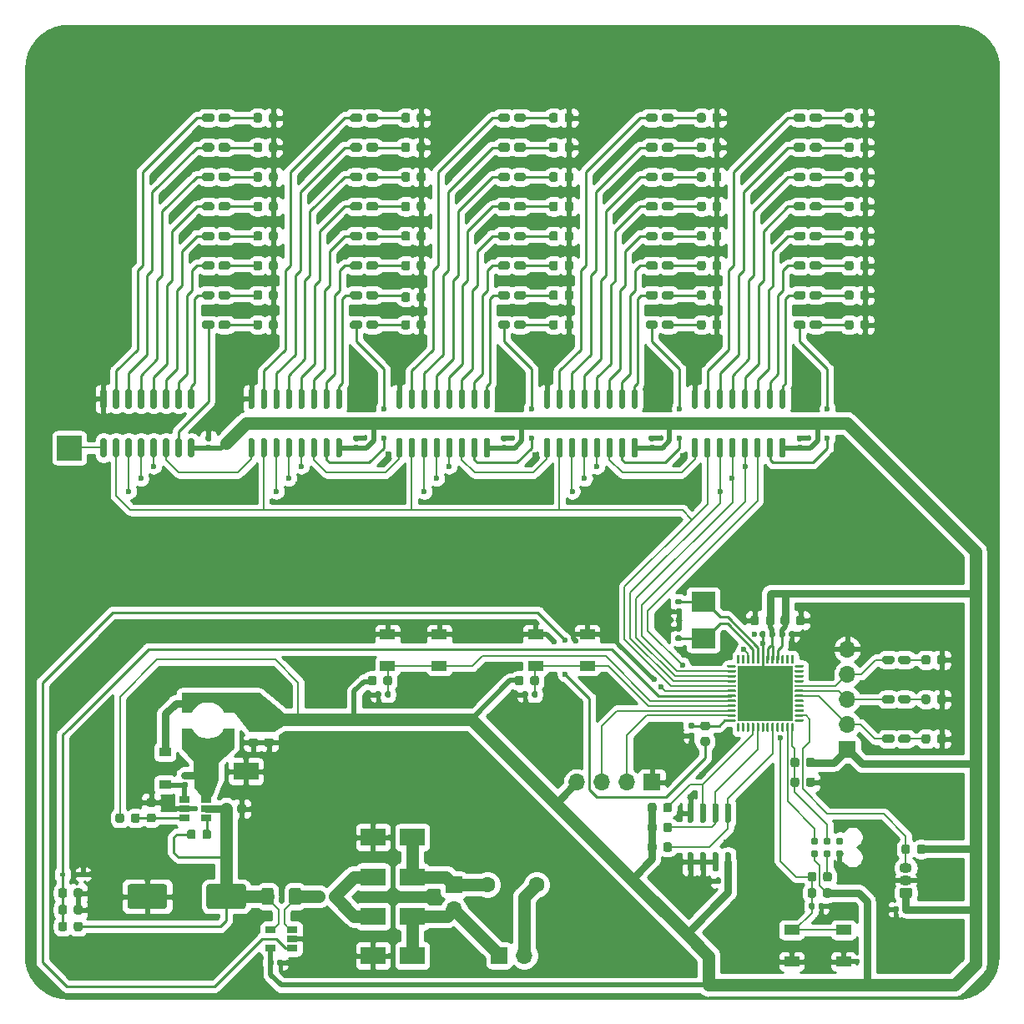
<source format=gbr>
%TF.GenerationSoftware,KiCad,Pcbnew,(5.1.6)-1*%
%TF.CreationDate,2021-07-30T18:23:22-07:00*%
%TF.ProjectId,WPT Receiver,57505420-5265-4636-9569-7665722e6b69,rev?*%
%TF.SameCoordinates,Original*%
%TF.FileFunction,Copper,L1,Top*%
%TF.FilePolarity,Positive*%
%FSLAX46Y46*%
G04 Gerber Fmt 4.6, Leading zero omitted, Abs format (unit mm)*
G04 Created by KiCad (PCBNEW (5.1.6)-1) date 2021-07-30 18:23:22*
%MOMM*%
%LPD*%
G01*
G04 APERTURE LIST*
%TA.AperFunction,SMDPad,CuDef*%
%ADD10C,0.100000*%
%TD*%
%TA.AperFunction,SMDPad,CuDef*%
%ADD11C,0.787400*%
%TD*%
%TA.AperFunction,SMDPad,CuDef*%
%ADD12R,2.400000X2.000000*%
%TD*%
%TA.AperFunction,ComponentPad*%
%ADD13O,1.300000X1.050000*%
%TD*%
%TA.AperFunction,SMDPad,CuDef*%
%ADD14R,1.060000X0.650000*%
%TD*%
%TA.AperFunction,SMDPad,CuDef*%
%ADD15R,5.600000X5.600000*%
%TD*%
%TA.AperFunction,SMDPad,CuDef*%
%ADD16R,2.500000X2.500000*%
%TD*%
%TA.AperFunction,SMDPad,CuDef*%
%ADD17R,1.550000X1.000000*%
%TD*%
%TA.AperFunction,ComponentPad*%
%ADD18O,1.700000X1.700000*%
%TD*%
%TA.AperFunction,ComponentPad*%
%ADD19R,1.700000X1.700000*%
%TD*%
%TA.AperFunction,SMDPad,CuDef*%
%ADD20R,2.500000X1.800000*%
%TD*%
%TA.AperFunction,SMDPad,CuDef*%
%ADD21R,1.200000X0.900000*%
%TD*%
%TA.AperFunction,SMDPad,CuDef*%
%ADD22R,0.600000X0.450000*%
%TD*%
%TA.AperFunction,ComponentPad*%
%ADD23C,1.600000*%
%TD*%
%TA.AperFunction,ViaPad*%
%ADD24C,0.600000*%
%TD*%
%TA.AperFunction,Conductor*%
%ADD25C,1.270000*%
%TD*%
%TA.AperFunction,Conductor*%
%ADD26C,0.254000*%
%TD*%
%TA.AperFunction,Conductor*%
%ADD27C,0.508000*%
%TD*%
%TA.AperFunction,Conductor*%
%ADD28C,0.250000*%
%TD*%
%TA.AperFunction,Conductor*%
%ADD29C,0.762000*%
%TD*%
%TA.AperFunction,Conductor*%
%ADD30C,0.152400*%
%TD*%
G04 APERTURE END LIST*
%TO.P,R61,2*%
%TO.N,GND*%
%TA.AperFunction,SMDPad,CuDef*%
G36*
G01*
X143130000Y-115256250D02*
X143130000Y-114743750D01*
G75*
G02*
X143348750Y-114525000I218750J0D01*
G01*
X143786250Y-114525000D01*
G75*
G02*
X144005000Y-114743750I0J-218750D01*
G01*
X144005000Y-115256250D01*
G75*
G02*
X143786250Y-115475000I-218750J0D01*
G01*
X143348750Y-115475000D01*
G75*
G02*
X143130000Y-115256250I0J218750D01*
G01*
G37*
%TD.AperFunction*%
%TO.P,R61,1*%
%TO.N,Net-(D50-Pad1)*%
%TA.AperFunction,SMDPad,CuDef*%
G36*
G01*
X141555000Y-115256250D02*
X141555000Y-114743750D01*
G75*
G02*
X141773750Y-114525000I218750J0D01*
G01*
X142211250Y-114525000D01*
G75*
G02*
X142430000Y-114743750I0J-218750D01*
G01*
X142430000Y-115256250D01*
G75*
G02*
X142211250Y-115475000I-218750J0D01*
G01*
X141773750Y-115475000D01*
G75*
G02*
X141555000Y-115256250I0J218750D01*
G01*
G37*
%TD.AperFunction*%
%TD*%
%TO.P,R60,2*%
%TO.N,GND*%
%TA.AperFunction,SMDPad,CuDef*%
G36*
G01*
X143130000Y-119256250D02*
X143130000Y-118743750D01*
G75*
G02*
X143348750Y-118525000I218750J0D01*
G01*
X143786250Y-118525000D01*
G75*
G02*
X144005000Y-118743750I0J-218750D01*
G01*
X144005000Y-119256250D01*
G75*
G02*
X143786250Y-119475000I-218750J0D01*
G01*
X143348750Y-119475000D01*
G75*
G02*
X143130000Y-119256250I0J218750D01*
G01*
G37*
%TD.AperFunction*%
%TO.P,R60,1*%
%TO.N,Net-(D49-Pad1)*%
%TA.AperFunction,SMDPad,CuDef*%
G36*
G01*
X141555000Y-119256250D02*
X141555000Y-118743750D01*
G75*
G02*
X141773750Y-118525000I218750J0D01*
G01*
X142211250Y-118525000D01*
G75*
G02*
X142430000Y-118743750I0J-218750D01*
G01*
X142430000Y-119256250D01*
G75*
G02*
X142211250Y-119475000I-218750J0D01*
G01*
X141773750Y-119475000D01*
G75*
G02*
X141555000Y-119256250I0J218750D01*
G01*
G37*
%TD.AperFunction*%
%TD*%
%TO.P,R59,2*%
%TO.N,GND*%
%TA.AperFunction,SMDPad,CuDef*%
G36*
G01*
X143130000Y-123256250D02*
X143130000Y-122743750D01*
G75*
G02*
X143348750Y-122525000I218750J0D01*
G01*
X143786250Y-122525000D01*
G75*
G02*
X144005000Y-122743750I0J-218750D01*
G01*
X144005000Y-123256250D01*
G75*
G02*
X143786250Y-123475000I-218750J0D01*
G01*
X143348750Y-123475000D01*
G75*
G02*
X143130000Y-123256250I0J218750D01*
G01*
G37*
%TD.AperFunction*%
%TO.P,R59,1*%
%TO.N,Net-(D48-Pad1)*%
%TA.AperFunction,SMDPad,CuDef*%
G36*
G01*
X141555000Y-123256250D02*
X141555000Y-122743750D01*
G75*
G02*
X141773750Y-122525000I218750J0D01*
G01*
X142211250Y-122525000D01*
G75*
G02*
X142430000Y-122743750I0J-218750D01*
G01*
X142430000Y-123256250D01*
G75*
G02*
X142211250Y-123475000I-218750J0D01*
G01*
X141773750Y-123475000D01*
G75*
G02*
X141555000Y-123256250I0J218750D01*
G01*
G37*
%TD.AperFunction*%
%TD*%
%TO.P,D50,2*%
%TO.N,/LD3*%
%TA.AperFunction,SMDPad,CuDef*%
G36*
G01*
X138800000Y-114787500D02*
X138800000Y-115212500D01*
G75*
G02*
X138587500Y-115425000I-212500J0D01*
G01*
X137787500Y-115425000D01*
G75*
G02*
X137575000Y-115212500I0J212500D01*
G01*
X137575000Y-114787500D01*
G75*
G02*
X137787500Y-114575000I212500J0D01*
G01*
X138587500Y-114575000D01*
G75*
G02*
X138800000Y-114787500I0J-212500D01*
G01*
G37*
%TD.AperFunction*%
%TO.P,D50,1*%
%TO.N,Net-(D50-Pad1)*%
%TA.AperFunction,SMDPad,CuDef*%
G36*
G01*
X140425000Y-114787500D02*
X140425000Y-115212500D01*
G75*
G02*
X140212500Y-115425000I-212500J0D01*
G01*
X139412500Y-115425000D01*
G75*
G02*
X139200000Y-115212500I0J212500D01*
G01*
X139200000Y-114787500D01*
G75*
G02*
X139412500Y-114575000I212500J0D01*
G01*
X140212500Y-114575000D01*
G75*
G02*
X140425000Y-114787500I0J-212500D01*
G01*
G37*
%TD.AperFunction*%
%TD*%
%TO.P,D49,2*%
%TO.N,/LD2*%
%TA.AperFunction,SMDPad,CuDef*%
G36*
G01*
X138800000Y-118787500D02*
X138800000Y-119212500D01*
G75*
G02*
X138587500Y-119425000I-212500J0D01*
G01*
X137787500Y-119425000D01*
G75*
G02*
X137575000Y-119212500I0J212500D01*
G01*
X137575000Y-118787500D01*
G75*
G02*
X137787500Y-118575000I212500J0D01*
G01*
X138587500Y-118575000D01*
G75*
G02*
X138800000Y-118787500I0J-212500D01*
G01*
G37*
%TD.AperFunction*%
%TO.P,D49,1*%
%TO.N,Net-(D49-Pad1)*%
%TA.AperFunction,SMDPad,CuDef*%
G36*
G01*
X140425000Y-118787500D02*
X140425000Y-119212500D01*
G75*
G02*
X140212500Y-119425000I-212500J0D01*
G01*
X139412500Y-119425000D01*
G75*
G02*
X139200000Y-119212500I0J212500D01*
G01*
X139200000Y-118787500D01*
G75*
G02*
X139412500Y-118575000I212500J0D01*
G01*
X140212500Y-118575000D01*
G75*
G02*
X140425000Y-118787500I0J-212500D01*
G01*
G37*
%TD.AperFunction*%
%TD*%
%TO.P,D48,2*%
%TO.N,/LD1*%
%TA.AperFunction,SMDPad,CuDef*%
G36*
G01*
X138800000Y-122787500D02*
X138800000Y-123212500D01*
G75*
G02*
X138587500Y-123425000I-212500J0D01*
G01*
X137787500Y-123425000D01*
G75*
G02*
X137575000Y-123212500I0J212500D01*
G01*
X137575000Y-122787500D01*
G75*
G02*
X137787500Y-122575000I212500J0D01*
G01*
X138587500Y-122575000D01*
G75*
G02*
X138800000Y-122787500I0J-212500D01*
G01*
G37*
%TD.AperFunction*%
%TO.P,D48,1*%
%TO.N,Net-(D48-Pad1)*%
%TA.AperFunction,SMDPad,CuDef*%
G36*
G01*
X140425000Y-122787500D02*
X140425000Y-123212500D01*
G75*
G02*
X140212500Y-123425000I-212500J0D01*
G01*
X139412500Y-123425000D01*
G75*
G02*
X139200000Y-123212500I0J212500D01*
G01*
X139200000Y-122787500D01*
G75*
G02*
X139412500Y-122575000I212500J0D01*
G01*
X140212500Y-122575000D01*
G75*
G02*
X140425000Y-122787500I0J-212500D01*
G01*
G37*
%TD.AperFunction*%
%TD*%
%TO.P,R58,2*%
%TO.N,Net-(R58-Pad2)*%
%TA.AperFunction,SMDPad,CuDef*%
G36*
G01*
X119343750Y-122837500D02*
X119856250Y-122837500D01*
G75*
G02*
X120075000Y-123056250I0J-218750D01*
G01*
X120075000Y-123493750D01*
G75*
G02*
X119856250Y-123712500I-218750J0D01*
G01*
X119343750Y-123712500D01*
G75*
G02*
X119125000Y-123493750I0J218750D01*
G01*
X119125000Y-123056250D01*
G75*
G02*
X119343750Y-122837500I218750J0D01*
G01*
G37*
%TD.AperFunction*%
%TO.P,R58,1*%
%TO.N,/ISENSE*%
%TA.AperFunction,SMDPad,CuDef*%
G36*
G01*
X119343750Y-121262500D02*
X119856250Y-121262500D01*
G75*
G02*
X120075000Y-121481250I0J-218750D01*
G01*
X120075000Y-121918750D01*
G75*
G02*
X119856250Y-122137500I-218750J0D01*
G01*
X119343750Y-122137500D01*
G75*
G02*
X119125000Y-121918750I0J218750D01*
G01*
X119125000Y-121481250D01*
G75*
G02*
X119343750Y-121262500I218750J0D01*
G01*
G37*
%TD.AperFunction*%
%TD*%
%TA.AperFunction,SMDPad,CuDef*%
D10*
%TO.P,L2,1*%
%TO.N,/BUCK_SW*%
G36*
X66497522Y-123962456D02*
G01*
X66495140Y-123961733D01*
X66492944Y-123960560D01*
X66491020Y-123958980D01*
X66489440Y-123957056D01*
X66488267Y-123954860D01*
X66487544Y-123952478D01*
X66487300Y-123950000D01*
X66487300Y-121950000D01*
X66487544Y-121947522D01*
X66488267Y-121945140D01*
X66489440Y-121942944D01*
X66491020Y-121941020D01*
X66492944Y-121939440D01*
X66495140Y-121938267D01*
X66497522Y-121937544D01*
X66500000Y-121937300D01*
X67500000Y-121937300D01*
X67502478Y-121937544D01*
X67504860Y-121938267D01*
X67507056Y-121939440D01*
X67508980Y-121941020D01*
X67510560Y-121942944D01*
X67511359Y-121944320D01*
X67660438Y-122242478D01*
X68157135Y-122739175D01*
X68653051Y-122937542D01*
X69150000Y-122987237D01*
X69646949Y-122937542D01*
X70142865Y-122739175D01*
X70639562Y-122242478D01*
X70788641Y-121944320D01*
X70789967Y-121942213D01*
X70791679Y-121940406D01*
X70793711Y-121938967D01*
X70795984Y-121937952D01*
X70798412Y-121937400D01*
X70800000Y-121937300D01*
X71800000Y-121937300D01*
X71802478Y-121937544D01*
X71804860Y-121938267D01*
X71807056Y-121939440D01*
X71808980Y-121941020D01*
X71810560Y-121942944D01*
X71811733Y-121945140D01*
X71812456Y-121947522D01*
X71812700Y-121950000D01*
X71812700Y-123950000D01*
X71812456Y-123952478D01*
X71811733Y-123954860D01*
X71810560Y-123957056D01*
X71808980Y-123958980D01*
X71807056Y-123960560D01*
X71804860Y-123961733D01*
X71802478Y-123962456D01*
X71800000Y-123962700D01*
X66500000Y-123962700D01*
X66497522Y-123962456D01*
G37*
%TD.AperFunction*%
%TA.AperFunction,SMDPad,CuDef*%
%TO.P,L2,2*%
%TO.N,+3V3*%
G36*
X71802478Y-118337544D02*
G01*
X71804860Y-118338267D01*
X71807056Y-118339440D01*
X71808980Y-118341020D01*
X71810560Y-118342944D01*
X71811733Y-118345140D01*
X71812456Y-118347522D01*
X71812700Y-118350000D01*
X71812700Y-120350000D01*
X71812456Y-120352478D01*
X71811733Y-120354860D01*
X71810560Y-120357056D01*
X71808980Y-120358980D01*
X71807056Y-120360560D01*
X71804860Y-120361733D01*
X71802478Y-120362456D01*
X71800000Y-120362700D01*
X70800000Y-120362700D01*
X70797522Y-120362456D01*
X70795140Y-120361733D01*
X70792944Y-120360560D01*
X70791020Y-120358980D01*
X70789440Y-120357056D01*
X70788641Y-120355680D01*
X70639562Y-120057522D01*
X70142865Y-119560825D01*
X69646949Y-119362458D01*
X69150000Y-119312763D01*
X68653051Y-119362458D01*
X68157135Y-119560825D01*
X67660438Y-120057522D01*
X67511359Y-120355680D01*
X67510033Y-120357787D01*
X67508321Y-120359594D01*
X67506289Y-120361033D01*
X67504016Y-120362048D01*
X67501588Y-120362600D01*
X67500000Y-120362700D01*
X66500000Y-120362700D01*
X66497522Y-120362456D01*
X66495140Y-120361733D01*
X66492944Y-120360560D01*
X66491020Y-120358980D01*
X66489440Y-120357056D01*
X66488267Y-120354860D01*
X66487544Y-120352478D01*
X66487300Y-120350000D01*
X66487300Y-118350000D01*
X66487544Y-118347522D01*
X66488267Y-118345140D01*
X66489440Y-118342944D01*
X66491020Y-118341020D01*
X66492944Y-118339440D01*
X66495140Y-118338267D01*
X66497522Y-118337544D01*
X66500000Y-118337300D01*
X71800000Y-118337300D01*
X71802478Y-118337544D01*
G37*
%TD.AperFunction*%
%TD*%
D11*
%TO.P,J2,2*%
%TO.N,/SWDIO*%
X130730000Y-133365000D03*
%TO.P,J2,1*%
%TO.N,+3V3*%
X130730000Y-134635000D03*
%TO.P,J2,6*%
%TO.N,Net-(J2-Pad6)*%
X133270000Y-133365000D03*
%TO.P,J2,5*%
%TO.N,GND*%
X133270000Y-134635000D03*
%TO.P,J2,4*%
%TO.N,/SWCLK*%
X132000000Y-133365000D03*
%TO.P,J2,3*%
%TO.N,Net-(J2-Pad3)*%
X132000000Y-134635000D03*
%TD*%
%TO.P,C24,2*%
%TO.N,GND*%
%TA.AperFunction,SMDPad,CuDef*%
G36*
G01*
X118027500Y-122375000D02*
X118372500Y-122375000D01*
G75*
G02*
X118520000Y-122522500I0J-147500D01*
G01*
X118520000Y-122817500D01*
G75*
G02*
X118372500Y-122965000I-147500J0D01*
G01*
X118027500Y-122965000D01*
G75*
G02*
X117880000Y-122817500I0J147500D01*
G01*
X117880000Y-122522500D01*
G75*
G02*
X118027500Y-122375000I147500J0D01*
G01*
G37*
%TD.AperFunction*%
%TO.P,C24,1*%
%TO.N,/ISENSE*%
%TA.AperFunction,SMDPad,CuDef*%
G36*
G01*
X118027500Y-121405000D02*
X118372500Y-121405000D01*
G75*
G02*
X118520000Y-121552500I0J-147500D01*
G01*
X118520000Y-121847500D01*
G75*
G02*
X118372500Y-121995000I-147500J0D01*
G01*
X118027500Y-121995000D01*
G75*
G02*
X117880000Y-121847500I0J147500D01*
G01*
X117880000Y-121552500D01*
G75*
G02*
X118027500Y-121405000I147500J0D01*
G01*
G37*
%TD.AperFunction*%
%TD*%
D12*
%TO.P,Y1,2*%
%TO.N,Net-(C3-Pad1)*%
X119400000Y-112800000D03*
%TO.P,Y1,1*%
%TO.N,Net-(C2-Pad1)*%
X119400000Y-109100000D03*
%TD*%
%TO.P,U10,16*%
%TO.N,+3V3*%
%TA.AperFunction,SMDPad,CuDef*%
G36*
G01*
X67295000Y-92500000D02*
X67595000Y-92500000D01*
G75*
G02*
X67745000Y-92650000I0J-150000D01*
G01*
X67745000Y-94300000D01*
G75*
G02*
X67595000Y-94450000I-150000J0D01*
G01*
X67295000Y-94450000D01*
G75*
G02*
X67145000Y-94300000I0J150000D01*
G01*
X67145000Y-92650000D01*
G75*
G02*
X67295000Y-92500000I150000J0D01*
G01*
G37*
%TD.AperFunction*%
%TO.P,U10,15*%
%TO.N,Net-(D47-Pad2)*%
%TA.AperFunction,SMDPad,CuDef*%
G36*
G01*
X66025000Y-92500000D02*
X66325000Y-92500000D01*
G75*
G02*
X66475000Y-92650000I0J-150000D01*
G01*
X66475000Y-94300000D01*
G75*
G02*
X66325000Y-94450000I-150000J0D01*
G01*
X66025000Y-94450000D01*
G75*
G02*
X65875000Y-94300000I0J150000D01*
G01*
X65875000Y-92650000D01*
G75*
G02*
X66025000Y-92500000I150000J0D01*
G01*
G37*
%TD.AperFunction*%
%TO.P,U10,14*%
%TO.N,/SER_3-4*%
%TA.AperFunction,SMDPad,CuDef*%
G36*
G01*
X64755000Y-92500000D02*
X65055000Y-92500000D01*
G75*
G02*
X65205000Y-92650000I0J-150000D01*
G01*
X65205000Y-94300000D01*
G75*
G02*
X65055000Y-94450000I-150000J0D01*
G01*
X64755000Y-94450000D01*
G75*
G02*
X64605000Y-94300000I0J150000D01*
G01*
X64605000Y-92650000D01*
G75*
G02*
X64755000Y-92500000I150000J0D01*
G01*
G37*
%TD.AperFunction*%
%TO.P,U10,13*%
%TO.N,/SR_EN*%
%TA.AperFunction,SMDPad,CuDef*%
G36*
G01*
X63485000Y-92500000D02*
X63785000Y-92500000D01*
G75*
G02*
X63935000Y-92650000I0J-150000D01*
G01*
X63935000Y-94300000D01*
G75*
G02*
X63785000Y-94450000I-150000J0D01*
G01*
X63485000Y-94450000D01*
G75*
G02*
X63335000Y-94300000I0J150000D01*
G01*
X63335000Y-92650000D01*
G75*
G02*
X63485000Y-92500000I150000J0D01*
G01*
G37*
%TD.AperFunction*%
%TO.P,U10,12*%
%TO.N,/RCLK*%
%TA.AperFunction,SMDPad,CuDef*%
G36*
G01*
X62215000Y-92500000D02*
X62515000Y-92500000D01*
G75*
G02*
X62665000Y-92650000I0J-150000D01*
G01*
X62665000Y-94300000D01*
G75*
G02*
X62515000Y-94450000I-150000J0D01*
G01*
X62215000Y-94450000D01*
G75*
G02*
X62065000Y-94300000I0J150000D01*
G01*
X62065000Y-92650000D01*
G75*
G02*
X62215000Y-92500000I150000J0D01*
G01*
G37*
%TD.AperFunction*%
%TO.P,U10,11*%
%TO.N,/SRCLK*%
%TA.AperFunction,SMDPad,CuDef*%
G36*
G01*
X60945000Y-92500000D02*
X61245000Y-92500000D01*
G75*
G02*
X61395000Y-92650000I0J-150000D01*
G01*
X61395000Y-94300000D01*
G75*
G02*
X61245000Y-94450000I-150000J0D01*
G01*
X60945000Y-94450000D01*
G75*
G02*
X60795000Y-94300000I0J150000D01*
G01*
X60795000Y-92650000D01*
G75*
G02*
X60945000Y-92500000I150000J0D01*
G01*
G37*
%TD.AperFunction*%
%TO.P,U10,10*%
%TO.N,/SRCLR*%
%TA.AperFunction,SMDPad,CuDef*%
G36*
G01*
X59675000Y-92500000D02*
X59975000Y-92500000D01*
G75*
G02*
X60125000Y-92650000I0J-150000D01*
G01*
X60125000Y-94300000D01*
G75*
G02*
X59975000Y-94450000I-150000J0D01*
G01*
X59675000Y-94450000D01*
G75*
G02*
X59525000Y-94300000I0J150000D01*
G01*
X59525000Y-92650000D01*
G75*
G02*
X59675000Y-92500000I150000J0D01*
G01*
G37*
%TD.AperFunction*%
%TO.P,U10,9*%
%TO.N,/SER_4*%
%TA.AperFunction,SMDPad,CuDef*%
G36*
G01*
X58405000Y-92500000D02*
X58705000Y-92500000D01*
G75*
G02*
X58855000Y-92650000I0J-150000D01*
G01*
X58855000Y-94300000D01*
G75*
G02*
X58705000Y-94450000I-150000J0D01*
G01*
X58405000Y-94450000D01*
G75*
G02*
X58255000Y-94300000I0J150000D01*
G01*
X58255000Y-92650000D01*
G75*
G02*
X58405000Y-92500000I150000J0D01*
G01*
G37*
%TD.AperFunction*%
%TO.P,U10,8*%
%TO.N,GND*%
%TA.AperFunction,SMDPad,CuDef*%
G36*
G01*
X58405000Y-87550000D02*
X58705000Y-87550000D01*
G75*
G02*
X58855000Y-87700000I0J-150000D01*
G01*
X58855000Y-89350000D01*
G75*
G02*
X58705000Y-89500000I-150000J0D01*
G01*
X58405000Y-89500000D01*
G75*
G02*
X58255000Y-89350000I0J150000D01*
G01*
X58255000Y-87700000D01*
G75*
G02*
X58405000Y-87550000I150000J0D01*
G01*
G37*
%TD.AperFunction*%
%TO.P,U10,7*%
%TO.N,Net-(D26-Pad2)*%
%TA.AperFunction,SMDPad,CuDef*%
G36*
G01*
X59675000Y-87550000D02*
X59975000Y-87550000D01*
G75*
G02*
X60125000Y-87700000I0J-150000D01*
G01*
X60125000Y-89350000D01*
G75*
G02*
X59975000Y-89500000I-150000J0D01*
G01*
X59675000Y-89500000D01*
G75*
G02*
X59525000Y-89350000I0J150000D01*
G01*
X59525000Y-87700000D01*
G75*
G02*
X59675000Y-87550000I150000J0D01*
G01*
G37*
%TD.AperFunction*%
%TO.P,U10,6*%
%TO.N,Net-(D29-Pad2)*%
%TA.AperFunction,SMDPad,CuDef*%
G36*
G01*
X60945000Y-87550000D02*
X61245000Y-87550000D01*
G75*
G02*
X61395000Y-87700000I0J-150000D01*
G01*
X61395000Y-89350000D01*
G75*
G02*
X61245000Y-89500000I-150000J0D01*
G01*
X60945000Y-89500000D01*
G75*
G02*
X60795000Y-89350000I0J150000D01*
G01*
X60795000Y-87700000D01*
G75*
G02*
X60945000Y-87550000I150000J0D01*
G01*
G37*
%TD.AperFunction*%
%TO.P,U10,5*%
%TO.N,Net-(D32-Pad2)*%
%TA.AperFunction,SMDPad,CuDef*%
G36*
G01*
X62215000Y-87550000D02*
X62515000Y-87550000D01*
G75*
G02*
X62665000Y-87700000I0J-150000D01*
G01*
X62665000Y-89350000D01*
G75*
G02*
X62515000Y-89500000I-150000J0D01*
G01*
X62215000Y-89500000D01*
G75*
G02*
X62065000Y-89350000I0J150000D01*
G01*
X62065000Y-87700000D01*
G75*
G02*
X62215000Y-87550000I150000J0D01*
G01*
G37*
%TD.AperFunction*%
%TO.P,U10,4*%
%TO.N,Net-(D35-Pad2)*%
%TA.AperFunction,SMDPad,CuDef*%
G36*
G01*
X63485000Y-87550000D02*
X63785000Y-87550000D01*
G75*
G02*
X63935000Y-87700000I0J-150000D01*
G01*
X63935000Y-89350000D01*
G75*
G02*
X63785000Y-89500000I-150000J0D01*
G01*
X63485000Y-89500000D01*
G75*
G02*
X63335000Y-89350000I0J150000D01*
G01*
X63335000Y-87700000D01*
G75*
G02*
X63485000Y-87550000I150000J0D01*
G01*
G37*
%TD.AperFunction*%
%TO.P,U10,3*%
%TO.N,Net-(D38-Pad2)*%
%TA.AperFunction,SMDPad,CuDef*%
G36*
G01*
X64755000Y-87550000D02*
X65055000Y-87550000D01*
G75*
G02*
X65205000Y-87700000I0J-150000D01*
G01*
X65205000Y-89350000D01*
G75*
G02*
X65055000Y-89500000I-150000J0D01*
G01*
X64755000Y-89500000D01*
G75*
G02*
X64605000Y-89350000I0J150000D01*
G01*
X64605000Y-87700000D01*
G75*
G02*
X64755000Y-87550000I150000J0D01*
G01*
G37*
%TD.AperFunction*%
%TO.P,U10,2*%
%TO.N,Net-(D41-Pad2)*%
%TA.AperFunction,SMDPad,CuDef*%
G36*
G01*
X66025000Y-87550000D02*
X66325000Y-87550000D01*
G75*
G02*
X66475000Y-87700000I0J-150000D01*
G01*
X66475000Y-89350000D01*
G75*
G02*
X66325000Y-89500000I-150000J0D01*
G01*
X66025000Y-89500000D01*
G75*
G02*
X65875000Y-89350000I0J150000D01*
G01*
X65875000Y-87700000D01*
G75*
G02*
X66025000Y-87550000I150000J0D01*
G01*
G37*
%TD.AperFunction*%
%TO.P,U10,1*%
%TO.N,Net-(D44-Pad2)*%
%TA.AperFunction,SMDPad,CuDef*%
G36*
G01*
X67295000Y-87550000D02*
X67595000Y-87550000D01*
G75*
G02*
X67745000Y-87700000I0J-150000D01*
G01*
X67745000Y-89350000D01*
G75*
G02*
X67595000Y-89500000I-150000J0D01*
G01*
X67295000Y-89500000D01*
G75*
G02*
X67145000Y-89350000I0J150000D01*
G01*
X67145000Y-87700000D01*
G75*
G02*
X67295000Y-87550000I150000J0D01*
G01*
G37*
%TD.AperFunction*%
%TD*%
%TO.P,U9,16*%
%TO.N,+3V3*%
%TA.AperFunction,SMDPad,CuDef*%
G36*
G01*
X82295000Y-92500000D02*
X82595000Y-92500000D01*
G75*
G02*
X82745000Y-92650000I0J-150000D01*
G01*
X82745000Y-94300000D01*
G75*
G02*
X82595000Y-94450000I-150000J0D01*
G01*
X82295000Y-94450000D01*
G75*
G02*
X82145000Y-94300000I0J150000D01*
G01*
X82145000Y-92650000D01*
G75*
G02*
X82295000Y-92500000I150000J0D01*
G01*
G37*
%TD.AperFunction*%
%TO.P,U9,15*%
%TO.N,Net-(D46-Pad2)*%
%TA.AperFunction,SMDPad,CuDef*%
G36*
G01*
X81025000Y-92500000D02*
X81325000Y-92500000D01*
G75*
G02*
X81475000Y-92650000I0J-150000D01*
G01*
X81475000Y-94300000D01*
G75*
G02*
X81325000Y-94450000I-150000J0D01*
G01*
X81025000Y-94450000D01*
G75*
G02*
X80875000Y-94300000I0J150000D01*
G01*
X80875000Y-92650000D01*
G75*
G02*
X81025000Y-92500000I150000J0D01*
G01*
G37*
%TD.AperFunction*%
%TO.P,U9,14*%
%TO.N,/SER_2-3*%
%TA.AperFunction,SMDPad,CuDef*%
G36*
G01*
X79755000Y-92500000D02*
X80055000Y-92500000D01*
G75*
G02*
X80205000Y-92650000I0J-150000D01*
G01*
X80205000Y-94300000D01*
G75*
G02*
X80055000Y-94450000I-150000J0D01*
G01*
X79755000Y-94450000D01*
G75*
G02*
X79605000Y-94300000I0J150000D01*
G01*
X79605000Y-92650000D01*
G75*
G02*
X79755000Y-92500000I150000J0D01*
G01*
G37*
%TD.AperFunction*%
%TO.P,U9,13*%
%TO.N,/SR_EN*%
%TA.AperFunction,SMDPad,CuDef*%
G36*
G01*
X78485000Y-92500000D02*
X78785000Y-92500000D01*
G75*
G02*
X78935000Y-92650000I0J-150000D01*
G01*
X78935000Y-94300000D01*
G75*
G02*
X78785000Y-94450000I-150000J0D01*
G01*
X78485000Y-94450000D01*
G75*
G02*
X78335000Y-94300000I0J150000D01*
G01*
X78335000Y-92650000D01*
G75*
G02*
X78485000Y-92500000I150000J0D01*
G01*
G37*
%TD.AperFunction*%
%TO.P,U9,12*%
%TO.N,/RCLK*%
%TA.AperFunction,SMDPad,CuDef*%
G36*
G01*
X77215000Y-92500000D02*
X77515000Y-92500000D01*
G75*
G02*
X77665000Y-92650000I0J-150000D01*
G01*
X77665000Y-94300000D01*
G75*
G02*
X77515000Y-94450000I-150000J0D01*
G01*
X77215000Y-94450000D01*
G75*
G02*
X77065000Y-94300000I0J150000D01*
G01*
X77065000Y-92650000D01*
G75*
G02*
X77215000Y-92500000I150000J0D01*
G01*
G37*
%TD.AperFunction*%
%TO.P,U9,11*%
%TO.N,/SRCLK*%
%TA.AperFunction,SMDPad,CuDef*%
G36*
G01*
X75945000Y-92500000D02*
X76245000Y-92500000D01*
G75*
G02*
X76395000Y-92650000I0J-150000D01*
G01*
X76395000Y-94300000D01*
G75*
G02*
X76245000Y-94450000I-150000J0D01*
G01*
X75945000Y-94450000D01*
G75*
G02*
X75795000Y-94300000I0J150000D01*
G01*
X75795000Y-92650000D01*
G75*
G02*
X75945000Y-92500000I150000J0D01*
G01*
G37*
%TD.AperFunction*%
%TO.P,U9,10*%
%TO.N,/SRCLR*%
%TA.AperFunction,SMDPad,CuDef*%
G36*
G01*
X74675000Y-92500000D02*
X74975000Y-92500000D01*
G75*
G02*
X75125000Y-92650000I0J-150000D01*
G01*
X75125000Y-94300000D01*
G75*
G02*
X74975000Y-94450000I-150000J0D01*
G01*
X74675000Y-94450000D01*
G75*
G02*
X74525000Y-94300000I0J150000D01*
G01*
X74525000Y-92650000D01*
G75*
G02*
X74675000Y-92500000I150000J0D01*
G01*
G37*
%TD.AperFunction*%
%TO.P,U9,9*%
%TO.N,/SER_3-4*%
%TA.AperFunction,SMDPad,CuDef*%
G36*
G01*
X73405000Y-92500000D02*
X73705000Y-92500000D01*
G75*
G02*
X73855000Y-92650000I0J-150000D01*
G01*
X73855000Y-94300000D01*
G75*
G02*
X73705000Y-94450000I-150000J0D01*
G01*
X73405000Y-94450000D01*
G75*
G02*
X73255000Y-94300000I0J150000D01*
G01*
X73255000Y-92650000D01*
G75*
G02*
X73405000Y-92500000I150000J0D01*
G01*
G37*
%TD.AperFunction*%
%TO.P,U9,8*%
%TO.N,GND*%
%TA.AperFunction,SMDPad,CuDef*%
G36*
G01*
X73405000Y-87550000D02*
X73705000Y-87550000D01*
G75*
G02*
X73855000Y-87700000I0J-150000D01*
G01*
X73855000Y-89350000D01*
G75*
G02*
X73705000Y-89500000I-150000J0D01*
G01*
X73405000Y-89500000D01*
G75*
G02*
X73255000Y-89350000I0J150000D01*
G01*
X73255000Y-87700000D01*
G75*
G02*
X73405000Y-87550000I150000J0D01*
G01*
G37*
%TD.AperFunction*%
%TO.P,U9,7*%
%TO.N,Net-(D25-Pad2)*%
%TA.AperFunction,SMDPad,CuDef*%
G36*
G01*
X74675000Y-87550000D02*
X74975000Y-87550000D01*
G75*
G02*
X75125000Y-87700000I0J-150000D01*
G01*
X75125000Y-89350000D01*
G75*
G02*
X74975000Y-89500000I-150000J0D01*
G01*
X74675000Y-89500000D01*
G75*
G02*
X74525000Y-89350000I0J150000D01*
G01*
X74525000Y-87700000D01*
G75*
G02*
X74675000Y-87550000I150000J0D01*
G01*
G37*
%TD.AperFunction*%
%TO.P,U9,6*%
%TO.N,Net-(D28-Pad2)*%
%TA.AperFunction,SMDPad,CuDef*%
G36*
G01*
X75945000Y-87550000D02*
X76245000Y-87550000D01*
G75*
G02*
X76395000Y-87700000I0J-150000D01*
G01*
X76395000Y-89350000D01*
G75*
G02*
X76245000Y-89500000I-150000J0D01*
G01*
X75945000Y-89500000D01*
G75*
G02*
X75795000Y-89350000I0J150000D01*
G01*
X75795000Y-87700000D01*
G75*
G02*
X75945000Y-87550000I150000J0D01*
G01*
G37*
%TD.AperFunction*%
%TO.P,U9,5*%
%TO.N,Net-(D31-Pad2)*%
%TA.AperFunction,SMDPad,CuDef*%
G36*
G01*
X77215000Y-87550000D02*
X77515000Y-87550000D01*
G75*
G02*
X77665000Y-87700000I0J-150000D01*
G01*
X77665000Y-89350000D01*
G75*
G02*
X77515000Y-89500000I-150000J0D01*
G01*
X77215000Y-89500000D01*
G75*
G02*
X77065000Y-89350000I0J150000D01*
G01*
X77065000Y-87700000D01*
G75*
G02*
X77215000Y-87550000I150000J0D01*
G01*
G37*
%TD.AperFunction*%
%TO.P,U9,4*%
%TO.N,Net-(D34-Pad2)*%
%TA.AperFunction,SMDPad,CuDef*%
G36*
G01*
X78485000Y-87550000D02*
X78785000Y-87550000D01*
G75*
G02*
X78935000Y-87700000I0J-150000D01*
G01*
X78935000Y-89350000D01*
G75*
G02*
X78785000Y-89500000I-150000J0D01*
G01*
X78485000Y-89500000D01*
G75*
G02*
X78335000Y-89350000I0J150000D01*
G01*
X78335000Y-87700000D01*
G75*
G02*
X78485000Y-87550000I150000J0D01*
G01*
G37*
%TD.AperFunction*%
%TO.P,U9,3*%
%TO.N,Net-(D37-Pad2)*%
%TA.AperFunction,SMDPad,CuDef*%
G36*
G01*
X79755000Y-87550000D02*
X80055000Y-87550000D01*
G75*
G02*
X80205000Y-87700000I0J-150000D01*
G01*
X80205000Y-89350000D01*
G75*
G02*
X80055000Y-89500000I-150000J0D01*
G01*
X79755000Y-89500000D01*
G75*
G02*
X79605000Y-89350000I0J150000D01*
G01*
X79605000Y-87700000D01*
G75*
G02*
X79755000Y-87550000I150000J0D01*
G01*
G37*
%TD.AperFunction*%
%TO.P,U9,2*%
%TO.N,Net-(D40-Pad2)*%
%TA.AperFunction,SMDPad,CuDef*%
G36*
G01*
X81025000Y-87550000D02*
X81325000Y-87550000D01*
G75*
G02*
X81475000Y-87700000I0J-150000D01*
G01*
X81475000Y-89350000D01*
G75*
G02*
X81325000Y-89500000I-150000J0D01*
G01*
X81025000Y-89500000D01*
G75*
G02*
X80875000Y-89350000I0J150000D01*
G01*
X80875000Y-87700000D01*
G75*
G02*
X81025000Y-87550000I150000J0D01*
G01*
G37*
%TD.AperFunction*%
%TO.P,U9,1*%
%TO.N,Net-(D43-Pad2)*%
%TA.AperFunction,SMDPad,CuDef*%
G36*
G01*
X82295000Y-87550000D02*
X82595000Y-87550000D01*
G75*
G02*
X82745000Y-87700000I0J-150000D01*
G01*
X82745000Y-89350000D01*
G75*
G02*
X82595000Y-89500000I-150000J0D01*
G01*
X82295000Y-89500000D01*
G75*
G02*
X82145000Y-89350000I0J150000D01*
G01*
X82145000Y-87700000D01*
G75*
G02*
X82295000Y-87550000I150000J0D01*
G01*
G37*
%TD.AperFunction*%
%TD*%
%TO.P,U8,16*%
%TO.N,+3V3*%
%TA.AperFunction,SMDPad,CuDef*%
G36*
G01*
X97295000Y-92500000D02*
X97595000Y-92500000D01*
G75*
G02*
X97745000Y-92650000I0J-150000D01*
G01*
X97745000Y-94300000D01*
G75*
G02*
X97595000Y-94450000I-150000J0D01*
G01*
X97295000Y-94450000D01*
G75*
G02*
X97145000Y-94300000I0J150000D01*
G01*
X97145000Y-92650000D01*
G75*
G02*
X97295000Y-92500000I150000J0D01*
G01*
G37*
%TD.AperFunction*%
%TO.P,U8,15*%
%TO.N,Net-(D45-Pad2)*%
%TA.AperFunction,SMDPad,CuDef*%
G36*
G01*
X96025000Y-92500000D02*
X96325000Y-92500000D01*
G75*
G02*
X96475000Y-92650000I0J-150000D01*
G01*
X96475000Y-94300000D01*
G75*
G02*
X96325000Y-94450000I-150000J0D01*
G01*
X96025000Y-94450000D01*
G75*
G02*
X95875000Y-94300000I0J150000D01*
G01*
X95875000Y-92650000D01*
G75*
G02*
X96025000Y-92500000I150000J0D01*
G01*
G37*
%TD.AperFunction*%
%TO.P,U8,14*%
%TO.N,/SER_1-2*%
%TA.AperFunction,SMDPad,CuDef*%
G36*
G01*
X94755000Y-92500000D02*
X95055000Y-92500000D01*
G75*
G02*
X95205000Y-92650000I0J-150000D01*
G01*
X95205000Y-94300000D01*
G75*
G02*
X95055000Y-94450000I-150000J0D01*
G01*
X94755000Y-94450000D01*
G75*
G02*
X94605000Y-94300000I0J150000D01*
G01*
X94605000Y-92650000D01*
G75*
G02*
X94755000Y-92500000I150000J0D01*
G01*
G37*
%TD.AperFunction*%
%TO.P,U8,13*%
%TO.N,/SR_EN*%
%TA.AperFunction,SMDPad,CuDef*%
G36*
G01*
X93485000Y-92500000D02*
X93785000Y-92500000D01*
G75*
G02*
X93935000Y-92650000I0J-150000D01*
G01*
X93935000Y-94300000D01*
G75*
G02*
X93785000Y-94450000I-150000J0D01*
G01*
X93485000Y-94450000D01*
G75*
G02*
X93335000Y-94300000I0J150000D01*
G01*
X93335000Y-92650000D01*
G75*
G02*
X93485000Y-92500000I150000J0D01*
G01*
G37*
%TD.AperFunction*%
%TO.P,U8,12*%
%TO.N,/RCLK*%
%TA.AperFunction,SMDPad,CuDef*%
G36*
G01*
X92215000Y-92500000D02*
X92515000Y-92500000D01*
G75*
G02*
X92665000Y-92650000I0J-150000D01*
G01*
X92665000Y-94300000D01*
G75*
G02*
X92515000Y-94450000I-150000J0D01*
G01*
X92215000Y-94450000D01*
G75*
G02*
X92065000Y-94300000I0J150000D01*
G01*
X92065000Y-92650000D01*
G75*
G02*
X92215000Y-92500000I150000J0D01*
G01*
G37*
%TD.AperFunction*%
%TO.P,U8,11*%
%TO.N,/SRCLK*%
%TA.AperFunction,SMDPad,CuDef*%
G36*
G01*
X90945000Y-92500000D02*
X91245000Y-92500000D01*
G75*
G02*
X91395000Y-92650000I0J-150000D01*
G01*
X91395000Y-94300000D01*
G75*
G02*
X91245000Y-94450000I-150000J0D01*
G01*
X90945000Y-94450000D01*
G75*
G02*
X90795000Y-94300000I0J150000D01*
G01*
X90795000Y-92650000D01*
G75*
G02*
X90945000Y-92500000I150000J0D01*
G01*
G37*
%TD.AperFunction*%
%TO.P,U8,10*%
%TO.N,/SRCLR*%
%TA.AperFunction,SMDPad,CuDef*%
G36*
G01*
X89675000Y-92500000D02*
X89975000Y-92500000D01*
G75*
G02*
X90125000Y-92650000I0J-150000D01*
G01*
X90125000Y-94300000D01*
G75*
G02*
X89975000Y-94450000I-150000J0D01*
G01*
X89675000Y-94450000D01*
G75*
G02*
X89525000Y-94300000I0J150000D01*
G01*
X89525000Y-92650000D01*
G75*
G02*
X89675000Y-92500000I150000J0D01*
G01*
G37*
%TD.AperFunction*%
%TO.P,U8,9*%
%TO.N,/SER_2-3*%
%TA.AperFunction,SMDPad,CuDef*%
G36*
G01*
X88405000Y-92500000D02*
X88705000Y-92500000D01*
G75*
G02*
X88855000Y-92650000I0J-150000D01*
G01*
X88855000Y-94300000D01*
G75*
G02*
X88705000Y-94450000I-150000J0D01*
G01*
X88405000Y-94450000D01*
G75*
G02*
X88255000Y-94300000I0J150000D01*
G01*
X88255000Y-92650000D01*
G75*
G02*
X88405000Y-92500000I150000J0D01*
G01*
G37*
%TD.AperFunction*%
%TO.P,U8,8*%
%TO.N,GND*%
%TA.AperFunction,SMDPad,CuDef*%
G36*
G01*
X88405000Y-87550000D02*
X88705000Y-87550000D01*
G75*
G02*
X88855000Y-87700000I0J-150000D01*
G01*
X88855000Y-89350000D01*
G75*
G02*
X88705000Y-89500000I-150000J0D01*
G01*
X88405000Y-89500000D01*
G75*
G02*
X88255000Y-89350000I0J150000D01*
G01*
X88255000Y-87700000D01*
G75*
G02*
X88405000Y-87550000I150000J0D01*
G01*
G37*
%TD.AperFunction*%
%TO.P,U8,7*%
%TO.N,Net-(D24-Pad2)*%
%TA.AperFunction,SMDPad,CuDef*%
G36*
G01*
X89675000Y-87550000D02*
X89975000Y-87550000D01*
G75*
G02*
X90125000Y-87700000I0J-150000D01*
G01*
X90125000Y-89350000D01*
G75*
G02*
X89975000Y-89500000I-150000J0D01*
G01*
X89675000Y-89500000D01*
G75*
G02*
X89525000Y-89350000I0J150000D01*
G01*
X89525000Y-87700000D01*
G75*
G02*
X89675000Y-87550000I150000J0D01*
G01*
G37*
%TD.AperFunction*%
%TO.P,U8,6*%
%TO.N,Net-(D27-Pad2)*%
%TA.AperFunction,SMDPad,CuDef*%
G36*
G01*
X90945000Y-87550000D02*
X91245000Y-87550000D01*
G75*
G02*
X91395000Y-87700000I0J-150000D01*
G01*
X91395000Y-89350000D01*
G75*
G02*
X91245000Y-89500000I-150000J0D01*
G01*
X90945000Y-89500000D01*
G75*
G02*
X90795000Y-89350000I0J150000D01*
G01*
X90795000Y-87700000D01*
G75*
G02*
X90945000Y-87550000I150000J0D01*
G01*
G37*
%TD.AperFunction*%
%TO.P,U8,5*%
%TO.N,Net-(D30-Pad2)*%
%TA.AperFunction,SMDPad,CuDef*%
G36*
G01*
X92215000Y-87550000D02*
X92515000Y-87550000D01*
G75*
G02*
X92665000Y-87700000I0J-150000D01*
G01*
X92665000Y-89350000D01*
G75*
G02*
X92515000Y-89500000I-150000J0D01*
G01*
X92215000Y-89500000D01*
G75*
G02*
X92065000Y-89350000I0J150000D01*
G01*
X92065000Y-87700000D01*
G75*
G02*
X92215000Y-87550000I150000J0D01*
G01*
G37*
%TD.AperFunction*%
%TO.P,U8,4*%
%TO.N,Net-(D33-Pad2)*%
%TA.AperFunction,SMDPad,CuDef*%
G36*
G01*
X93485000Y-87550000D02*
X93785000Y-87550000D01*
G75*
G02*
X93935000Y-87700000I0J-150000D01*
G01*
X93935000Y-89350000D01*
G75*
G02*
X93785000Y-89500000I-150000J0D01*
G01*
X93485000Y-89500000D01*
G75*
G02*
X93335000Y-89350000I0J150000D01*
G01*
X93335000Y-87700000D01*
G75*
G02*
X93485000Y-87550000I150000J0D01*
G01*
G37*
%TD.AperFunction*%
%TO.P,U8,3*%
%TO.N,Net-(D36-Pad2)*%
%TA.AperFunction,SMDPad,CuDef*%
G36*
G01*
X94755000Y-87550000D02*
X95055000Y-87550000D01*
G75*
G02*
X95205000Y-87700000I0J-150000D01*
G01*
X95205000Y-89350000D01*
G75*
G02*
X95055000Y-89500000I-150000J0D01*
G01*
X94755000Y-89500000D01*
G75*
G02*
X94605000Y-89350000I0J150000D01*
G01*
X94605000Y-87700000D01*
G75*
G02*
X94755000Y-87550000I150000J0D01*
G01*
G37*
%TD.AperFunction*%
%TO.P,U8,2*%
%TO.N,Net-(D39-Pad2)*%
%TA.AperFunction,SMDPad,CuDef*%
G36*
G01*
X96025000Y-87550000D02*
X96325000Y-87550000D01*
G75*
G02*
X96475000Y-87700000I0J-150000D01*
G01*
X96475000Y-89350000D01*
G75*
G02*
X96325000Y-89500000I-150000J0D01*
G01*
X96025000Y-89500000D01*
G75*
G02*
X95875000Y-89350000I0J150000D01*
G01*
X95875000Y-87700000D01*
G75*
G02*
X96025000Y-87550000I150000J0D01*
G01*
G37*
%TD.AperFunction*%
%TO.P,U8,1*%
%TO.N,Net-(D42-Pad2)*%
%TA.AperFunction,SMDPad,CuDef*%
G36*
G01*
X97295000Y-87550000D02*
X97595000Y-87550000D01*
G75*
G02*
X97745000Y-87700000I0J-150000D01*
G01*
X97745000Y-89350000D01*
G75*
G02*
X97595000Y-89500000I-150000J0D01*
G01*
X97295000Y-89500000D01*
G75*
G02*
X97145000Y-89350000I0J150000D01*
G01*
X97145000Y-87700000D01*
G75*
G02*
X97295000Y-87550000I150000J0D01*
G01*
G37*
%TD.AperFunction*%
%TD*%
%TO.P,U7,1*%
%TO.N,+3V3*%
%TA.AperFunction,ComponentPad*%
G36*
G01*
X140350100Y-139165000D02*
X139549900Y-139165000D01*
G75*
G02*
X139300000Y-138915100I0J249900D01*
G01*
X139300000Y-138364900D01*
G75*
G02*
X139549900Y-138115000I249900J0D01*
G01*
X140350100Y-138115000D01*
G75*
G02*
X140600000Y-138364900I0J-249900D01*
G01*
X140600000Y-138915100D01*
G75*
G02*
X140350100Y-139165000I-249900J0D01*
G01*
G37*
%TD.AperFunction*%
D13*
%TO.P,U7,3*%
%TO.N,/HALL_INT*%
X139950000Y-136100000D03*
%TO.P,U7,2*%
%TO.N,GND*%
X139950000Y-137370000D03*
%TD*%
%TO.P,U6,8*%
%TO.N,+3V3*%
%TA.AperFunction,SMDPad,CuDef*%
G36*
G01*
X121755000Y-134500000D02*
X122055000Y-134500000D01*
G75*
G02*
X122205000Y-134650000I0J-150000D01*
G01*
X122205000Y-136300000D01*
G75*
G02*
X122055000Y-136450000I-150000J0D01*
G01*
X121755000Y-136450000D01*
G75*
G02*
X121605000Y-136300000I0J150000D01*
G01*
X121605000Y-134650000D01*
G75*
G02*
X121755000Y-134500000I150000J0D01*
G01*
G37*
%TD.AperFunction*%
%TO.P,U6,7*%
%TO.N,GND*%
%TA.AperFunction,SMDPad,CuDef*%
G36*
G01*
X120485000Y-134500000D02*
X120785000Y-134500000D01*
G75*
G02*
X120935000Y-134650000I0J-150000D01*
G01*
X120935000Y-136300000D01*
G75*
G02*
X120785000Y-136450000I-150000J0D01*
G01*
X120485000Y-136450000D01*
G75*
G02*
X120335000Y-136300000I0J150000D01*
G01*
X120335000Y-134650000D01*
G75*
G02*
X120485000Y-134500000I150000J0D01*
G01*
G37*
%TD.AperFunction*%
%TO.P,U6,6*%
%TA.AperFunction,SMDPad,CuDef*%
G36*
G01*
X119215000Y-134500000D02*
X119515000Y-134500000D01*
G75*
G02*
X119665000Y-134650000I0J-150000D01*
G01*
X119665000Y-136300000D01*
G75*
G02*
X119515000Y-136450000I-150000J0D01*
G01*
X119215000Y-136450000D01*
G75*
G02*
X119065000Y-136300000I0J150000D01*
G01*
X119065000Y-134650000D01*
G75*
G02*
X119215000Y-134500000I150000J0D01*
G01*
G37*
%TD.AperFunction*%
%TO.P,U6,5*%
%TA.AperFunction,SMDPad,CuDef*%
G36*
G01*
X117945000Y-134500000D02*
X118245000Y-134500000D01*
G75*
G02*
X118395000Y-134650000I0J-150000D01*
G01*
X118395000Y-136300000D01*
G75*
G02*
X118245000Y-136450000I-150000J0D01*
G01*
X117945000Y-136450000D01*
G75*
G02*
X117795000Y-136300000I0J150000D01*
G01*
X117795000Y-134650000D01*
G75*
G02*
X117945000Y-134500000I150000J0D01*
G01*
G37*
%TD.AperFunction*%
%TO.P,U6,4*%
%TA.AperFunction,SMDPad,CuDef*%
G36*
G01*
X117945000Y-129550000D02*
X118245000Y-129550000D01*
G75*
G02*
X118395000Y-129700000I0J-150000D01*
G01*
X118395000Y-131350000D01*
G75*
G02*
X118245000Y-131500000I-150000J0D01*
G01*
X117945000Y-131500000D01*
G75*
G02*
X117795000Y-131350000I0J150000D01*
G01*
X117795000Y-129700000D01*
G75*
G02*
X117945000Y-129550000I150000J0D01*
G01*
G37*
%TD.AperFunction*%
%TO.P,U6,3*%
%TO.N,/TEMP_INT*%
%TA.AperFunction,SMDPad,CuDef*%
G36*
G01*
X119215000Y-129550000D02*
X119515000Y-129550000D01*
G75*
G02*
X119665000Y-129700000I0J-150000D01*
G01*
X119665000Y-131350000D01*
G75*
G02*
X119515000Y-131500000I-150000J0D01*
G01*
X119215000Y-131500000D01*
G75*
G02*
X119065000Y-131350000I0J150000D01*
G01*
X119065000Y-129700000D01*
G75*
G02*
X119215000Y-129550000I150000J0D01*
G01*
G37*
%TD.AperFunction*%
%TO.P,U6,2*%
%TO.N,/SCL*%
%TA.AperFunction,SMDPad,CuDef*%
G36*
G01*
X120485000Y-129550000D02*
X120785000Y-129550000D01*
G75*
G02*
X120935000Y-129700000I0J-150000D01*
G01*
X120935000Y-131350000D01*
G75*
G02*
X120785000Y-131500000I-150000J0D01*
G01*
X120485000Y-131500000D01*
G75*
G02*
X120335000Y-131350000I0J150000D01*
G01*
X120335000Y-129700000D01*
G75*
G02*
X120485000Y-129550000I150000J0D01*
G01*
G37*
%TD.AperFunction*%
%TO.P,U6,1*%
%TO.N,/SDA*%
%TA.AperFunction,SMDPad,CuDef*%
G36*
G01*
X121755000Y-129550000D02*
X122055000Y-129550000D01*
G75*
G02*
X122205000Y-129700000I0J-150000D01*
G01*
X122205000Y-131350000D01*
G75*
G02*
X122055000Y-131500000I-150000J0D01*
G01*
X121755000Y-131500000D01*
G75*
G02*
X121605000Y-131350000I0J150000D01*
G01*
X121605000Y-129700000D01*
G75*
G02*
X121755000Y-129550000I150000J0D01*
G01*
G37*
%TD.AperFunction*%
%TD*%
%TO.P,U5,16*%
%TO.N,+3V3*%
%TA.AperFunction,SMDPad,CuDef*%
G36*
G01*
X112295000Y-92500000D02*
X112595000Y-92500000D01*
G75*
G02*
X112745000Y-92650000I0J-150000D01*
G01*
X112745000Y-94300000D01*
G75*
G02*
X112595000Y-94450000I-150000J0D01*
G01*
X112295000Y-94450000D01*
G75*
G02*
X112145000Y-94300000I0J150000D01*
G01*
X112145000Y-92650000D01*
G75*
G02*
X112295000Y-92500000I150000J0D01*
G01*
G37*
%TD.AperFunction*%
%TO.P,U5,15*%
%TO.N,Net-(D23-Pad2)*%
%TA.AperFunction,SMDPad,CuDef*%
G36*
G01*
X111025000Y-92500000D02*
X111325000Y-92500000D01*
G75*
G02*
X111475000Y-92650000I0J-150000D01*
G01*
X111475000Y-94300000D01*
G75*
G02*
X111325000Y-94450000I-150000J0D01*
G01*
X111025000Y-94450000D01*
G75*
G02*
X110875000Y-94300000I0J150000D01*
G01*
X110875000Y-92650000D01*
G75*
G02*
X111025000Y-92500000I150000J0D01*
G01*
G37*
%TD.AperFunction*%
%TO.P,U5,14*%
%TO.N,/SER_0-1*%
%TA.AperFunction,SMDPad,CuDef*%
G36*
G01*
X109755000Y-92500000D02*
X110055000Y-92500000D01*
G75*
G02*
X110205000Y-92650000I0J-150000D01*
G01*
X110205000Y-94300000D01*
G75*
G02*
X110055000Y-94450000I-150000J0D01*
G01*
X109755000Y-94450000D01*
G75*
G02*
X109605000Y-94300000I0J150000D01*
G01*
X109605000Y-92650000D01*
G75*
G02*
X109755000Y-92500000I150000J0D01*
G01*
G37*
%TD.AperFunction*%
%TO.P,U5,13*%
%TO.N,/SR_EN*%
%TA.AperFunction,SMDPad,CuDef*%
G36*
G01*
X108485000Y-92500000D02*
X108785000Y-92500000D01*
G75*
G02*
X108935000Y-92650000I0J-150000D01*
G01*
X108935000Y-94300000D01*
G75*
G02*
X108785000Y-94450000I-150000J0D01*
G01*
X108485000Y-94450000D01*
G75*
G02*
X108335000Y-94300000I0J150000D01*
G01*
X108335000Y-92650000D01*
G75*
G02*
X108485000Y-92500000I150000J0D01*
G01*
G37*
%TD.AperFunction*%
%TO.P,U5,12*%
%TO.N,/RCLK*%
%TA.AperFunction,SMDPad,CuDef*%
G36*
G01*
X107215000Y-92500000D02*
X107515000Y-92500000D01*
G75*
G02*
X107665000Y-92650000I0J-150000D01*
G01*
X107665000Y-94300000D01*
G75*
G02*
X107515000Y-94450000I-150000J0D01*
G01*
X107215000Y-94450000D01*
G75*
G02*
X107065000Y-94300000I0J150000D01*
G01*
X107065000Y-92650000D01*
G75*
G02*
X107215000Y-92500000I150000J0D01*
G01*
G37*
%TD.AperFunction*%
%TO.P,U5,11*%
%TO.N,/SRCLK*%
%TA.AperFunction,SMDPad,CuDef*%
G36*
G01*
X105945000Y-92500000D02*
X106245000Y-92500000D01*
G75*
G02*
X106395000Y-92650000I0J-150000D01*
G01*
X106395000Y-94300000D01*
G75*
G02*
X106245000Y-94450000I-150000J0D01*
G01*
X105945000Y-94450000D01*
G75*
G02*
X105795000Y-94300000I0J150000D01*
G01*
X105795000Y-92650000D01*
G75*
G02*
X105945000Y-92500000I150000J0D01*
G01*
G37*
%TD.AperFunction*%
%TO.P,U5,10*%
%TO.N,/SRCLR*%
%TA.AperFunction,SMDPad,CuDef*%
G36*
G01*
X104675000Y-92500000D02*
X104975000Y-92500000D01*
G75*
G02*
X105125000Y-92650000I0J-150000D01*
G01*
X105125000Y-94300000D01*
G75*
G02*
X104975000Y-94450000I-150000J0D01*
G01*
X104675000Y-94450000D01*
G75*
G02*
X104525000Y-94300000I0J150000D01*
G01*
X104525000Y-92650000D01*
G75*
G02*
X104675000Y-92500000I150000J0D01*
G01*
G37*
%TD.AperFunction*%
%TO.P,U5,9*%
%TO.N,/SER_1-2*%
%TA.AperFunction,SMDPad,CuDef*%
G36*
G01*
X103405000Y-92500000D02*
X103705000Y-92500000D01*
G75*
G02*
X103855000Y-92650000I0J-150000D01*
G01*
X103855000Y-94300000D01*
G75*
G02*
X103705000Y-94450000I-150000J0D01*
G01*
X103405000Y-94450000D01*
G75*
G02*
X103255000Y-94300000I0J150000D01*
G01*
X103255000Y-92650000D01*
G75*
G02*
X103405000Y-92500000I150000J0D01*
G01*
G37*
%TD.AperFunction*%
%TO.P,U5,8*%
%TO.N,GND*%
%TA.AperFunction,SMDPad,CuDef*%
G36*
G01*
X103405000Y-87550000D02*
X103705000Y-87550000D01*
G75*
G02*
X103855000Y-87700000I0J-150000D01*
G01*
X103855000Y-89350000D01*
G75*
G02*
X103705000Y-89500000I-150000J0D01*
G01*
X103405000Y-89500000D01*
G75*
G02*
X103255000Y-89350000I0J150000D01*
G01*
X103255000Y-87700000D01*
G75*
G02*
X103405000Y-87550000I150000J0D01*
G01*
G37*
%TD.AperFunction*%
%TO.P,U5,7*%
%TO.N,Net-(D9-Pad2)*%
%TA.AperFunction,SMDPad,CuDef*%
G36*
G01*
X104675000Y-87550000D02*
X104975000Y-87550000D01*
G75*
G02*
X105125000Y-87700000I0J-150000D01*
G01*
X105125000Y-89350000D01*
G75*
G02*
X104975000Y-89500000I-150000J0D01*
G01*
X104675000Y-89500000D01*
G75*
G02*
X104525000Y-89350000I0J150000D01*
G01*
X104525000Y-87700000D01*
G75*
G02*
X104675000Y-87550000I150000J0D01*
G01*
G37*
%TD.AperFunction*%
%TO.P,U5,6*%
%TO.N,Net-(D11-Pad2)*%
%TA.AperFunction,SMDPad,CuDef*%
G36*
G01*
X105945000Y-87550000D02*
X106245000Y-87550000D01*
G75*
G02*
X106395000Y-87700000I0J-150000D01*
G01*
X106395000Y-89350000D01*
G75*
G02*
X106245000Y-89500000I-150000J0D01*
G01*
X105945000Y-89500000D01*
G75*
G02*
X105795000Y-89350000I0J150000D01*
G01*
X105795000Y-87700000D01*
G75*
G02*
X105945000Y-87550000I150000J0D01*
G01*
G37*
%TD.AperFunction*%
%TO.P,U5,5*%
%TO.N,Net-(D13-Pad2)*%
%TA.AperFunction,SMDPad,CuDef*%
G36*
G01*
X107215000Y-87550000D02*
X107515000Y-87550000D01*
G75*
G02*
X107665000Y-87700000I0J-150000D01*
G01*
X107665000Y-89350000D01*
G75*
G02*
X107515000Y-89500000I-150000J0D01*
G01*
X107215000Y-89500000D01*
G75*
G02*
X107065000Y-89350000I0J150000D01*
G01*
X107065000Y-87700000D01*
G75*
G02*
X107215000Y-87550000I150000J0D01*
G01*
G37*
%TD.AperFunction*%
%TO.P,U5,4*%
%TO.N,Net-(D15-Pad2)*%
%TA.AperFunction,SMDPad,CuDef*%
G36*
G01*
X108485000Y-87550000D02*
X108785000Y-87550000D01*
G75*
G02*
X108935000Y-87700000I0J-150000D01*
G01*
X108935000Y-89350000D01*
G75*
G02*
X108785000Y-89500000I-150000J0D01*
G01*
X108485000Y-89500000D01*
G75*
G02*
X108335000Y-89350000I0J150000D01*
G01*
X108335000Y-87700000D01*
G75*
G02*
X108485000Y-87550000I150000J0D01*
G01*
G37*
%TD.AperFunction*%
%TO.P,U5,3*%
%TO.N,Net-(D17-Pad2)*%
%TA.AperFunction,SMDPad,CuDef*%
G36*
G01*
X109755000Y-87550000D02*
X110055000Y-87550000D01*
G75*
G02*
X110205000Y-87700000I0J-150000D01*
G01*
X110205000Y-89350000D01*
G75*
G02*
X110055000Y-89500000I-150000J0D01*
G01*
X109755000Y-89500000D01*
G75*
G02*
X109605000Y-89350000I0J150000D01*
G01*
X109605000Y-87700000D01*
G75*
G02*
X109755000Y-87550000I150000J0D01*
G01*
G37*
%TD.AperFunction*%
%TO.P,U5,2*%
%TO.N,Net-(D19-Pad2)*%
%TA.AperFunction,SMDPad,CuDef*%
G36*
G01*
X111025000Y-87550000D02*
X111325000Y-87550000D01*
G75*
G02*
X111475000Y-87700000I0J-150000D01*
G01*
X111475000Y-89350000D01*
G75*
G02*
X111325000Y-89500000I-150000J0D01*
G01*
X111025000Y-89500000D01*
G75*
G02*
X110875000Y-89350000I0J150000D01*
G01*
X110875000Y-87700000D01*
G75*
G02*
X111025000Y-87550000I150000J0D01*
G01*
G37*
%TD.AperFunction*%
%TO.P,U5,1*%
%TO.N,Net-(D21-Pad2)*%
%TA.AperFunction,SMDPad,CuDef*%
G36*
G01*
X112295000Y-87550000D02*
X112595000Y-87550000D01*
G75*
G02*
X112745000Y-87700000I0J-150000D01*
G01*
X112745000Y-89350000D01*
G75*
G02*
X112595000Y-89500000I-150000J0D01*
G01*
X112295000Y-89500000D01*
G75*
G02*
X112145000Y-89350000I0J150000D01*
G01*
X112145000Y-87700000D01*
G75*
G02*
X112295000Y-87550000I150000J0D01*
G01*
G37*
%TD.AperFunction*%
%TD*%
%TO.P,U4,16*%
%TO.N,+3V3*%
%TA.AperFunction,SMDPad,CuDef*%
G36*
G01*
X127295000Y-92500000D02*
X127595000Y-92500000D01*
G75*
G02*
X127745000Y-92650000I0J-150000D01*
G01*
X127745000Y-94300000D01*
G75*
G02*
X127595000Y-94450000I-150000J0D01*
G01*
X127295000Y-94450000D01*
G75*
G02*
X127145000Y-94300000I0J150000D01*
G01*
X127145000Y-92650000D01*
G75*
G02*
X127295000Y-92500000I150000J0D01*
G01*
G37*
%TD.AperFunction*%
%TO.P,U4,15*%
%TO.N,Net-(D22-Pad2)*%
%TA.AperFunction,SMDPad,CuDef*%
G36*
G01*
X126025000Y-92500000D02*
X126325000Y-92500000D01*
G75*
G02*
X126475000Y-92650000I0J-150000D01*
G01*
X126475000Y-94300000D01*
G75*
G02*
X126325000Y-94450000I-150000J0D01*
G01*
X126025000Y-94450000D01*
G75*
G02*
X125875000Y-94300000I0J150000D01*
G01*
X125875000Y-92650000D01*
G75*
G02*
X126025000Y-92500000I150000J0D01*
G01*
G37*
%TD.AperFunction*%
%TO.P,U4,14*%
%TO.N,/SER_0*%
%TA.AperFunction,SMDPad,CuDef*%
G36*
G01*
X124755000Y-92500000D02*
X125055000Y-92500000D01*
G75*
G02*
X125205000Y-92650000I0J-150000D01*
G01*
X125205000Y-94300000D01*
G75*
G02*
X125055000Y-94450000I-150000J0D01*
G01*
X124755000Y-94450000D01*
G75*
G02*
X124605000Y-94300000I0J150000D01*
G01*
X124605000Y-92650000D01*
G75*
G02*
X124755000Y-92500000I150000J0D01*
G01*
G37*
%TD.AperFunction*%
%TO.P,U4,13*%
%TO.N,/SR_EN*%
%TA.AperFunction,SMDPad,CuDef*%
G36*
G01*
X123485000Y-92500000D02*
X123785000Y-92500000D01*
G75*
G02*
X123935000Y-92650000I0J-150000D01*
G01*
X123935000Y-94300000D01*
G75*
G02*
X123785000Y-94450000I-150000J0D01*
G01*
X123485000Y-94450000D01*
G75*
G02*
X123335000Y-94300000I0J150000D01*
G01*
X123335000Y-92650000D01*
G75*
G02*
X123485000Y-92500000I150000J0D01*
G01*
G37*
%TD.AperFunction*%
%TO.P,U4,12*%
%TO.N,/RCLK*%
%TA.AperFunction,SMDPad,CuDef*%
G36*
G01*
X122215000Y-92500000D02*
X122515000Y-92500000D01*
G75*
G02*
X122665000Y-92650000I0J-150000D01*
G01*
X122665000Y-94300000D01*
G75*
G02*
X122515000Y-94450000I-150000J0D01*
G01*
X122215000Y-94450000D01*
G75*
G02*
X122065000Y-94300000I0J150000D01*
G01*
X122065000Y-92650000D01*
G75*
G02*
X122215000Y-92500000I150000J0D01*
G01*
G37*
%TD.AperFunction*%
%TO.P,U4,11*%
%TO.N,/SRCLK*%
%TA.AperFunction,SMDPad,CuDef*%
G36*
G01*
X120945000Y-92500000D02*
X121245000Y-92500000D01*
G75*
G02*
X121395000Y-92650000I0J-150000D01*
G01*
X121395000Y-94300000D01*
G75*
G02*
X121245000Y-94450000I-150000J0D01*
G01*
X120945000Y-94450000D01*
G75*
G02*
X120795000Y-94300000I0J150000D01*
G01*
X120795000Y-92650000D01*
G75*
G02*
X120945000Y-92500000I150000J0D01*
G01*
G37*
%TD.AperFunction*%
%TO.P,U4,10*%
%TO.N,/SRCLR*%
%TA.AperFunction,SMDPad,CuDef*%
G36*
G01*
X119675000Y-92500000D02*
X119975000Y-92500000D01*
G75*
G02*
X120125000Y-92650000I0J-150000D01*
G01*
X120125000Y-94300000D01*
G75*
G02*
X119975000Y-94450000I-150000J0D01*
G01*
X119675000Y-94450000D01*
G75*
G02*
X119525000Y-94300000I0J150000D01*
G01*
X119525000Y-92650000D01*
G75*
G02*
X119675000Y-92500000I150000J0D01*
G01*
G37*
%TD.AperFunction*%
%TO.P,U4,9*%
%TO.N,/SER_0-1*%
%TA.AperFunction,SMDPad,CuDef*%
G36*
G01*
X118405000Y-92500000D02*
X118705000Y-92500000D01*
G75*
G02*
X118855000Y-92650000I0J-150000D01*
G01*
X118855000Y-94300000D01*
G75*
G02*
X118705000Y-94450000I-150000J0D01*
G01*
X118405000Y-94450000D01*
G75*
G02*
X118255000Y-94300000I0J150000D01*
G01*
X118255000Y-92650000D01*
G75*
G02*
X118405000Y-92500000I150000J0D01*
G01*
G37*
%TD.AperFunction*%
%TO.P,U4,8*%
%TO.N,GND*%
%TA.AperFunction,SMDPad,CuDef*%
G36*
G01*
X118405000Y-87550000D02*
X118705000Y-87550000D01*
G75*
G02*
X118855000Y-87700000I0J-150000D01*
G01*
X118855000Y-89350000D01*
G75*
G02*
X118705000Y-89500000I-150000J0D01*
G01*
X118405000Y-89500000D01*
G75*
G02*
X118255000Y-89350000I0J150000D01*
G01*
X118255000Y-87700000D01*
G75*
G02*
X118405000Y-87550000I150000J0D01*
G01*
G37*
%TD.AperFunction*%
%TO.P,U4,7*%
%TO.N,Net-(D8-Pad2)*%
%TA.AperFunction,SMDPad,CuDef*%
G36*
G01*
X119675000Y-87550000D02*
X119975000Y-87550000D01*
G75*
G02*
X120125000Y-87700000I0J-150000D01*
G01*
X120125000Y-89350000D01*
G75*
G02*
X119975000Y-89500000I-150000J0D01*
G01*
X119675000Y-89500000D01*
G75*
G02*
X119525000Y-89350000I0J150000D01*
G01*
X119525000Y-87700000D01*
G75*
G02*
X119675000Y-87550000I150000J0D01*
G01*
G37*
%TD.AperFunction*%
%TO.P,U4,6*%
%TO.N,Net-(D10-Pad2)*%
%TA.AperFunction,SMDPad,CuDef*%
G36*
G01*
X120945000Y-87550000D02*
X121245000Y-87550000D01*
G75*
G02*
X121395000Y-87700000I0J-150000D01*
G01*
X121395000Y-89350000D01*
G75*
G02*
X121245000Y-89500000I-150000J0D01*
G01*
X120945000Y-89500000D01*
G75*
G02*
X120795000Y-89350000I0J150000D01*
G01*
X120795000Y-87700000D01*
G75*
G02*
X120945000Y-87550000I150000J0D01*
G01*
G37*
%TD.AperFunction*%
%TO.P,U4,5*%
%TO.N,Net-(D12-Pad2)*%
%TA.AperFunction,SMDPad,CuDef*%
G36*
G01*
X122215000Y-87550000D02*
X122515000Y-87550000D01*
G75*
G02*
X122665000Y-87700000I0J-150000D01*
G01*
X122665000Y-89350000D01*
G75*
G02*
X122515000Y-89500000I-150000J0D01*
G01*
X122215000Y-89500000D01*
G75*
G02*
X122065000Y-89350000I0J150000D01*
G01*
X122065000Y-87700000D01*
G75*
G02*
X122215000Y-87550000I150000J0D01*
G01*
G37*
%TD.AperFunction*%
%TO.P,U4,4*%
%TO.N,Net-(D14-Pad2)*%
%TA.AperFunction,SMDPad,CuDef*%
G36*
G01*
X123485000Y-87550000D02*
X123785000Y-87550000D01*
G75*
G02*
X123935000Y-87700000I0J-150000D01*
G01*
X123935000Y-89350000D01*
G75*
G02*
X123785000Y-89500000I-150000J0D01*
G01*
X123485000Y-89500000D01*
G75*
G02*
X123335000Y-89350000I0J150000D01*
G01*
X123335000Y-87700000D01*
G75*
G02*
X123485000Y-87550000I150000J0D01*
G01*
G37*
%TD.AperFunction*%
%TO.P,U4,3*%
%TO.N,Net-(D16-Pad2)*%
%TA.AperFunction,SMDPad,CuDef*%
G36*
G01*
X124755000Y-87550000D02*
X125055000Y-87550000D01*
G75*
G02*
X125205000Y-87700000I0J-150000D01*
G01*
X125205000Y-89350000D01*
G75*
G02*
X125055000Y-89500000I-150000J0D01*
G01*
X124755000Y-89500000D01*
G75*
G02*
X124605000Y-89350000I0J150000D01*
G01*
X124605000Y-87700000D01*
G75*
G02*
X124755000Y-87550000I150000J0D01*
G01*
G37*
%TD.AperFunction*%
%TO.P,U4,2*%
%TO.N,Net-(D18-Pad2)*%
%TA.AperFunction,SMDPad,CuDef*%
G36*
G01*
X126025000Y-87550000D02*
X126325000Y-87550000D01*
G75*
G02*
X126475000Y-87700000I0J-150000D01*
G01*
X126475000Y-89350000D01*
G75*
G02*
X126325000Y-89500000I-150000J0D01*
G01*
X126025000Y-89500000D01*
G75*
G02*
X125875000Y-89350000I0J150000D01*
G01*
X125875000Y-87700000D01*
G75*
G02*
X126025000Y-87550000I150000J0D01*
G01*
G37*
%TD.AperFunction*%
%TO.P,U4,1*%
%TO.N,Net-(D20-Pad2)*%
%TA.AperFunction,SMDPad,CuDef*%
G36*
G01*
X127295000Y-87550000D02*
X127595000Y-87550000D01*
G75*
G02*
X127745000Y-87700000I0J-150000D01*
G01*
X127745000Y-89350000D01*
G75*
G02*
X127595000Y-89500000I-150000J0D01*
G01*
X127295000Y-89500000D01*
G75*
G02*
X127145000Y-89350000I0J150000D01*
G01*
X127145000Y-87700000D01*
G75*
G02*
X127295000Y-87550000I150000J0D01*
G01*
G37*
%TD.AperFunction*%
%TD*%
D14*
%TO.P,U3,5*%
%TO.N,VDC*%
X69000000Y-130100000D03*
%TO.P,U3,6*%
%TO.N,/BUCK_SW*%
X69000000Y-129150000D03*
%TO.P,U3,4*%
%TO.N,Net-(R9-Pad2)*%
X69000000Y-131050000D03*
%TO.P,U3,3*%
%TO.N,Net-(R11-Pad2)*%
X66800000Y-131050000D03*
%TO.P,U3,2*%
%TO.N,GND*%
X66800000Y-130100000D03*
%TO.P,U3,1*%
%TO.N,Net-(C13-Pad1)*%
X66800000Y-129150000D03*
%TD*%
%TO.P,U2,5*%
%TO.N,+3V3*%
X75500000Y-144250000D03*
%TO.P,U2,4*%
%TO.N,VDC*%
X75500000Y-142350000D03*
%TO.P,U2,3*%
%TO.N,/VSYS_L*%
X77700000Y-142350000D03*
%TO.P,U2,2*%
%TO.N,GND*%
X77700000Y-143300000D03*
%TO.P,U2,1*%
%TO.N,Net-(R58-Pad2)*%
X77700000Y-144250000D03*
%TD*%
D15*
%TO.P,U1,49*%
%TO.N,GND*%
X125700000Y-118400000D03*
%TO.P,U1,48*%
%TO.N,Net-(U1-Pad48)*%
%TA.AperFunction,SMDPad,CuDef*%
G36*
G01*
X128762500Y-115525000D02*
X129512500Y-115525000D01*
G75*
G02*
X129575000Y-115587500I0J-62500D01*
G01*
X129575000Y-115712500D01*
G75*
G02*
X129512500Y-115775000I-62500J0D01*
G01*
X128762500Y-115775000D01*
G75*
G02*
X128700000Y-115712500I0J62500D01*
G01*
X128700000Y-115587500D01*
G75*
G02*
X128762500Y-115525000I62500J0D01*
G01*
G37*
%TD.AperFunction*%
%TO.P,U1,47*%
%TO.N,Net-(U1-Pad47)*%
%TA.AperFunction,SMDPad,CuDef*%
G36*
G01*
X128762500Y-116025000D02*
X129512500Y-116025000D01*
G75*
G02*
X129575000Y-116087500I0J-62500D01*
G01*
X129575000Y-116212500D01*
G75*
G02*
X129512500Y-116275000I-62500J0D01*
G01*
X128762500Y-116275000D01*
G75*
G02*
X128700000Y-116212500I0J62500D01*
G01*
X128700000Y-116087500D01*
G75*
G02*
X128762500Y-116025000I62500J0D01*
G01*
G37*
%TD.AperFunction*%
%TO.P,U1,46*%
%TO.N,Net-(U1-Pad46)*%
%TA.AperFunction,SMDPad,CuDef*%
G36*
G01*
X128762500Y-116525000D02*
X129512500Y-116525000D01*
G75*
G02*
X129575000Y-116587500I0J-62500D01*
G01*
X129575000Y-116712500D01*
G75*
G02*
X129512500Y-116775000I-62500J0D01*
G01*
X128762500Y-116775000D01*
G75*
G02*
X128700000Y-116712500I0J62500D01*
G01*
X128700000Y-116587500D01*
G75*
G02*
X128762500Y-116525000I62500J0D01*
G01*
G37*
%TD.AperFunction*%
%TO.P,U1,45*%
%TO.N,Net-(U1-Pad45)*%
%TA.AperFunction,SMDPad,CuDef*%
G36*
G01*
X128762500Y-117025000D02*
X129512500Y-117025000D01*
G75*
G02*
X129575000Y-117087500I0J-62500D01*
G01*
X129575000Y-117212500D01*
G75*
G02*
X129512500Y-117275000I-62500J0D01*
G01*
X128762500Y-117275000D01*
G75*
G02*
X128700000Y-117212500I0J62500D01*
G01*
X128700000Y-117087500D01*
G75*
G02*
X128762500Y-117025000I62500J0D01*
G01*
G37*
%TD.AperFunction*%
%TO.P,U1,44*%
%TO.N,/LD3*%
%TA.AperFunction,SMDPad,CuDef*%
G36*
G01*
X128762500Y-117525000D02*
X129512500Y-117525000D01*
G75*
G02*
X129575000Y-117587500I0J-62500D01*
G01*
X129575000Y-117712500D01*
G75*
G02*
X129512500Y-117775000I-62500J0D01*
G01*
X128762500Y-117775000D01*
G75*
G02*
X128700000Y-117712500I0J62500D01*
G01*
X128700000Y-117587500D01*
G75*
G02*
X128762500Y-117525000I62500J0D01*
G01*
G37*
%TD.AperFunction*%
%TO.P,U1,43*%
%TO.N,/LD2*%
%TA.AperFunction,SMDPad,CuDef*%
G36*
G01*
X128762500Y-118025000D02*
X129512500Y-118025000D01*
G75*
G02*
X129575000Y-118087500I0J-62500D01*
G01*
X129575000Y-118212500D01*
G75*
G02*
X129512500Y-118275000I-62500J0D01*
G01*
X128762500Y-118275000D01*
G75*
G02*
X128700000Y-118212500I0J62500D01*
G01*
X128700000Y-118087500D01*
G75*
G02*
X128762500Y-118025000I62500J0D01*
G01*
G37*
%TD.AperFunction*%
%TO.P,U1,42*%
%TO.N,/LD1*%
%TA.AperFunction,SMDPad,CuDef*%
G36*
G01*
X128762500Y-118525000D02*
X129512500Y-118525000D01*
G75*
G02*
X129575000Y-118587500I0J-62500D01*
G01*
X129575000Y-118712500D01*
G75*
G02*
X129512500Y-118775000I-62500J0D01*
G01*
X128762500Y-118775000D01*
G75*
G02*
X128700000Y-118712500I0J62500D01*
G01*
X128700000Y-118587500D01*
G75*
G02*
X128762500Y-118525000I62500J0D01*
G01*
G37*
%TD.AperFunction*%
%TO.P,U1,41*%
%TO.N,Net-(U1-Pad41)*%
%TA.AperFunction,SMDPad,CuDef*%
G36*
G01*
X128762500Y-119025000D02*
X129512500Y-119025000D01*
G75*
G02*
X129575000Y-119087500I0J-62500D01*
G01*
X129575000Y-119212500D01*
G75*
G02*
X129512500Y-119275000I-62500J0D01*
G01*
X128762500Y-119275000D01*
G75*
G02*
X128700000Y-119212500I0J62500D01*
G01*
X128700000Y-119087500D01*
G75*
G02*
X128762500Y-119025000I62500J0D01*
G01*
G37*
%TD.AperFunction*%
%TO.P,U1,40*%
%TO.N,Net-(U1-Pad40)*%
%TA.AperFunction,SMDPad,CuDef*%
G36*
G01*
X128762500Y-119525000D02*
X129512500Y-119525000D01*
G75*
G02*
X129575000Y-119587500I0J-62500D01*
G01*
X129575000Y-119712500D01*
G75*
G02*
X129512500Y-119775000I-62500J0D01*
G01*
X128762500Y-119775000D01*
G75*
G02*
X128700000Y-119712500I0J62500D01*
G01*
X128700000Y-119587500D01*
G75*
G02*
X128762500Y-119525000I62500J0D01*
G01*
G37*
%TD.AperFunction*%
%TO.P,U1,39*%
%TO.N,Net-(U1-Pad39)*%
%TA.AperFunction,SMDPad,CuDef*%
G36*
G01*
X128762500Y-120025000D02*
X129512500Y-120025000D01*
G75*
G02*
X129575000Y-120087500I0J-62500D01*
G01*
X129575000Y-120212500D01*
G75*
G02*
X129512500Y-120275000I-62500J0D01*
G01*
X128762500Y-120275000D01*
G75*
G02*
X128700000Y-120212500I0J62500D01*
G01*
X128700000Y-120087500D01*
G75*
G02*
X128762500Y-120025000I62500J0D01*
G01*
G37*
%TD.AperFunction*%
%TO.P,U1,38*%
%TO.N,/HALL_INT*%
%TA.AperFunction,SMDPad,CuDef*%
G36*
G01*
X128762500Y-120525000D02*
X129512500Y-120525000D01*
G75*
G02*
X129575000Y-120587500I0J-62500D01*
G01*
X129575000Y-120712500D01*
G75*
G02*
X129512500Y-120775000I-62500J0D01*
G01*
X128762500Y-120775000D01*
G75*
G02*
X128700000Y-120712500I0J62500D01*
G01*
X128700000Y-120587500D01*
G75*
G02*
X128762500Y-120525000I62500J0D01*
G01*
G37*
%TD.AperFunction*%
%TO.P,U1,37*%
%TO.N,Net-(U1-Pad37)*%
%TA.AperFunction,SMDPad,CuDef*%
G36*
G01*
X128762500Y-121025000D02*
X129512500Y-121025000D01*
G75*
G02*
X129575000Y-121087500I0J-62500D01*
G01*
X129575000Y-121212500D01*
G75*
G02*
X129512500Y-121275000I-62500J0D01*
G01*
X128762500Y-121275000D01*
G75*
G02*
X128700000Y-121212500I0J62500D01*
G01*
X128700000Y-121087500D01*
G75*
G02*
X128762500Y-121025000I62500J0D01*
G01*
G37*
%TD.AperFunction*%
%TO.P,U1,36*%
%TO.N,/SWCLK*%
%TA.AperFunction,SMDPad,CuDef*%
G36*
G01*
X128387500Y-121400000D02*
X128512500Y-121400000D01*
G75*
G02*
X128575000Y-121462500I0J-62500D01*
G01*
X128575000Y-122212500D01*
G75*
G02*
X128512500Y-122275000I-62500J0D01*
G01*
X128387500Y-122275000D01*
G75*
G02*
X128325000Y-122212500I0J62500D01*
G01*
X128325000Y-121462500D01*
G75*
G02*
X128387500Y-121400000I62500J0D01*
G01*
G37*
%TD.AperFunction*%
%TO.P,U1,35*%
%TO.N,/SWDIO*%
%TA.AperFunction,SMDPad,CuDef*%
G36*
G01*
X127887500Y-121400000D02*
X128012500Y-121400000D01*
G75*
G02*
X128075000Y-121462500I0J-62500D01*
G01*
X128075000Y-122212500D01*
G75*
G02*
X128012500Y-122275000I-62500J0D01*
G01*
X127887500Y-122275000D01*
G75*
G02*
X127825000Y-122212500I0J62500D01*
G01*
X127825000Y-121462500D01*
G75*
G02*
X127887500Y-121400000I62500J0D01*
G01*
G37*
%TD.AperFunction*%
%TO.P,U1,34*%
%TO.N,Net-(U1-Pad34)*%
%TA.AperFunction,SMDPad,CuDef*%
G36*
G01*
X127387500Y-121400000D02*
X127512500Y-121400000D01*
G75*
G02*
X127575000Y-121462500I0J-62500D01*
G01*
X127575000Y-122212500D01*
G75*
G02*
X127512500Y-122275000I-62500J0D01*
G01*
X127387500Y-122275000D01*
G75*
G02*
X127325000Y-122212500I0J62500D01*
G01*
X127325000Y-121462500D01*
G75*
G02*
X127387500Y-121400000I62500J0D01*
G01*
G37*
%TD.AperFunction*%
%TO.P,U1,33*%
%TO.N,Net-(U1-Pad33)*%
%TA.AperFunction,SMDPad,CuDef*%
G36*
G01*
X126887500Y-121400000D02*
X127012500Y-121400000D01*
G75*
G02*
X127075000Y-121462500I0J-62500D01*
G01*
X127075000Y-122212500D01*
G75*
G02*
X127012500Y-122275000I-62500J0D01*
G01*
X126887500Y-122275000D01*
G75*
G02*
X126825000Y-122212500I0J62500D01*
G01*
X126825000Y-121462500D01*
G75*
G02*
X126887500Y-121400000I62500J0D01*
G01*
G37*
%TD.AperFunction*%
%TO.P,U1,32*%
%TO.N,/SDA*%
%TA.AperFunction,SMDPad,CuDef*%
G36*
G01*
X126387500Y-121400000D02*
X126512500Y-121400000D01*
G75*
G02*
X126575000Y-121462500I0J-62500D01*
G01*
X126575000Y-122212500D01*
G75*
G02*
X126512500Y-122275000I-62500J0D01*
G01*
X126387500Y-122275000D01*
G75*
G02*
X126325000Y-122212500I0J62500D01*
G01*
X126325000Y-121462500D01*
G75*
G02*
X126387500Y-121400000I62500J0D01*
G01*
G37*
%TD.AperFunction*%
%TO.P,U1,31*%
%TO.N,Net-(U1-Pad31)*%
%TA.AperFunction,SMDPad,CuDef*%
G36*
G01*
X125887500Y-121400000D02*
X126012500Y-121400000D01*
G75*
G02*
X126075000Y-121462500I0J-62500D01*
G01*
X126075000Y-122212500D01*
G75*
G02*
X126012500Y-122275000I-62500J0D01*
G01*
X125887500Y-122275000D01*
G75*
G02*
X125825000Y-122212500I0J62500D01*
G01*
X125825000Y-121462500D01*
G75*
G02*
X125887500Y-121400000I62500J0D01*
G01*
G37*
%TD.AperFunction*%
%TO.P,U1,30*%
%TO.N,Net-(U1-Pad30)*%
%TA.AperFunction,SMDPad,CuDef*%
G36*
G01*
X125387500Y-121400000D02*
X125512500Y-121400000D01*
G75*
G02*
X125575000Y-121462500I0J-62500D01*
G01*
X125575000Y-122212500D01*
G75*
G02*
X125512500Y-122275000I-62500J0D01*
G01*
X125387500Y-122275000D01*
G75*
G02*
X125325000Y-122212500I0J62500D01*
G01*
X125325000Y-121462500D01*
G75*
G02*
X125387500Y-121400000I62500J0D01*
G01*
G37*
%TD.AperFunction*%
%TO.P,U1,29*%
%TO.N,/SCL*%
%TA.AperFunction,SMDPad,CuDef*%
G36*
G01*
X124887500Y-121400000D02*
X125012500Y-121400000D01*
G75*
G02*
X125075000Y-121462500I0J-62500D01*
G01*
X125075000Y-122212500D01*
G75*
G02*
X125012500Y-122275000I-62500J0D01*
G01*
X124887500Y-122275000D01*
G75*
G02*
X124825000Y-122212500I0J62500D01*
G01*
X124825000Y-121462500D01*
G75*
G02*
X124887500Y-121400000I62500J0D01*
G01*
G37*
%TD.AperFunction*%
%TO.P,U1,28*%
%TO.N,/TEMP_INT*%
%TA.AperFunction,SMDPad,CuDef*%
G36*
G01*
X124387500Y-121400000D02*
X124512500Y-121400000D01*
G75*
G02*
X124575000Y-121462500I0J-62500D01*
G01*
X124575000Y-122212500D01*
G75*
G02*
X124512500Y-122275000I-62500J0D01*
G01*
X124387500Y-122275000D01*
G75*
G02*
X124325000Y-122212500I0J62500D01*
G01*
X124325000Y-121462500D01*
G75*
G02*
X124387500Y-121400000I62500J0D01*
G01*
G37*
%TD.AperFunction*%
%TO.P,U1,27*%
%TO.N,Net-(U1-Pad27)*%
%TA.AperFunction,SMDPad,CuDef*%
G36*
G01*
X123887500Y-121400000D02*
X124012500Y-121400000D01*
G75*
G02*
X124075000Y-121462500I0J-62500D01*
G01*
X124075000Y-122212500D01*
G75*
G02*
X124012500Y-122275000I-62500J0D01*
G01*
X123887500Y-122275000D01*
G75*
G02*
X123825000Y-122212500I0J62500D01*
G01*
X123825000Y-121462500D01*
G75*
G02*
X123887500Y-121400000I62500J0D01*
G01*
G37*
%TD.AperFunction*%
%TO.P,U1,26*%
%TO.N,Net-(U1-Pad26)*%
%TA.AperFunction,SMDPad,CuDef*%
G36*
G01*
X123387500Y-121400000D02*
X123512500Y-121400000D01*
G75*
G02*
X123575000Y-121462500I0J-62500D01*
G01*
X123575000Y-122212500D01*
G75*
G02*
X123512500Y-122275000I-62500J0D01*
G01*
X123387500Y-122275000D01*
G75*
G02*
X123325000Y-122212500I0J62500D01*
G01*
X123325000Y-121462500D01*
G75*
G02*
X123387500Y-121400000I62500J0D01*
G01*
G37*
%TD.AperFunction*%
%TO.P,U1,25*%
%TO.N,Net-(U1-Pad25)*%
%TA.AperFunction,SMDPad,CuDef*%
G36*
G01*
X122887500Y-121400000D02*
X123012500Y-121400000D01*
G75*
G02*
X123075000Y-121462500I0J-62500D01*
G01*
X123075000Y-122212500D01*
G75*
G02*
X123012500Y-122275000I-62500J0D01*
G01*
X122887500Y-122275000D01*
G75*
G02*
X122825000Y-122212500I0J62500D01*
G01*
X122825000Y-121462500D01*
G75*
G02*
X122887500Y-121400000I62500J0D01*
G01*
G37*
%TD.AperFunction*%
%TO.P,U1,24*%
%TO.N,/ISENSE*%
%TA.AperFunction,SMDPad,CuDef*%
G36*
G01*
X121887500Y-121025000D02*
X122637500Y-121025000D01*
G75*
G02*
X122700000Y-121087500I0J-62500D01*
G01*
X122700000Y-121212500D01*
G75*
G02*
X122637500Y-121275000I-62500J0D01*
G01*
X121887500Y-121275000D01*
G75*
G02*
X121825000Y-121212500I0J62500D01*
G01*
X121825000Y-121087500D01*
G75*
G02*
X121887500Y-121025000I62500J0D01*
G01*
G37*
%TD.AperFunction*%
%TO.P,U1,23*%
%TO.N,/DEBUG_TX*%
%TA.AperFunction,SMDPad,CuDef*%
G36*
G01*
X121887500Y-120525000D02*
X122637500Y-120525000D01*
G75*
G02*
X122700000Y-120587500I0J-62500D01*
G01*
X122700000Y-120712500D01*
G75*
G02*
X122637500Y-120775000I-62500J0D01*
G01*
X121887500Y-120775000D01*
G75*
G02*
X121825000Y-120712500I0J62500D01*
G01*
X121825000Y-120587500D01*
G75*
G02*
X121887500Y-120525000I62500J0D01*
G01*
G37*
%TD.AperFunction*%
%TO.P,U1,22*%
%TO.N,/DEBUG_RX*%
%TA.AperFunction,SMDPad,CuDef*%
G36*
G01*
X121887500Y-120025000D02*
X122637500Y-120025000D01*
G75*
G02*
X122700000Y-120087500I0J-62500D01*
G01*
X122700000Y-120212500D01*
G75*
G02*
X122637500Y-120275000I-62500J0D01*
G01*
X121887500Y-120275000D01*
G75*
G02*
X121825000Y-120212500I0J62500D01*
G01*
X121825000Y-120087500D01*
G75*
G02*
X121887500Y-120025000I62500J0D01*
G01*
G37*
%TD.AperFunction*%
%TO.P,U1,21*%
%TO.N,/USER_BTN2*%
%TA.AperFunction,SMDPad,CuDef*%
G36*
G01*
X121887500Y-119525000D02*
X122637500Y-119525000D01*
G75*
G02*
X122700000Y-119587500I0J-62500D01*
G01*
X122700000Y-119712500D01*
G75*
G02*
X122637500Y-119775000I-62500J0D01*
G01*
X121887500Y-119775000D01*
G75*
G02*
X121825000Y-119712500I0J62500D01*
G01*
X121825000Y-119587500D01*
G75*
G02*
X121887500Y-119525000I62500J0D01*
G01*
G37*
%TD.AperFunction*%
%TO.P,U1,20*%
%TO.N,/USER_BTN1*%
%TA.AperFunction,SMDPad,CuDef*%
G36*
G01*
X121887500Y-119025000D02*
X122637500Y-119025000D01*
G75*
G02*
X122700000Y-119087500I0J-62500D01*
G01*
X122700000Y-119212500D01*
G75*
G02*
X122637500Y-119275000I-62500J0D01*
G01*
X121887500Y-119275000D01*
G75*
G02*
X121825000Y-119212500I0J62500D01*
G01*
X121825000Y-119087500D01*
G75*
G02*
X121887500Y-119025000I62500J0D01*
G01*
G37*
%TD.AperFunction*%
%TO.P,U1,19*%
%TO.N,/VSENSE*%
%TA.AperFunction,SMDPad,CuDef*%
G36*
G01*
X121887500Y-118525000D02*
X122637500Y-118525000D01*
G75*
G02*
X122700000Y-118587500I0J-62500D01*
G01*
X122700000Y-118712500D01*
G75*
G02*
X122637500Y-118775000I-62500J0D01*
G01*
X121887500Y-118775000D01*
G75*
G02*
X121825000Y-118712500I0J62500D01*
G01*
X121825000Y-118587500D01*
G75*
G02*
X121887500Y-118525000I62500J0D01*
G01*
G37*
%TD.AperFunction*%
%TO.P,U1,18*%
%TO.N,/SER_0*%
%TA.AperFunction,SMDPad,CuDef*%
G36*
G01*
X121887500Y-118025000D02*
X122637500Y-118025000D01*
G75*
G02*
X122700000Y-118087500I0J-62500D01*
G01*
X122700000Y-118212500D01*
G75*
G02*
X122637500Y-118275000I-62500J0D01*
G01*
X121887500Y-118275000D01*
G75*
G02*
X121825000Y-118212500I0J62500D01*
G01*
X121825000Y-118087500D01*
G75*
G02*
X121887500Y-118025000I62500J0D01*
G01*
G37*
%TD.AperFunction*%
%TO.P,U1,17*%
%TO.N,/SRCLR*%
%TA.AperFunction,SMDPad,CuDef*%
G36*
G01*
X121887500Y-117525000D02*
X122637500Y-117525000D01*
G75*
G02*
X122700000Y-117587500I0J-62500D01*
G01*
X122700000Y-117712500D01*
G75*
G02*
X122637500Y-117775000I-62500J0D01*
G01*
X121887500Y-117775000D01*
G75*
G02*
X121825000Y-117712500I0J62500D01*
G01*
X121825000Y-117587500D01*
G75*
G02*
X121887500Y-117525000I62500J0D01*
G01*
G37*
%TD.AperFunction*%
%TO.P,U1,16*%
%TO.N,/SRCLK*%
%TA.AperFunction,SMDPad,CuDef*%
G36*
G01*
X121887500Y-117025000D02*
X122637500Y-117025000D01*
G75*
G02*
X122700000Y-117087500I0J-62500D01*
G01*
X122700000Y-117212500D01*
G75*
G02*
X122637500Y-117275000I-62500J0D01*
G01*
X121887500Y-117275000D01*
G75*
G02*
X121825000Y-117212500I0J62500D01*
G01*
X121825000Y-117087500D01*
G75*
G02*
X121887500Y-117025000I62500J0D01*
G01*
G37*
%TD.AperFunction*%
%TO.P,U1,15*%
%TO.N,/RCLK*%
%TA.AperFunction,SMDPad,CuDef*%
G36*
G01*
X121887500Y-116525000D02*
X122637500Y-116525000D01*
G75*
G02*
X122700000Y-116587500I0J-62500D01*
G01*
X122700000Y-116712500D01*
G75*
G02*
X122637500Y-116775000I-62500J0D01*
G01*
X121887500Y-116775000D01*
G75*
G02*
X121825000Y-116712500I0J62500D01*
G01*
X121825000Y-116587500D01*
G75*
G02*
X121887500Y-116525000I62500J0D01*
G01*
G37*
%TD.AperFunction*%
%TO.P,U1,14*%
%TO.N,/SR_EN*%
%TA.AperFunction,SMDPad,CuDef*%
G36*
G01*
X121887500Y-116025000D02*
X122637500Y-116025000D01*
G75*
G02*
X122700000Y-116087500I0J-62500D01*
G01*
X122700000Y-116212500D01*
G75*
G02*
X122637500Y-116275000I-62500J0D01*
G01*
X121887500Y-116275000D01*
G75*
G02*
X121825000Y-116212500I0J62500D01*
G01*
X121825000Y-116087500D01*
G75*
G02*
X121887500Y-116025000I62500J0D01*
G01*
G37*
%TD.AperFunction*%
%TO.P,U1,13*%
%TO.N,Net-(U1-Pad13)*%
%TA.AperFunction,SMDPad,CuDef*%
G36*
G01*
X121887500Y-115525000D02*
X122637500Y-115525000D01*
G75*
G02*
X122700000Y-115587500I0J-62500D01*
G01*
X122700000Y-115712500D01*
G75*
G02*
X122637500Y-115775000I-62500J0D01*
G01*
X121887500Y-115775000D01*
G75*
G02*
X121825000Y-115712500I0J62500D01*
G01*
X121825000Y-115587500D01*
G75*
G02*
X121887500Y-115525000I62500J0D01*
G01*
G37*
%TD.AperFunction*%
%TO.P,U1,12*%
%TO.N,Net-(U1-Pad12)*%
%TA.AperFunction,SMDPad,CuDef*%
G36*
G01*
X122887500Y-114525000D02*
X123012500Y-114525000D01*
G75*
G02*
X123075000Y-114587500I0J-62500D01*
G01*
X123075000Y-115337500D01*
G75*
G02*
X123012500Y-115400000I-62500J0D01*
G01*
X122887500Y-115400000D01*
G75*
G02*
X122825000Y-115337500I0J62500D01*
G01*
X122825000Y-114587500D01*
G75*
G02*
X122887500Y-114525000I62500J0D01*
G01*
G37*
%TD.AperFunction*%
%TO.P,U1,11*%
%TO.N,Net-(U1-Pad11)*%
%TA.AperFunction,SMDPad,CuDef*%
G36*
G01*
X123387500Y-114525000D02*
X123512500Y-114525000D01*
G75*
G02*
X123575000Y-114587500I0J-62500D01*
G01*
X123575000Y-115337500D01*
G75*
G02*
X123512500Y-115400000I-62500J0D01*
G01*
X123387500Y-115400000D01*
G75*
G02*
X123325000Y-115337500I0J62500D01*
G01*
X123325000Y-114587500D01*
G75*
G02*
X123387500Y-114525000I62500J0D01*
G01*
G37*
%TD.AperFunction*%
%TO.P,U1,10*%
%TO.N,/RST*%
%TA.AperFunction,SMDPad,CuDef*%
G36*
G01*
X123887500Y-114525000D02*
X124012500Y-114525000D01*
G75*
G02*
X124075000Y-114587500I0J-62500D01*
G01*
X124075000Y-115337500D01*
G75*
G02*
X124012500Y-115400000I-62500J0D01*
G01*
X123887500Y-115400000D01*
G75*
G02*
X123825000Y-115337500I0J62500D01*
G01*
X123825000Y-114587500D01*
G75*
G02*
X123887500Y-114525000I62500J0D01*
G01*
G37*
%TD.AperFunction*%
%TO.P,U1,9*%
%TO.N,Net-(C3-Pad1)*%
%TA.AperFunction,SMDPad,CuDef*%
G36*
G01*
X124387500Y-114525000D02*
X124512500Y-114525000D01*
G75*
G02*
X124575000Y-114587500I0J-62500D01*
G01*
X124575000Y-115337500D01*
G75*
G02*
X124512500Y-115400000I-62500J0D01*
G01*
X124387500Y-115400000D01*
G75*
G02*
X124325000Y-115337500I0J62500D01*
G01*
X124325000Y-114587500D01*
G75*
G02*
X124387500Y-114525000I62500J0D01*
G01*
G37*
%TD.AperFunction*%
%TO.P,U1,8*%
%TO.N,Net-(C2-Pad1)*%
%TA.AperFunction,SMDPad,CuDef*%
G36*
G01*
X124887500Y-114525000D02*
X125012500Y-114525000D01*
G75*
G02*
X125075000Y-114587500I0J-62500D01*
G01*
X125075000Y-115337500D01*
G75*
G02*
X125012500Y-115400000I-62500J0D01*
G01*
X124887500Y-115400000D01*
G75*
G02*
X124825000Y-115337500I0J62500D01*
G01*
X124825000Y-114587500D01*
G75*
G02*
X124887500Y-114525000I62500J0D01*
G01*
G37*
%TD.AperFunction*%
%TO.P,U1,7*%
%TO.N,GND*%
%TA.AperFunction,SMDPad,CuDef*%
G36*
G01*
X125387500Y-114525000D02*
X125512500Y-114525000D01*
G75*
G02*
X125575000Y-114587500I0J-62500D01*
G01*
X125575000Y-115337500D01*
G75*
G02*
X125512500Y-115400000I-62500J0D01*
G01*
X125387500Y-115400000D01*
G75*
G02*
X125325000Y-115337500I0J62500D01*
G01*
X125325000Y-114587500D01*
G75*
G02*
X125387500Y-114525000I62500J0D01*
G01*
G37*
%TD.AperFunction*%
%TO.P,U1,6*%
%TO.N,+3V3*%
%TA.AperFunction,SMDPad,CuDef*%
G36*
G01*
X125887500Y-114525000D02*
X126012500Y-114525000D01*
G75*
G02*
X126075000Y-114587500I0J-62500D01*
G01*
X126075000Y-115337500D01*
G75*
G02*
X126012500Y-115400000I-62500J0D01*
G01*
X125887500Y-115400000D01*
G75*
G02*
X125825000Y-115337500I0J62500D01*
G01*
X125825000Y-114587500D01*
G75*
G02*
X125887500Y-114525000I62500J0D01*
G01*
G37*
%TD.AperFunction*%
%TO.P,U1,5*%
%TA.AperFunction,SMDPad,CuDef*%
G36*
G01*
X126387500Y-114525000D02*
X126512500Y-114525000D01*
G75*
G02*
X126575000Y-114587500I0J-62500D01*
G01*
X126575000Y-115337500D01*
G75*
G02*
X126512500Y-115400000I-62500J0D01*
G01*
X126387500Y-115400000D01*
G75*
G02*
X126325000Y-115337500I0J62500D01*
G01*
X126325000Y-114587500D01*
G75*
G02*
X126387500Y-114525000I62500J0D01*
G01*
G37*
%TD.AperFunction*%
%TO.P,U1,4*%
%TA.AperFunction,SMDPad,CuDef*%
G36*
G01*
X126887500Y-114525000D02*
X127012500Y-114525000D01*
G75*
G02*
X127075000Y-114587500I0J-62500D01*
G01*
X127075000Y-115337500D01*
G75*
G02*
X127012500Y-115400000I-62500J0D01*
G01*
X126887500Y-115400000D01*
G75*
G02*
X126825000Y-115337500I0J62500D01*
G01*
X126825000Y-114587500D01*
G75*
G02*
X126887500Y-114525000I62500J0D01*
G01*
G37*
%TD.AperFunction*%
%TO.P,U1,3*%
%TO.N,Net-(U1-Pad3)*%
%TA.AperFunction,SMDPad,CuDef*%
G36*
G01*
X127387500Y-114525000D02*
X127512500Y-114525000D01*
G75*
G02*
X127575000Y-114587500I0J-62500D01*
G01*
X127575000Y-115337500D01*
G75*
G02*
X127512500Y-115400000I-62500J0D01*
G01*
X127387500Y-115400000D01*
G75*
G02*
X127325000Y-115337500I0J62500D01*
G01*
X127325000Y-114587500D01*
G75*
G02*
X127387500Y-114525000I62500J0D01*
G01*
G37*
%TD.AperFunction*%
%TO.P,U1,2*%
%TO.N,Net-(U1-Pad2)*%
%TA.AperFunction,SMDPad,CuDef*%
G36*
G01*
X127887500Y-114525000D02*
X128012500Y-114525000D01*
G75*
G02*
X128075000Y-114587500I0J-62500D01*
G01*
X128075000Y-115337500D01*
G75*
G02*
X128012500Y-115400000I-62500J0D01*
G01*
X127887500Y-115400000D01*
G75*
G02*
X127825000Y-115337500I0J62500D01*
G01*
X127825000Y-114587500D01*
G75*
G02*
X127887500Y-114525000I62500J0D01*
G01*
G37*
%TD.AperFunction*%
%TO.P,U1,1*%
%TO.N,Net-(U1-Pad1)*%
%TA.AperFunction,SMDPad,CuDef*%
G36*
G01*
X128387500Y-114525000D02*
X128512500Y-114525000D01*
G75*
G02*
X128575000Y-114587500I0J-62500D01*
G01*
X128575000Y-115337500D01*
G75*
G02*
X128512500Y-115400000I-62500J0D01*
G01*
X128387500Y-115400000D01*
G75*
G02*
X128325000Y-115337500I0J62500D01*
G01*
X128325000Y-114587500D01*
G75*
G02*
X128387500Y-114525000I62500J0D01*
G01*
G37*
%TD.AperFunction*%
%TD*%
D16*
%TO.P,TP1,1*%
%TO.N,/SER_4*%
X55100000Y-93500000D03*
%TD*%
D17*
%TO.P,SW3,1*%
%TO.N,GND*%
X102375000Y-112400000D03*
X107625000Y-112400000D03*
%TO.P,SW3,2*%
%TO.N,/USER_BTN2*%
X102375000Y-115600000D03*
X107625000Y-115600000D03*
%TD*%
%TO.P,SW2,1*%
%TO.N,GND*%
X87375000Y-112400000D03*
X92625000Y-112400000D03*
%TO.P,SW2,2*%
%TO.N,/USER_BTN1*%
X87375000Y-115600000D03*
X92625000Y-115600000D03*
%TD*%
%TO.P,SW1,1*%
%TO.N,GND*%
X133625000Y-145600000D03*
X128375000Y-145600000D03*
%TO.P,SW1,2*%
%TO.N,/RST*%
X133625000Y-142400000D03*
X128375000Y-142400000D03*
%TD*%
%TO.P,R57,2*%
%TO.N,GND*%
%TA.AperFunction,SMDPad,CuDef*%
G36*
G01*
X75350000Y-81256250D02*
X75350000Y-80743750D01*
G75*
G02*
X75568750Y-80525000I218750J0D01*
G01*
X76006250Y-80525000D01*
G75*
G02*
X76225000Y-80743750I0J-218750D01*
G01*
X76225000Y-81256250D01*
G75*
G02*
X76006250Y-81475000I-218750J0D01*
G01*
X75568750Y-81475000D01*
G75*
G02*
X75350000Y-81256250I0J218750D01*
G01*
G37*
%TD.AperFunction*%
%TO.P,R57,1*%
%TO.N,Net-(D47-Pad1)*%
%TA.AperFunction,SMDPad,CuDef*%
G36*
G01*
X73775000Y-81256250D02*
X73775000Y-80743750D01*
G75*
G02*
X73993750Y-80525000I218750J0D01*
G01*
X74431250Y-80525000D01*
G75*
G02*
X74650000Y-80743750I0J-218750D01*
G01*
X74650000Y-81256250D01*
G75*
G02*
X74431250Y-81475000I-218750J0D01*
G01*
X73993750Y-81475000D01*
G75*
G02*
X73775000Y-81256250I0J218750D01*
G01*
G37*
%TD.AperFunction*%
%TD*%
%TO.P,R56,2*%
%TO.N,GND*%
%TA.AperFunction,SMDPad,CuDef*%
G36*
G01*
X90350000Y-81256250D02*
X90350000Y-80743750D01*
G75*
G02*
X90568750Y-80525000I218750J0D01*
G01*
X91006250Y-80525000D01*
G75*
G02*
X91225000Y-80743750I0J-218750D01*
G01*
X91225000Y-81256250D01*
G75*
G02*
X91006250Y-81475000I-218750J0D01*
G01*
X90568750Y-81475000D01*
G75*
G02*
X90350000Y-81256250I0J218750D01*
G01*
G37*
%TD.AperFunction*%
%TO.P,R56,1*%
%TO.N,Net-(D46-Pad1)*%
%TA.AperFunction,SMDPad,CuDef*%
G36*
G01*
X88775000Y-81256250D02*
X88775000Y-80743750D01*
G75*
G02*
X88993750Y-80525000I218750J0D01*
G01*
X89431250Y-80525000D01*
G75*
G02*
X89650000Y-80743750I0J-218750D01*
G01*
X89650000Y-81256250D01*
G75*
G02*
X89431250Y-81475000I-218750J0D01*
G01*
X88993750Y-81475000D01*
G75*
G02*
X88775000Y-81256250I0J218750D01*
G01*
G37*
%TD.AperFunction*%
%TD*%
%TO.P,R55,2*%
%TO.N,GND*%
%TA.AperFunction,SMDPad,CuDef*%
G36*
G01*
X105350000Y-81256250D02*
X105350000Y-80743750D01*
G75*
G02*
X105568750Y-80525000I218750J0D01*
G01*
X106006250Y-80525000D01*
G75*
G02*
X106225000Y-80743750I0J-218750D01*
G01*
X106225000Y-81256250D01*
G75*
G02*
X106006250Y-81475000I-218750J0D01*
G01*
X105568750Y-81475000D01*
G75*
G02*
X105350000Y-81256250I0J218750D01*
G01*
G37*
%TD.AperFunction*%
%TO.P,R55,1*%
%TO.N,Net-(D45-Pad1)*%
%TA.AperFunction,SMDPad,CuDef*%
G36*
G01*
X103775000Y-81256250D02*
X103775000Y-80743750D01*
G75*
G02*
X103993750Y-80525000I218750J0D01*
G01*
X104431250Y-80525000D01*
G75*
G02*
X104650000Y-80743750I0J-218750D01*
G01*
X104650000Y-81256250D01*
G75*
G02*
X104431250Y-81475000I-218750J0D01*
G01*
X103993750Y-81475000D01*
G75*
G02*
X103775000Y-81256250I0J218750D01*
G01*
G37*
%TD.AperFunction*%
%TD*%
%TO.P,R54,2*%
%TO.N,GND*%
%TA.AperFunction,SMDPad,CuDef*%
G36*
G01*
X75350000Y-78256250D02*
X75350000Y-77743750D01*
G75*
G02*
X75568750Y-77525000I218750J0D01*
G01*
X76006250Y-77525000D01*
G75*
G02*
X76225000Y-77743750I0J-218750D01*
G01*
X76225000Y-78256250D01*
G75*
G02*
X76006250Y-78475000I-218750J0D01*
G01*
X75568750Y-78475000D01*
G75*
G02*
X75350000Y-78256250I0J218750D01*
G01*
G37*
%TD.AperFunction*%
%TO.P,R54,1*%
%TO.N,Net-(D44-Pad1)*%
%TA.AperFunction,SMDPad,CuDef*%
G36*
G01*
X73775000Y-78256250D02*
X73775000Y-77743750D01*
G75*
G02*
X73993750Y-77525000I218750J0D01*
G01*
X74431250Y-77525000D01*
G75*
G02*
X74650000Y-77743750I0J-218750D01*
G01*
X74650000Y-78256250D01*
G75*
G02*
X74431250Y-78475000I-218750J0D01*
G01*
X73993750Y-78475000D01*
G75*
G02*
X73775000Y-78256250I0J218750D01*
G01*
G37*
%TD.AperFunction*%
%TD*%
%TO.P,R53,2*%
%TO.N,GND*%
%TA.AperFunction,SMDPad,CuDef*%
G36*
G01*
X90350000Y-78456250D02*
X90350000Y-77943750D01*
G75*
G02*
X90568750Y-77725000I218750J0D01*
G01*
X91006250Y-77725000D01*
G75*
G02*
X91225000Y-77943750I0J-218750D01*
G01*
X91225000Y-78456250D01*
G75*
G02*
X91006250Y-78675000I-218750J0D01*
G01*
X90568750Y-78675000D01*
G75*
G02*
X90350000Y-78456250I0J218750D01*
G01*
G37*
%TD.AperFunction*%
%TO.P,R53,1*%
%TO.N,Net-(D43-Pad1)*%
%TA.AperFunction,SMDPad,CuDef*%
G36*
G01*
X88775000Y-78456250D02*
X88775000Y-77943750D01*
G75*
G02*
X88993750Y-77725000I218750J0D01*
G01*
X89431250Y-77725000D01*
G75*
G02*
X89650000Y-77943750I0J-218750D01*
G01*
X89650000Y-78456250D01*
G75*
G02*
X89431250Y-78675000I-218750J0D01*
G01*
X88993750Y-78675000D01*
G75*
G02*
X88775000Y-78456250I0J218750D01*
G01*
G37*
%TD.AperFunction*%
%TD*%
%TO.P,R52,2*%
%TO.N,GND*%
%TA.AperFunction,SMDPad,CuDef*%
G36*
G01*
X105350000Y-78256250D02*
X105350000Y-77743750D01*
G75*
G02*
X105568750Y-77525000I218750J0D01*
G01*
X106006250Y-77525000D01*
G75*
G02*
X106225000Y-77743750I0J-218750D01*
G01*
X106225000Y-78256250D01*
G75*
G02*
X106006250Y-78475000I-218750J0D01*
G01*
X105568750Y-78475000D01*
G75*
G02*
X105350000Y-78256250I0J218750D01*
G01*
G37*
%TD.AperFunction*%
%TO.P,R52,1*%
%TO.N,Net-(D42-Pad1)*%
%TA.AperFunction,SMDPad,CuDef*%
G36*
G01*
X103775000Y-78256250D02*
X103775000Y-77743750D01*
G75*
G02*
X103993750Y-77525000I218750J0D01*
G01*
X104431250Y-77525000D01*
G75*
G02*
X104650000Y-77743750I0J-218750D01*
G01*
X104650000Y-78256250D01*
G75*
G02*
X104431250Y-78475000I-218750J0D01*
G01*
X103993750Y-78475000D01*
G75*
G02*
X103775000Y-78256250I0J218750D01*
G01*
G37*
%TD.AperFunction*%
%TD*%
%TO.P,R51,2*%
%TO.N,GND*%
%TA.AperFunction,SMDPad,CuDef*%
G36*
G01*
X75350000Y-75256250D02*
X75350000Y-74743750D01*
G75*
G02*
X75568750Y-74525000I218750J0D01*
G01*
X76006250Y-74525000D01*
G75*
G02*
X76225000Y-74743750I0J-218750D01*
G01*
X76225000Y-75256250D01*
G75*
G02*
X76006250Y-75475000I-218750J0D01*
G01*
X75568750Y-75475000D01*
G75*
G02*
X75350000Y-75256250I0J218750D01*
G01*
G37*
%TD.AperFunction*%
%TO.P,R51,1*%
%TO.N,Net-(D41-Pad1)*%
%TA.AperFunction,SMDPad,CuDef*%
G36*
G01*
X73775000Y-75256250D02*
X73775000Y-74743750D01*
G75*
G02*
X73993750Y-74525000I218750J0D01*
G01*
X74431250Y-74525000D01*
G75*
G02*
X74650000Y-74743750I0J-218750D01*
G01*
X74650000Y-75256250D01*
G75*
G02*
X74431250Y-75475000I-218750J0D01*
G01*
X73993750Y-75475000D01*
G75*
G02*
X73775000Y-75256250I0J218750D01*
G01*
G37*
%TD.AperFunction*%
%TD*%
%TO.P,R50,2*%
%TO.N,GND*%
%TA.AperFunction,SMDPad,CuDef*%
G36*
G01*
X90350000Y-75256250D02*
X90350000Y-74743750D01*
G75*
G02*
X90568750Y-74525000I218750J0D01*
G01*
X91006250Y-74525000D01*
G75*
G02*
X91225000Y-74743750I0J-218750D01*
G01*
X91225000Y-75256250D01*
G75*
G02*
X91006250Y-75475000I-218750J0D01*
G01*
X90568750Y-75475000D01*
G75*
G02*
X90350000Y-75256250I0J218750D01*
G01*
G37*
%TD.AperFunction*%
%TO.P,R50,1*%
%TO.N,Net-(D40-Pad1)*%
%TA.AperFunction,SMDPad,CuDef*%
G36*
G01*
X88775000Y-75256250D02*
X88775000Y-74743750D01*
G75*
G02*
X88993750Y-74525000I218750J0D01*
G01*
X89431250Y-74525000D01*
G75*
G02*
X89650000Y-74743750I0J-218750D01*
G01*
X89650000Y-75256250D01*
G75*
G02*
X89431250Y-75475000I-218750J0D01*
G01*
X88993750Y-75475000D01*
G75*
G02*
X88775000Y-75256250I0J218750D01*
G01*
G37*
%TD.AperFunction*%
%TD*%
%TO.P,R49,2*%
%TO.N,GND*%
%TA.AperFunction,SMDPad,CuDef*%
G36*
G01*
X105350000Y-75256250D02*
X105350000Y-74743750D01*
G75*
G02*
X105568750Y-74525000I218750J0D01*
G01*
X106006250Y-74525000D01*
G75*
G02*
X106225000Y-74743750I0J-218750D01*
G01*
X106225000Y-75256250D01*
G75*
G02*
X106006250Y-75475000I-218750J0D01*
G01*
X105568750Y-75475000D01*
G75*
G02*
X105350000Y-75256250I0J218750D01*
G01*
G37*
%TD.AperFunction*%
%TO.P,R49,1*%
%TO.N,Net-(D39-Pad1)*%
%TA.AperFunction,SMDPad,CuDef*%
G36*
G01*
X103775000Y-75256250D02*
X103775000Y-74743750D01*
G75*
G02*
X103993750Y-74525000I218750J0D01*
G01*
X104431250Y-74525000D01*
G75*
G02*
X104650000Y-74743750I0J-218750D01*
G01*
X104650000Y-75256250D01*
G75*
G02*
X104431250Y-75475000I-218750J0D01*
G01*
X103993750Y-75475000D01*
G75*
G02*
X103775000Y-75256250I0J218750D01*
G01*
G37*
%TD.AperFunction*%
%TD*%
%TO.P,R48,2*%
%TO.N,GND*%
%TA.AperFunction,SMDPad,CuDef*%
G36*
G01*
X75350000Y-72256250D02*
X75350000Y-71743750D01*
G75*
G02*
X75568750Y-71525000I218750J0D01*
G01*
X76006250Y-71525000D01*
G75*
G02*
X76225000Y-71743750I0J-218750D01*
G01*
X76225000Y-72256250D01*
G75*
G02*
X76006250Y-72475000I-218750J0D01*
G01*
X75568750Y-72475000D01*
G75*
G02*
X75350000Y-72256250I0J218750D01*
G01*
G37*
%TD.AperFunction*%
%TO.P,R48,1*%
%TO.N,Net-(D38-Pad1)*%
%TA.AperFunction,SMDPad,CuDef*%
G36*
G01*
X73775000Y-72256250D02*
X73775000Y-71743750D01*
G75*
G02*
X73993750Y-71525000I218750J0D01*
G01*
X74431250Y-71525000D01*
G75*
G02*
X74650000Y-71743750I0J-218750D01*
G01*
X74650000Y-72256250D01*
G75*
G02*
X74431250Y-72475000I-218750J0D01*
G01*
X73993750Y-72475000D01*
G75*
G02*
X73775000Y-72256250I0J218750D01*
G01*
G37*
%TD.AperFunction*%
%TD*%
%TO.P,R47,2*%
%TO.N,GND*%
%TA.AperFunction,SMDPad,CuDef*%
G36*
G01*
X90350000Y-72256250D02*
X90350000Y-71743750D01*
G75*
G02*
X90568750Y-71525000I218750J0D01*
G01*
X91006250Y-71525000D01*
G75*
G02*
X91225000Y-71743750I0J-218750D01*
G01*
X91225000Y-72256250D01*
G75*
G02*
X91006250Y-72475000I-218750J0D01*
G01*
X90568750Y-72475000D01*
G75*
G02*
X90350000Y-72256250I0J218750D01*
G01*
G37*
%TD.AperFunction*%
%TO.P,R47,1*%
%TO.N,Net-(D37-Pad1)*%
%TA.AperFunction,SMDPad,CuDef*%
G36*
G01*
X88775000Y-72256250D02*
X88775000Y-71743750D01*
G75*
G02*
X88993750Y-71525000I218750J0D01*
G01*
X89431250Y-71525000D01*
G75*
G02*
X89650000Y-71743750I0J-218750D01*
G01*
X89650000Y-72256250D01*
G75*
G02*
X89431250Y-72475000I-218750J0D01*
G01*
X88993750Y-72475000D01*
G75*
G02*
X88775000Y-72256250I0J218750D01*
G01*
G37*
%TD.AperFunction*%
%TD*%
%TO.P,R46,2*%
%TO.N,GND*%
%TA.AperFunction,SMDPad,CuDef*%
G36*
G01*
X105350000Y-72256250D02*
X105350000Y-71743750D01*
G75*
G02*
X105568750Y-71525000I218750J0D01*
G01*
X106006250Y-71525000D01*
G75*
G02*
X106225000Y-71743750I0J-218750D01*
G01*
X106225000Y-72256250D01*
G75*
G02*
X106006250Y-72475000I-218750J0D01*
G01*
X105568750Y-72475000D01*
G75*
G02*
X105350000Y-72256250I0J218750D01*
G01*
G37*
%TD.AperFunction*%
%TO.P,R46,1*%
%TO.N,Net-(D36-Pad1)*%
%TA.AperFunction,SMDPad,CuDef*%
G36*
G01*
X103775000Y-72256250D02*
X103775000Y-71743750D01*
G75*
G02*
X103993750Y-71525000I218750J0D01*
G01*
X104431250Y-71525000D01*
G75*
G02*
X104650000Y-71743750I0J-218750D01*
G01*
X104650000Y-72256250D01*
G75*
G02*
X104431250Y-72475000I-218750J0D01*
G01*
X103993750Y-72475000D01*
G75*
G02*
X103775000Y-72256250I0J218750D01*
G01*
G37*
%TD.AperFunction*%
%TD*%
%TO.P,R45,2*%
%TO.N,GND*%
%TA.AperFunction,SMDPad,CuDef*%
G36*
G01*
X75350000Y-69256250D02*
X75350000Y-68743750D01*
G75*
G02*
X75568750Y-68525000I218750J0D01*
G01*
X76006250Y-68525000D01*
G75*
G02*
X76225000Y-68743750I0J-218750D01*
G01*
X76225000Y-69256250D01*
G75*
G02*
X76006250Y-69475000I-218750J0D01*
G01*
X75568750Y-69475000D01*
G75*
G02*
X75350000Y-69256250I0J218750D01*
G01*
G37*
%TD.AperFunction*%
%TO.P,R45,1*%
%TO.N,Net-(D35-Pad1)*%
%TA.AperFunction,SMDPad,CuDef*%
G36*
G01*
X73775000Y-69256250D02*
X73775000Y-68743750D01*
G75*
G02*
X73993750Y-68525000I218750J0D01*
G01*
X74431250Y-68525000D01*
G75*
G02*
X74650000Y-68743750I0J-218750D01*
G01*
X74650000Y-69256250D01*
G75*
G02*
X74431250Y-69475000I-218750J0D01*
G01*
X73993750Y-69475000D01*
G75*
G02*
X73775000Y-69256250I0J218750D01*
G01*
G37*
%TD.AperFunction*%
%TD*%
%TO.P,R44,2*%
%TO.N,GND*%
%TA.AperFunction,SMDPad,CuDef*%
G36*
G01*
X90350000Y-69256250D02*
X90350000Y-68743750D01*
G75*
G02*
X90568750Y-68525000I218750J0D01*
G01*
X91006250Y-68525000D01*
G75*
G02*
X91225000Y-68743750I0J-218750D01*
G01*
X91225000Y-69256250D01*
G75*
G02*
X91006250Y-69475000I-218750J0D01*
G01*
X90568750Y-69475000D01*
G75*
G02*
X90350000Y-69256250I0J218750D01*
G01*
G37*
%TD.AperFunction*%
%TO.P,R44,1*%
%TO.N,Net-(D34-Pad1)*%
%TA.AperFunction,SMDPad,CuDef*%
G36*
G01*
X88775000Y-69256250D02*
X88775000Y-68743750D01*
G75*
G02*
X88993750Y-68525000I218750J0D01*
G01*
X89431250Y-68525000D01*
G75*
G02*
X89650000Y-68743750I0J-218750D01*
G01*
X89650000Y-69256250D01*
G75*
G02*
X89431250Y-69475000I-218750J0D01*
G01*
X88993750Y-69475000D01*
G75*
G02*
X88775000Y-69256250I0J218750D01*
G01*
G37*
%TD.AperFunction*%
%TD*%
%TO.P,R43,2*%
%TO.N,GND*%
%TA.AperFunction,SMDPad,CuDef*%
G36*
G01*
X105350000Y-69256250D02*
X105350000Y-68743750D01*
G75*
G02*
X105568750Y-68525000I218750J0D01*
G01*
X106006250Y-68525000D01*
G75*
G02*
X106225000Y-68743750I0J-218750D01*
G01*
X106225000Y-69256250D01*
G75*
G02*
X106006250Y-69475000I-218750J0D01*
G01*
X105568750Y-69475000D01*
G75*
G02*
X105350000Y-69256250I0J218750D01*
G01*
G37*
%TD.AperFunction*%
%TO.P,R43,1*%
%TO.N,Net-(D33-Pad1)*%
%TA.AperFunction,SMDPad,CuDef*%
G36*
G01*
X103775000Y-69256250D02*
X103775000Y-68743750D01*
G75*
G02*
X103993750Y-68525000I218750J0D01*
G01*
X104431250Y-68525000D01*
G75*
G02*
X104650000Y-68743750I0J-218750D01*
G01*
X104650000Y-69256250D01*
G75*
G02*
X104431250Y-69475000I-218750J0D01*
G01*
X103993750Y-69475000D01*
G75*
G02*
X103775000Y-69256250I0J218750D01*
G01*
G37*
%TD.AperFunction*%
%TD*%
%TO.P,R42,2*%
%TO.N,GND*%
%TA.AperFunction,SMDPad,CuDef*%
G36*
G01*
X75350000Y-66256250D02*
X75350000Y-65743750D01*
G75*
G02*
X75568750Y-65525000I218750J0D01*
G01*
X76006250Y-65525000D01*
G75*
G02*
X76225000Y-65743750I0J-218750D01*
G01*
X76225000Y-66256250D01*
G75*
G02*
X76006250Y-66475000I-218750J0D01*
G01*
X75568750Y-66475000D01*
G75*
G02*
X75350000Y-66256250I0J218750D01*
G01*
G37*
%TD.AperFunction*%
%TO.P,R42,1*%
%TO.N,Net-(D32-Pad1)*%
%TA.AperFunction,SMDPad,CuDef*%
G36*
G01*
X73775000Y-66256250D02*
X73775000Y-65743750D01*
G75*
G02*
X73993750Y-65525000I218750J0D01*
G01*
X74431250Y-65525000D01*
G75*
G02*
X74650000Y-65743750I0J-218750D01*
G01*
X74650000Y-66256250D01*
G75*
G02*
X74431250Y-66475000I-218750J0D01*
G01*
X73993750Y-66475000D01*
G75*
G02*
X73775000Y-66256250I0J218750D01*
G01*
G37*
%TD.AperFunction*%
%TD*%
%TO.P,R41,2*%
%TO.N,GND*%
%TA.AperFunction,SMDPad,CuDef*%
G36*
G01*
X90350000Y-66256250D02*
X90350000Y-65743750D01*
G75*
G02*
X90568750Y-65525000I218750J0D01*
G01*
X91006250Y-65525000D01*
G75*
G02*
X91225000Y-65743750I0J-218750D01*
G01*
X91225000Y-66256250D01*
G75*
G02*
X91006250Y-66475000I-218750J0D01*
G01*
X90568750Y-66475000D01*
G75*
G02*
X90350000Y-66256250I0J218750D01*
G01*
G37*
%TD.AperFunction*%
%TO.P,R41,1*%
%TO.N,Net-(D31-Pad1)*%
%TA.AperFunction,SMDPad,CuDef*%
G36*
G01*
X88775000Y-66256250D02*
X88775000Y-65743750D01*
G75*
G02*
X88993750Y-65525000I218750J0D01*
G01*
X89431250Y-65525000D01*
G75*
G02*
X89650000Y-65743750I0J-218750D01*
G01*
X89650000Y-66256250D01*
G75*
G02*
X89431250Y-66475000I-218750J0D01*
G01*
X88993750Y-66475000D01*
G75*
G02*
X88775000Y-66256250I0J218750D01*
G01*
G37*
%TD.AperFunction*%
%TD*%
%TO.P,R40,2*%
%TO.N,GND*%
%TA.AperFunction,SMDPad,CuDef*%
G36*
G01*
X105350000Y-66256250D02*
X105350000Y-65743750D01*
G75*
G02*
X105568750Y-65525000I218750J0D01*
G01*
X106006250Y-65525000D01*
G75*
G02*
X106225000Y-65743750I0J-218750D01*
G01*
X106225000Y-66256250D01*
G75*
G02*
X106006250Y-66475000I-218750J0D01*
G01*
X105568750Y-66475000D01*
G75*
G02*
X105350000Y-66256250I0J218750D01*
G01*
G37*
%TD.AperFunction*%
%TO.P,R40,1*%
%TO.N,Net-(D30-Pad1)*%
%TA.AperFunction,SMDPad,CuDef*%
G36*
G01*
X103775000Y-66256250D02*
X103775000Y-65743750D01*
G75*
G02*
X103993750Y-65525000I218750J0D01*
G01*
X104431250Y-65525000D01*
G75*
G02*
X104650000Y-65743750I0J-218750D01*
G01*
X104650000Y-66256250D01*
G75*
G02*
X104431250Y-66475000I-218750J0D01*
G01*
X103993750Y-66475000D01*
G75*
G02*
X103775000Y-66256250I0J218750D01*
G01*
G37*
%TD.AperFunction*%
%TD*%
%TO.P,R39,2*%
%TO.N,GND*%
%TA.AperFunction,SMDPad,CuDef*%
G36*
G01*
X75350000Y-63256250D02*
X75350000Y-62743750D01*
G75*
G02*
X75568750Y-62525000I218750J0D01*
G01*
X76006250Y-62525000D01*
G75*
G02*
X76225000Y-62743750I0J-218750D01*
G01*
X76225000Y-63256250D01*
G75*
G02*
X76006250Y-63475000I-218750J0D01*
G01*
X75568750Y-63475000D01*
G75*
G02*
X75350000Y-63256250I0J218750D01*
G01*
G37*
%TD.AperFunction*%
%TO.P,R39,1*%
%TO.N,Net-(D29-Pad1)*%
%TA.AperFunction,SMDPad,CuDef*%
G36*
G01*
X73775000Y-63256250D02*
X73775000Y-62743750D01*
G75*
G02*
X73993750Y-62525000I218750J0D01*
G01*
X74431250Y-62525000D01*
G75*
G02*
X74650000Y-62743750I0J-218750D01*
G01*
X74650000Y-63256250D01*
G75*
G02*
X74431250Y-63475000I-218750J0D01*
G01*
X73993750Y-63475000D01*
G75*
G02*
X73775000Y-63256250I0J218750D01*
G01*
G37*
%TD.AperFunction*%
%TD*%
%TO.P,R38,2*%
%TO.N,GND*%
%TA.AperFunction,SMDPad,CuDef*%
G36*
G01*
X90350000Y-63256250D02*
X90350000Y-62743750D01*
G75*
G02*
X90568750Y-62525000I218750J0D01*
G01*
X91006250Y-62525000D01*
G75*
G02*
X91225000Y-62743750I0J-218750D01*
G01*
X91225000Y-63256250D01*
G75*
G02*
X91006250Y-63475000I-218750J0D01*
G01*
X90568750Y-63475000D01*
G75*
G02*
X90350000Y-63256250I0J218750D01*
G01*
G37*
%TD.AperFunction*%
%TO.P,R38,1*%
%TO.N,Net-(D28-Pad1)*%
%TA.AperFunction,SMDPad,CuDef*%
G36*
G01*
X88775000Y-63256250D02*
X88775000Y-62743750D01*
G75*
G02*
X88993750Y-62525000I218750J0D01*
G01*
X89431250Y-62525000D01*
G75*
G02*
X89650000Y-62743750I0J-218750D01*
G01*
X89650000Y-63256250D01*
G75*
G02*
X89431250Y-63475000I-218750J0D01*
G01*
X88993750Y-63475000D01*
G75*
G02*
X88775000Y-63256250I0J218750D01*
G01*
G37*
%TD.AperFunction*%
%TD*%
%TO.P,R37,2*%
%TO.N,GND*%
%TA.AperFunction,SMDPad,CuDef*%
G36*
G01*
X105350000Y-63256250D02*
X105350000Y-62743750D01*
G75*
G02*
X105568750Y-62525000I218750J0D01*
G01*
X106006250Y-62525000D01*
G75*
G02*
X106225000Y-62743750I0J-218750D01*
G01*
X106225000Y-63256250D01*
G75*
G02*
X106006250Y-63475000I-218750J0D01*
G01*
X105568750Y-63475000D01*
G75*
G02*
X105350000Y-63256250I0J218750D01*
G01*
G37*
%TD.AperFunction*%
%TO.P,R37,1*%
%TO.N,Net-(D27-Pad1)*%
%TA.AperFunction,SMDPad,CuDef*%
G36*
G01*
X103775000Y-63256250D02*
X103775000Y-62743750D01*
G75*
G02*
X103993750Y-62525000I218750J0D01*
G01*
X104431250Y-62525000D01*
G75*
G02*
X104650000Y-62743750I0J-218750D01*
G01*
X104650000Y-63256250D01*
G75*
G02*
X104431250Y-63475000I-218750J0D01*
G01*
X103993750Y-63475000D01*
G75*
G02*
X103775000Y-63256250I0J218750D01*
G01*
G37*
%TD.AperFunction*%
%TD*%
%TO.P,R36,2*%
%TO.N,GND*%
%TA.AperFunction,SMDPad,CuDef*%
G36*
G01*
X75350000Y-60256250D02*
X75350000Y-59743750D01*
G75*
G02*
X75568750Y-59525000I218750J0D01*
G01*
X76006250Y-59525000D01*
G75*
G02*
X76225000Y-59743750I0J-218750D01*
G01*
X76225000Y-60256250D01*
G75*
G02*
X76006250Y-60475000I-218750J0D01*
G01*
X75568750Y-60475000D01*
G75*
G02*
X75350000Y-60256250I0J218750D01*
G01*
G37*
%TD.AperFunction*%
%TO.P,R36,1*%
%TO.N,Net-(D26-Pad1)*%
%TA.AperFunction,SMDPad,CuDef*%
G36*
G01*
X73775000Y-60256250D02*
X73775000Y-59743750D01*
G75*
G02*
X73993750Y-59525000I218750J0D01*
G01*
X74431250Y-59525000D01*
G75*
G02*
X74650000Y-59743750I0J-218750D01*
G01*
X74650000Y-60256250D01*
G75*
G02*
X74431250Y-60475000I-218750J0D01*
G01*
X73993750Y-60475000D01*
G75*
G02*
X73775000Y-60256250I0J218750D01*
G01*
G37*
%TD.AperFunction*%
%TD*%
%TO.P,R35,2*%
%TO.N,GND*%
%TA.AperFunction,SMDPad,CuDef*%
G36*
G01*
X90350000Y-60256250D02*
X90350000Y-59743750D01*
G75*
G02*
X90568750Y-59525000I218750J0D01*
G01*
X91006250Y-59525000D01*
G75*
G02*
X91225000Y-59743750I0J-218750D01*
G01*
X91225000Y-60256250D01*
G75*
G02*
X91006250Y-60475000I-218750J0D01*
G01*
X90568750Y-60475000D01*
G75*
G02*
X90350000Y-60256250I0J218750D01*
G01*
G37*
%TD.AperFunction*%
%TO.P,R35,1*%
%TO.N,Net-(D25-Pad1)*%
%TA.AperFunction,SMDPad,CuDef*%
G36*
G01*
X88775000Y-60256250D02*
X88775000Y-59743750D01*
G75*
G02*
X88993750Y-59525000I218750J0D01*
G01*
X89431250Y-59525000D01*
G75*
G02*
X89650000Y-59743750I0J-218750D01*
G01*
X89650000Y-60256250D01*
G75*
G02*
X89431250Y-60475000I-218750J0D01*
G01*
X88993750Y-60475000D01*
G75*
G02*
X88775000Y-60256250I0J218750D01*
G01*
G37*
%TD.AperFunction*%
%TD*%
%TO.P,R34,2*%
%TO.N,GND*%
%TA.AperFunction,SMDPad,CuDef*%
G36*
G01*
X105350000Y-60256250D02*
X105350000Y-59743750D01*
G75*
G02*
X105568750Y-59525000I218750J0D01*
G01*
X106006250Y-59525000D01*
G75*
G02*
X106225000Y-59743750I0J-218750D01*
G01*
X106225000Y-60256250D01*
G75*
G02*
X106006250Y-60475000I-218750J0D01*
G01*
X105568750Y-60475000D01*
G75*
G02*
X105350000Y-60256250I0J218750D01*
G01*
G37*
%TD.AperFunction*%
%TO.P,R34,1*%
%TO.N,Net-(D24-Pad1)*%
%TA.AperFunction,SMDPad,CuDef*%
G36*
G01*
X103775000Y-60256250D02*
X103775000Y-59743750D01*
G75*
G02*
X103993750Y-59525000I218750J0D01*
G01*
X104431250Y-59525000D01*
G75*
G02*
X104650000Y-59743750I0J-218750D01*
G01*
X104650000Y-60256250D01*
G75*
G02*
X104431250Y-60475000I-218750J0D01*
G01*
X103993750Y-60475000D01*
G75*
G02*
X103775000Y-60256250I0J218750D01*
G01*
G37*
%TD.AperFunction*%
%TD*%
%TO.P,R33,2*%
%TO.N,GND*%
%TA.AperFunction,SMDPad,CuDef*%
G36*
G01*
X120350000Y-81256250D02*
X120350000Y-80743750D01*
G75*
G02*
X120568750Y-80525000I218750J0D01*
G01*
X121006250Y-80525000D01*
G75*
G02*
X121225000Y-80743750I0J-218750D01*
G01*
X121225000Y-81256250D01*
G75*
G02*
X121006250Y-81475000I-218750J0D01*
G01*
X120568750Y-81475000D01*
G75*
G02*
X120350000Y-81256250I0J218750D01*
G01*
G37*
%TD.AperFunction*%
%TO.P,R33,1*%
%TO.N,Net-(D23-Pad1)*%
%TA.AperFunction,SMDPad,CuDef*%
G36*
G01*
X118775000Y-81256250D02*
X118775000Y-80743750D01*
G75*
G02*
X118993750Y-80525000I218750J0D01*
G01*
X119431250Y-80525000D01*
G75*
G02*
X119650000Y-80743750I0J-218750D01*
G01*
X119650000Y-81256250D01*
G75*
G02*
X119431250Y-81475000I-218750J0D01*
G01*
X118993750Y-81475000D01*
G75*
G02*
X118775000Y-81256250I0J218750D01*
G01*
G37*
%TD.AperFunction*%
%TD*%
%TO.P,R32,1*%
%TO.N,Net-(D22-Pad1)*%
%TA.AperFunction,SMDPad,CuDef*%
G36*
G01*
X133775000Y-81256250D02*
X133775000Y-80743750D01*
G75*
G02*
X133993750Y-80525000I218750J0D01*
G01*
X134431250Y-80525000D01*
G75*
G02*
X134650000Y-80743750I0J-218750D01*
G01*
X134650000Y-81256250D01*
G75*
G02*
X134431250Y-81475000I-218750J0D01*
G01*
X133993750Y-81475000D01*
G75*
G02*
X133775000Y-81256250I0J218750D01*
G01*
G37*
%TD.AperFunction*%
%TO.P,R32,2*%
%TO.N,GND*%
%TA.AperFunction,SMDPad,CuDef*%
G36*
G01*
X135350000Y-81256250D02*
X135350000Y-80743750D01*
G75*
G02*
X135568750Y-80525000I218750J0D01*
G01*
X136006250Y-80525000D01*
G75*
G02*
X136225000Y-80743750I0J-218750D01*
G01*
X136225000Y-81256250D01*
G75*
G02*
X136006250Y-81475000I-218750J0D01*
G01*
X135568750Y-81475000D01*
G75*
G02*
X135350000Y-81256250I0J218750D01*
G01*
G37*
%TD.AperFunction*%
%TD*%
%TO.P,R31,2*%
%TO.N,GND*%
%TA.AperFunction,SMDPad,CuDef*%
G36*
G01*
X120350000Y-78256250D02*
X120350000Y-77743750D01*
G75*
G02*
X120568750Y-77525000I218750J0D01*
G01*
X121006250Y-77525000D01*
G75*
G02*
X121225000Y-77743750I0J-218750D01*
G01*
X121225000Y-78256250D01*
G75*
G02*
X121006250Y-78475000I-218750J0D01*
G01*
X120568750Y-78475000D01*
G75*
G02*
X120350000Y-78256250I0J218750D01*
G01*
G37*
%TD.AperFunction*%
%TO.P,R31,1*%
%TO.N,Net-(D21-Pad1)*%
%TA.AperFunction,SMDPad,CuDef*%
G36*
G01*
X118775000Y-78256250D02*
X118775000Y-77743750D01*
G75*
G02*
X118993750Y-77525000I218750J0D01*
G01*
X119431250Y-77525000D01*
G75*
G02*
X119650000Y-77743750I0J-218750D01*
G01*
X119650000Y-78256250D01*
G75*
G02*
X119431250Y-78475000I-218750J0D01*
G01*
X118993750Y-78475000D01*
G75*
G02*
X118775000Y-78256250I0J218750D01*
G01*
G37*
%TD.AperFunction*%
%TD*%
%TO.P,R30,1*%
%TO.N,Net-(D20-Pad1)*%
%TA.AperFunction,SMDPad,CuDef*%
G36*
G01*
X133775000Y-78256250D02*
X133775000Y-77743750D01*
G75*
G02*
X133993750Y-77525000I218750J0D01*
G01*
X134431250Y-77525000D01*
G75*
G02*
X134650000Y-77743750I0J-218750D01*
G01*
X134650000Y-78256250D01*
G75*
G02*
X134431250Y-78475000I-218750J0D01*
G01*
X133993750Y-78475000D01*
G75*
G02*
X133775000Y-78256250I0J218750D01*
G01*
G37*
%TD.AperFunction*%
%TO.P,R30,2*%
%TO.N,GND*%
%TA.AperFunction,SMDPad,CuDef*%
G36*
G01*
X135350000Y-78256250D02*
X135350000Y-77743750D01*
G75*
G02*
X135568750Y-77525000I218750J0D01*
G01*
X136006250Y-77525000D01*
G75*
G02*
X136225000Y-77743750I0J-218750D01*
G01*
X136225000Y-78256250D01*
G75*
G02*
X136006250Y-78475000I-218750J0D01*
G01*
X135568750Y-78475000D01*
G75*
G02*
X135350000Y-78256250I0J218750D01*
G01*
G37*
%TD.AperFunction*%
%TD*%
%TO.P,R29,2*%
%TO.N,GND*%
%TA.AperFunction,SMDPad,CuDef*%
G36*
G01*
X120350000Y-75256250D02*
X120350000Y-74743750D01*
G75*
G02*
X120568750Y-74525000I218750J0D01*
G01*
X121006250Y-74525000D01*
G75*
G02*
X121225000Y-74743750I0J-218750D01*
G01*
X121225000Y-75256250D01*
G75*
G02*
X121006250Y-75475000I-218750J0D01*
G01*
X120568750Y-75475000D01*
G75*
G02*
X120350000Y-75256250I0J218750D01*
G01*
G37*
%TD.AperFunction*%
%TO.P,R29,1*%
%TO.N,Net-(D19-Pad1)*%
%TA.AperFunction,SMDPad,CuDef*%
G36*
G01*
X118775000Y-75256250D02*
X118775000Y-74743750D01*
G75*
G02*
X118993750Y-74525000I218750J0D01*
G01*
X119431250Y-74525000D01*
G75*
G02*
X119650000Y-74743750I0J-218750D01*
G01*
X119650000Y-75256250D01*
G75*
G02*
X119431250Y-75475000I-218750J0D01*
G01*
X118993750Y-75475000D01*
G75*
G02*
X118775000Y-75256250I0J218750D01*
G01*
G37*
%TD.AperFunction*%
%TD*%
%TO.P,R28,1*%
%TO.N,Net-(D18-Pad1)*%
%TA.AperFunction,SMDPad,CuDef*%
G36*
G01*
X133775000Y-75256250D02*
X133775000Y-74743750D01*
G75*
G02*
X133993750Y-74525000I218750J0D01*
G01*
X134431250Y-74525000D01*
G75*
G02*
X134650000Y-74743750I0J-218750D01*
G01*
X134650000Y-75256250D01*
G75*
G02*
X134431250Y-75475000I-218750J0D01*
G01*
X133993750Y-75475000D01*
G75*
G02*
X133775000Y-75256250I0J218750D01*
G01*
G37*
%TD.AperFunction*%
%TO.P,R28,2*%
%TO.N,GND*%
%TA.AperFunction,SMDPad,CuDef*%
G36*
G01*
X135350000Y-75256250D02*
X135350000Y-74743750D01*
G75*
G02*
X135568750Y-74525000I218750J0D01*
G01*
X136006250Y-74525000D01*
G75*
G02*
X136225000Y-74743750I0J-218750D01*
G01*
X136225000Y-75256250D01*
G75*
G02*
X136006250Y-75475000I-218750J0D01*
G01*
X135568750Y-75475000D01*
G75*
G02*
X135350000Y-75256250I0J218750D01*
G01*
G37*
%TD.AperFunction*%
%TD*%
%TO.P,R27,2*%
%TO.N,GND*%
%TA.AperFunction,SMDPad,CuDef*%
G36*
G01*
X120350000Y-72256250D02*
X120350000Y-71743750D01*
G75*
G02*
X120568750Y-71525000I218750J0D01*
G01*
X121006250Y-71525000D01*
G75*
G02*
X121225000Y-71743750I0J-218750D01*
G01*
X121225000Y-72256250D01*
G75*
G02*
X121006250Y-72475000I-218750J0D01*
G01*
X120568750Y-72475000D01*
G75*
G02*
X120350000Y-72256250I0J218750D01*
G01*
G37*
%TD.AperFunction*%
%TO.P,R27,1*%
%TO.N,Net-(D17-Pad1)*%
%TA.AperFunction,SMDPad,CuDef*%
G36*
G01*
X118775000Y-72256250D02*
X118775000Y-71743750D01*
G75*
G02*
X118993750Y-71525000I218750J0D01*
G01*
X119431250Y-71525000D01*
G75*
G02*
X119650000Y-71743750I0J-218750D01*
G01*
X119650000Y-72256250D01*
G75*
G02*
X119431250Y-72475000I-218750J0D01*
G01*
X118993750Y-72475000D01*
G75*
G02*
X118775000Y-72256250I0J218750D01*
G01*
G37*
%TD.AperFunction*%
%TD*%
%TO.P,R26,1*%
%TO.N,Net-(D16-Pad1)*%
%TA.AperFunction,SMDPad,CuDef*%
G36*
G01*
X133775000Y-72256250D02*
X133775000Y-71743750D01*
G75*
G02*
X133993750Y-71525000I218750J0D01*
G01*
X134431250Y-71525000D01*
G75*
G02*
X134650000Y-71743750I0J-218750D01*
G01*
X134650000Y-72256250D01*
G75*
G02*
X134431250Y-72475000I-218750J0D01*
G01*
X133993750Y-72475000D01*
G75*
G02*
X133775000Y-72256250I0J218750D01*
G01*
G37*
%TD.AperFunction*%
%TO.P,R26,2*%
%TO.N,GND*%
%TA.AperFunction,SMDPad,CuDef*%
G36*
G01*
X135350000Y-72256250D02*
X135350000Y-71743750D01*
G75*
G02*
X135568750Y-71525000I218750J0D01*
G01*
X136006250Y-71525000D01*
G75*
G02*
X136225000Y-71743750I0J-218750D01*
G01*
X136225000Y-72256250D01*
G75*
G02*
X136006250Y-72475000I-218750J0D01*
G01*
X135568750Y-72475000D01*
G75*
G02*
X135350000Y-72256250I0J218750D01*
G01*
G37*
%TD.AperFunction*%
%TD*%
%TO.P,R25,2*%
%TO.N,GND*%
%TA.AperFunction,SMDPad,CuDef*%
G36*
G01*
X120350000Y-69256250D02*
X120350000Y-68743750D01*
G75*
G02*
X120568750Y-68525000I218750J0D01*
G01*
X121006250Y-68525000D01*
G75*
G02*
X121225000Y-68743750I0J-218750D01*
G01*
X121225000Y-69256250D01*
G75*
G02*
X121006250Y-69475000I-218750J0D01*
G01*
X120568750Y-69475000D01*
G75*
G02*
X120350000Y-69256250I0J218750D01*
G01*
G37*
%TD.AperFunction*%
%TO.P,R25,1*%
%TO.N,Net-(D15-Pad1)*%
%TA.AperFunction,SMDPad,CuDef*%
G36*
G01*
X118775000Y-69256250D02*
X118775000Y-68743750D01*
G75*
G02*
X118993750Y-68525000I218750J0D01*
G01*
X119431250Y-68525000D01*
G75*
G02*
X119650000Y-68743750I0J-218750D01*
G01*
X119650000Y-69256250D01*
G75*
G02*
X119431250Y-69475000I-218750J0D01*
G01*
X118993750Y-69475000D01*
G75*
G02*
X118775000Y-69256250I0J218750D01*
G01*
G37*
%TD.AperFunction*%
%TD*%
%TO.P,R24,1*%
%TO.N,Net-(D14-Pad1)*%
%TA.AperFunction,SMDPad,CuDef*%
G36*
G01*
X133775000Y-69256250D02*
X133775000Y-68743750D01*
G75*
G02*
X133993750Y-68525000I218750J0D01*
G01*
X134431250Y-68525000D01*
G75*
G02*
X134650000Y-68743750I0J-218750D01*
G01*
X134650000Y-69256250D01*
G75*
G02*
X134431250Y-69475000I-218750J0D01*
G01*
X133993750Y-69475000D01*
G75*
G02*
X133775000Y-69256250I0J218750D01*
G01*
G37*
%TD.AperFunction*%
%TO.P,R24,2*%
%TO.N,GND*%
%TA.AperFunction,SMDPad,CuDef*%
G36*
G01*
X135350000Y-69256250D02*
X135350000Y-68743750D01*
G75*
G02*
X135568750Y-68525000I218750J0D01*
G01*
X136006250Y-68525000D01*
G75*
G02*
X136225000Y-68743750I0J-218750D01*
G01*
X136225000Y-69256250D01*
G75*
G02*
X136006250Y-69475000I-218750J0D01*
G01*
X135568750Y-69475000D01*
G75*
G02*
X135350000Y-69256250I0J218750D01*
G01*
G37*
%TD.AperFunction*%
%TD*%
%TO.P,R23,2*%
%TO.N,+3V3*%
%TA.AperFunction,SMDPad,CuDef*%
G36*
G01*
X141087500Y-134456250D02*
X141087500Y-133943750D01*
G75*
G02*
X141306250Y-133725000I218750J0D01*
G01*
X141743750Y-133725000D01*
G75*
G02*
X141962500Y-133943750I0J-218750D01*
G01*
X141962500Y-134456250D01*
G75*
G02*
X141743750Y-134675000I-218750J0D01*
G01*
X141306250Y-134675000D01*
G75*
G02*
X141087500Y-134456250I0J218750D01*
G01*
G37*
%TD.AperFunction*%
%TO.P,R23,1*%
%TO.N,/HALL_INT*%
%TA.AperFunction,SMDPad,CuDef*%
G36*
G01*
X139512500Y-134456250D02*
X139512500Y-133943750D01*
G75*
G02*
X139731250Y-133725000I218750J0D01*
G01*
X140168750Y-133725000D01*
G75*
G02*
X140387500Y-133943750I0J-218750D01*
G01*
X140387500Y-134456250D01*
G75*
G02*
X140168750Y-134675000I-218750J0D01*
G01*
X139731250Y-134675000D01*
G75*
G02*
X139512500Y-134456250I0J218750D01*
G01*
G37*
%TD.AperFunction*%
%TD*%
%TO.P,R22,2*%
%TO.N,GND*%
%TA.AperFunction,SMDPad,CuDef*%
G36*
G01*
X120350000Y-66256250D02*
X120350000Y-65743750D01*
G75*
G02*
X120568750Y-65525000I218750J0D01*
G01*
X121006250Y-65525000D01*
G75*
G02*
X121225000Y-65743750I0J-218750D01*
G01*
X121225000Y-66256250D01*
G75*
G02*
X121006250Y-66475000I-218750J0D01*
G01*
X120568750Y-66475000D01*
G75*
G02*
X120350000Y-66256250I0J218750D01*
G01*
G37*
%TD.AperFunction*%
%TO.P,R22,1*%
%TO.N,Net-(D13-Pad1)*%
%TA.AperFunction,SMDPad,CuDef*%
G36*
G01*
X118775000Y-66256250D02*
X118775000Y-65743750D01*
G75*
G02*
X118993750Y-65525000I218750J0D01*
G01*
X119431250Y-65525000D01*
G75*
G02*
X119650000Y-65743750I0J-218750D01*
G01*
X119650000Y-66256250D01*
G75*
G02*
X119431250Y-66475000I-218750J0D01*
G01*
X118993750Y-66475000D01*
G75*
G02*
X118775000Y-66256250I0J218750D01*
G01*
G37*
%TD.AperFunction*%
%TD*%
%TO.P,R21,1*%
%TO.N,Net-(D12-Pad1)*%
%TA.AperFunction,SMDPad,CuDef*%
G36*
G01*
X133775000Y-66256250D02*
X133775000Y-65743750D01*
G75*
G02*
X133993750Y-65525000I218750J0D01*
G01*
X134431250Y-65525000D01*
G75*
G02*
X134650000Y-65743750I0J-218750D01*
G01*
X134650000Y-66256250D01*
G75*
G02*
X134431250Y-66475000I-218750J0D01*
G01*
X133993750Y-66475000D01*
G75*
G02*
X133775000Y-66256250I0J218750D01*
G01*
G37*
%TD.AperFunction*%
%TO.P,R21,2*%
%TO.N,GND*%
%TA.AperFunction,SMDPad,CuDef*%
G36*
G01*
X135350000Y-66256250D02*
X135350000Y-65743750D01*
G75*
G02*
X135568750Y-65525000I218750J0D01*
G01*
X136006250Y-65525000D01*
G75*
G02*
X136225000Y-65743750I0J-218750D01*
G01*
X136225000Y-66256250D01*
G75*
G02*
X136006250Y-66475000I-218750J0D01*
G01*
X135568750Y-66475000D01*
G75*
G02*
X135350000Y-66256250I0J218750D01*
G01*
G37*
%TD.AperFunction*%
%TD*%
%TO.P,R20,2*%
%TO.N,GND*%
%TA.AperFunction,SMDPad,CuDef*%
G36*
G01*
X120350000Y-63256250D02*
X120350000Y-62743750D01*
G75*
G02*
X120568750Y-62525000I218750J0D01*
G01*
X121006250Y-62525000D01*
G75*
G02*
X121225000Y-62743750I0J-218750D01*
G01*
X121225000Y-63256250D01*
G75*
G02*
X121006250Y-63475000I-218750J0D01*
G01*
X120568750Y-63475000D01*
G75*
G02*
X120350000Y-63256250I0J218750D01*
G01*
G37*
%TD.AperFunction*%
%TO.P,R20,1*%
%TO.N,Net-(D11-Pad1)*%
%TA.AperFunction,SMDPad,CuDef*%
G36*
G01*
X118775000Y-63256250D02*
X118775000Y-62743750D01*
G75*
G02*
X118993750Y-62525000I218750J0D01*
G01*
X119431250Y-62525000D01*
G75*
G02*
X119650000Y-62743750I0J-218750D01*
G01*
X119650000Y-63256250D01*
G75*
G02*
X119431250Y-63475000I-218750J0D01*
G01*
X118993750Y-63475000D01*
G75*
G02*
X118775000Y-63256250I0J218750D01*
G01*
G37*
%TD.AperFunction*%
%TD*%
%TO.P,R19,1*%
%TO.N,Net-(D10-Pad1)*%
%TA.AperFunction,SMDPad,CuDef*%
G36*
G01*
X133775000Y-63256250D02*
X133775000Y-62743750D01*
G75*
G02*
X133993750Y-62525000I218750J0D01*
G01*
X134431250Y-62525000D01*
G75*
G02*
X134650000Y-62743750I0J-218750D01*
G01*
X134650000Y-63256250D01*
G75*
G02*
X134431250Y-63475000I-218750J0D01*
G01*
X133993750Y-63475000D01*
G75*
G02*
X133775000Y-63256250I0J218750D01*
G01*
G37*
%TD.AperFunction*%
%TO.P,R19,2*%
%TO.N,GND*%
%TA.AperFunction,SMDPad,CuDef*%
G36*
G01*
X135350000Y-63256250D02*
X135350000Y-62743750D01*
G75*
G02*
X135568750Y-62525000I218750J0D01*
G01*
X136006250Y-62525000D01*
G75*
G02*
X136225000Y-62743750I0J-218750D01*
G01*
X136225000Y-63256250D01*
G75*
G02*
X136006250Y-63475000I-218750J0D01*
G01*
X135568750Y-63475000D01*
G75*
G02*
X135350000Y-63256250I0J218750D01*
G01*
G37*
%TD.AperFunction*%
%TD*%
%TO.P,R18,2*%
%TO.N,GND*%
%TA.AperFunction,SMDPad,CuDef*%
G36*
G01*
X120350000Y-60256250D02*
X120350000Y-59743750D01*
G75*
G02*
X120568750Y-59525000I218750J0D01*
G01*
X121006250Y-59525000D01*
G75*
G02*
X121225000Y-59743750I0J-218750D01*
G01*
X121225000Y-60256250D01*
G75*
G02*
X121006250Y-60475000I-218750J0D01*
G01*
X120568750Y-60475000D01*
G75*
G02*
X120350000Y-60256250I0J218750D01*
G01*
G37*
%TD.AperFunction*%
%TO.P,R18,1*%
%TO.N,Net-(D9-Pad1)*%
%TA.AperFunction,SMDPad,CuDef*%
G36*
G01*
X118775000Y-60256250D02*
X118775000Y-59743750D01*
G75*
G02*
X118993750Y-59525000I218750J0D01*
G01*
X119431250Y-59525000D01*
G75*
G02*
X119650000Y-59743750I0J-218750D01*
G01*
X119650000Y-60256250D01*
G75*
G02*
X119431250Y-60475000I-218750J0D01*
G01*
X118993750Y-60475000D01*
G75*
G02*
X118775000Y-60256250I0J218750D01*
G01*
G37*
%TD.AperFunction*%
%TD*%
%TO.P,R17,1*%
%TO.N,Net-(D8-Pad1)*%
%TA.AperFunction,SMDPad,CuDef*%
G36*
G01*
X133775000Y-60256250D02*
X133775000Y-59743750D01*
G75*
G02*
X133993750Y-59525000I218750J0D01*
G01*
X134431250Y-59525000D01*
G75*
G02*
X134650000Y-59743750I0J-218750D01*
G01*
X134650000Y-60256250D01*
G75*
G02*
X134431250Y-60475000I-218750J0D01*
G01*
X133993750Y-60475000D01*
G75*
G02*
X133775000Y-60256250I0J218750D01*
G01*
G37*
%TD.AperFunction*%
%TO.P,R17,2*%
%TO.N,GND*%
%TA.AperFunction,SMDPad,CuDef*%
G36*
G01*
X135350000Y-60256250D02*
X135350000Y-59743750D01*
G75*
G02*
X135568750Y-59525000I218750J0D01*
G01*
X136006250Y-59525000D01*
G75*
G02*
X136225000Y-59743750I0J-218750D01*
G01*
X136225000Y-60256250D01*
G75*
G02*
X136006250Y-60475000I-218750J0D01*
G01*
X135568750Y-60475000D01*
G75*
G02*
X135350000Y-60256250I0J218750D01*
G01*
G37*
%TD.AperFunction*%
%TD*%
%TO.P,R16,2*%
%TO.N,/TEMP_INT*%
%TA.AperFunction,SMDPad,CuDef*%
G36*
G01*
X115350000Y-130256250D02*
X115350000Y-129743750D01*
G75*
G02*
X115568750Y-129525000I218750J0D01*
G01*
X116006250Y-129525000D01*
G75*
G02*
X116225000Y-129743750I0J-218750D01*
G01*
X116225000Y-130256250D01*
G75*
G02*
X116006250Y-130475000I-218750J0D01*
G01*
X115568750Y-130475000D01*
G75*
G02*
X115350000Y-130256250I0J218750D01*
G01*
G37*
%TD.AperFunction*%
%TO.P,R16,1*%
%TO.N,+3V3*%
%TA.AperFunction,SMDPad,CuDef*%
G36*
G01*
X113775000Y-130256250D02*
X113775000Y-129743750D01*
G75*
G02*
X113993750Y-129525000I218750J0D01*
G01*
X114431250Y-129525000D01*
G75*
G02*
X114650000Y-129743750I0J-218750D01*
G01*
X114650000Y-130256250D01*
G75*
G02*
X114431250Y-130475000I-218750J0D01*
G01*
X113993750Y-130475000D01*
G75*
G02*
X113775000Y-130256250I0J218750D01*
G01*
G37*
%TD.AperFunction*%
%TD*%
%TO.P,R15,2*%
%TO.N,/SDA*%
%TA.AperFunction,SMDPad,CuDef*%
G36*
G01*
X115350000Y-134256250D02*
X115350000Y-133743750D01*
G75*
G02*
X115568750Y-133525000I218750J0D01*
G01*
X116006250Y-133525000D01*
G75*
G02*
X116225000Y-133743750I0J-218750D01*
G01*
X116225000Y-134256250D01*
G75*
G02*
X116006250Y-134475000I-218750J0D01*
G01*
X115568750Y-134475000D01*
G75*
G02*
X115350000Y-134256250I0J218750D01*
G01*
G37*
%TD.AperFunction*%
%TO.P,R15,1*%
%TO.N,+3V3*%
%TA.AperFunction,SMDPad,CuDef*%
G36*
G01*
X113775000Y-134256250D02*
X113775000Y-133743750D01*
G75*
G02*
X113993750Y-133525000I218750J0D01*
G01*
X114431250Y-133525000D01*
G75*
G02*
X114650000Y-133743750I0J-218750D01*
G01*
X114650000Y-134256250D01*
G75*
G02*
X114431250Y-134475000I-218750J0D01*
G01*
X113993750Y-134475000D01*
G75*
G02*
X113775000Y-134256250I0J218750D01*
G01*
G37*
%TD.AperFunction*%
%TD*%
%TO.P,R14,2*%
%TO.N,/SCL*%
%TA.AperFunction,SMDPad,CuDef*%
G36*
G01*
X115350000Y-132256250D02*
X115350000Y-131743750D01*
G75*
G02*
X115568750Y-131525000I218750J0D01*
G01*
X116006250Y-131525000D01*
G75*
G02*
X116225000Y-131743750I0J-218750D01*
G01*
X116225000Y-132256250D01*
G75*
G02*
X116006250Y-132475000I-218750J0D01*
G01*
X115568750Y-132475000D01*
G75*
G02*
X115350000Y-132256250I0J218750D01*
G01*
G37*
%TD.AperFunction*%
%TO.P,R14,1*%
%TO.N,+3V3*%
%TA.AperFunction,SMDPad,CuDef*%
G36*
G01*
X113775000Y-132256250D02*
X113775000Y-131743750D01*
G75*
G02*
X113993750Y-131525000I218750J0D01*
G01*
X114431250Y-131525000D01*
G75*
G02*
X114650000Y-131743750I0J-218750D01*
G01*
X114650000Y-132256250D01*
G75*
G02*
X114431250Y-132475000I-218750J0D01*
G01*
X113993750Y-132475000D01*
G75*
G02*
X113775000Y-132256250I0J218750D01*
G01*
G37*
%TD.AperFunction*%
%TD*%
%TO.P,R13,2*%
%TO.N,/USER_BTN2*%
%TA.AperFunction,SMDPad,CuDef*%
G36*
G01*
X101862500Y-117356250D02*
X101862500Y-116843750D01*
G75*
G02*
X102081250Y-116625000I218750J0D01*
G01*
X102518750Y-116625000D01*
G75*
G02*
X102737500Y-116843750I0J-218750D01*
G01*
X102737500Y-117356250D01*
G75*
G02*
X102518750Y-117575000I-218750J0D01*
G01*
X102081250Y-117575000D01*
G75*
G02*
X101862500Y-117356250I0J218750D01*
G01*
G37*
%TD.AperFunction*%
%TO.P,R13,1*%
%TO.N,+3V3*%
%TA.AperFunction,SMDPad,CuDef*%
G36*
G01*
X100287500Y-117356250D02*
X100287500Y-116843750D01*
G75*
G02*
X100506250Y-116625000I218750J0D01*
G01*
X100943750Y-116625000D01*
G75*
G02*
X101162500Y-116843750I0J-218750D01*
G01*
X101162500Y-117356250D01*
G75*
G02*
X100943750Y-117575000I-218750J0D01*
G01*
X100506250Y-117575000D01*
G75*
G02*
X100287500Y-117356250I0J218750D01*
G01*
G37*
%TD.AperFunction*%
%TD*%
%TO.P,R12,2*%
%TO.N,GND*%
%TA.AperFunction,SMDPad,CuDef*%
G36*
G01*
X63656250Y-129900000D02*
X63143750Y-129900000D01*
G75*
G02*
X62925000Y-129681250I0J218750D01*
G01*
X62925000Y-129243750D01*
G75*
G02*
X63143750Y-129025000I218750J0D01*
G01*
X63656250Y-129025000D01*
G75*
G02*
X63875000Y-129243750I0J-218750D01*
G01*
X63875000Y-129681250D01*
G75*
G02*
X63656250Y-129900000I-218750J0D01*
G01*
G37*
%TD.AperFunction*%
%TO.P,R12,1*%
%TO.N,Net-(R11-Pad2)*%
%TA.AperFunction,SMDPad,CuDef*%
G36*
G01*
X63656250Y-131475000D02*
X63143750Y-131475000D01*
G75*
G02*
X62925000Y-131256250I0J218750D01*
G01*
X62925000Y-130818750D01*
G75*
G02*
X63143750Y-130600000I218750J0D01*
G01*
X63656250Y-130600000D01*
G75*
G02*
X63875000Y-130818750I0J-218750D01*
G01*
X63875000Y-131256250D01*
G75*
G02*
X63656250Y-131475000I-218750J0D01*
G01*
G37*
%TD.AperFunction*%
%TD*%
%TO.P,R11,2*%
%TO.N,Net-(R11-Pad2)*%
%TA.AperFunction,SMDPad,CuDef*%
G36*
G01*
X61350000Y-131306250D02*
X61350000Y-130793750D01*
G75*
G02*
X61568750Y-130575000I218750J0D01*
G01*
X62006250Y-130575000D01*
G75*
G02*
X62225000Y-130793750I0J-218750D01*
G01*
X62225000Y-131306250D01*
G75*
G02*
X62006250Y-131525000I-218750J0D01*
G01*
X61568750Y-131525000D01*
G75*
G02*
X61350000Y-131306250I0J218750D01*
G01*
G37*
%TD.AperFunction*%
%TO.P,R11,1*%
%TO.N,+3V3*%
%TA.AperFunction,SMDPad,CuDef*%
G36*
G01*
X59775000Y-131306250D02*
X59775000Y-130793750D01*
G75*
G02*
X59993750Y-130575000I218750J0D01*
G01*
X60431250Y-130575000D01*
G75*
G02*
X60650000Y-130793750I0J-218750D01*
G01*
X60650000Y-131306250D01*
G75*
G02*
X60431250Y-131525000I-218750J0D01*
G01*
X59993750Y-131525000D01*
G75*
G02*
X59775000Y-131306250I0J218750D01*
G01*
G37*
%TD.AperFunction*%
%TD*%
%TO.P,R10,2*%
%TO.N,/USER_BTN1*%
%TA.AperFunction,SMDPad,CuDef*%
G36*
G01*
X86962500Y-117356250D02*
X86962500Y-116843750D01*
G75*
G02*
X87181250Y-116625000I218750J0D01*
G01*
X87618750Y-116625000D01*
G75*
G02*
X87837500Y-116843750I0J-218750D01*
G01*
X87837500Y-117356250D01*
G75*
G02*
X87618750Y-117575000I-218750J0D01*
G01*
X87181250Y-117575000D01*
G75*
G02*
X86962500Y-117356250I0J218750D01*
G01*
G37*
%TD.AperFunction*%
%TO.P,R10,1*%
%TO.N,+3V3*%
%TA.AperFunction,SMDPad,CuDef*%
G36*
G01*
X85387500Y-117356250D02*
X85387500Y-116843750D01*
G75*
G02*
X85606250Y-116625000I218750J0D01*
G01*
X86043750Y-116625000D01*
G75*
G02*
X86262500Y-116843750I0J-218750D01*
G01*
X86262500Y-117356250D01*
G75*
G02*
X86043750Y-117575000I-218750J0D01*
G01*
X85606250Y-117575000D01*
G75*
G02*
X85387500Y-117356250I0J218750D01*
G01*
G37*
%TD.AperFunction*%
%TD*%
%TO.P,R9,2*%
%TO.N,Net-(R9-Pad2)*%
%TA.AperFunction,SMDPad,CuDef*%
G36*
G01*
X68600000Y-132956250D02*
X68600000Y-132443750D01*
G75*
G02*
X68818750Y-132225000I218750J0D01*
G01*
X69256250Y-132225000D01*
G75*
G02*
X69475000Y-132443750I0J-218750D01*
G01*
X69475000Y-132956250D01*
G75*
G02*
X69256250Y-133175000I-218750J0D01*
G01*
X68818750Y-133175000D01*
G75*
G02*
X68600000Y-132956250I0J218750D01*
G01*
G37*
%TD.AperFunction*%
%TO.P,R9,1*%
%TO.N,VDC*%
%TA.AperFunction,SMDPad,CuDef*%
G36*
G01*
X67025000Y-132956250D02*
X67025000Y-132443750D01*
G75*
G02*
X67243750Y-132225000I218750J0D01*
G01*
X67681250Y-132225000D01*
G75*
G02*
X67900000Y-132443750I0J-218750D01*
G01*
X67900000Y-132956250D01*
G75*
G02*
X67681250Y-133175000I-218750J0D01*
G01*
X67243750Y-133175000D01*
G75*
G02*
X67025000Y-132956250I0J218750D01*
G01*
G37*
%TD.AperFunction*%
%TD*%
%TO.P,R8,2*%
%TO.N,VDC*%
%TA.AperFunction,SMDPad,CuDef*%
G36*
G01*
X75825000Y-138375000D02*
X75825000Y-139625000D01*
G75*
G02*
X75575000Y-139875000I-250000J0D01*
G01*
X74825000Y-139875000D01*
G75*
G02*
X74575000Y-139625000I0J250000D01*
G01*
X74575000Y-138375000D01*
G75*
G02*
X74825000Y-138125000I250000J0D01*
G01*
X75575000Y-138125000D01*
G75*
G02*
X75825000Y-138375000I0J-250000D01*
G01*
G37*
%TD.AperFunction*%
%TO.P,R8,1*%
%TO.N,/VSYS_L*%
%TA.AperFunction,SMDPad,CuDef*%
G36*
G01*
X78625000Y-138375000D02*
X78625000Y-139625000D01*
G75*
G02*
X78375000Y-139875000I-250000J0D01*
G01*
X77625000Y-139875000D01*
G75*
G02*
X77375000Y-139625000I0J250000D01*
G01*
X77375000Y-138375000D01*
G75*
G02*
X77625000Y-138125000I250000J0D01*
G01*
X78375000Y-138125000D01*
G75*
G02*
X78625000Y-138375000I0J-250000D01*
G01*
G37*
%TD.AperFunction*%
%TD*%
%TO.P,R7,2*%
%TO.N,/SWCLK*%
%TA.AperFunction,SMDPad,CuDef*%
G36*
G01*
X129137500Y-127143750D02*
X129137500Y-127656250D01*
G75*
G02*
X128918750Y-127875000I-218750J0D01*
G01*
X128481250Y-127875000D01*
G75*
G02*
X128262500Y-127656250I0J218750D01*
G01*
X128262500Y-127143750D01*
G75*
G02*
X128481250Y-126925000I218750J0D01*
G01*
X128918750Y-126925000D01*
G75*
G02*
X129137500Y-127143750I0J-218750D01*
G01*
G37*
%TD.AperFunction*%
%TO.P,R7,1*%
%TO.N,GND*%
%TA.AperFunction,SMDPad,CuDef*%
G36*
G01*
X130712500Y-127143750D02*
X130712500Y-127656250D01*
G75*
G02*
X130493750Y-127875000I-218750J0D01*
G01*
X130056250Y-127875000D01*
G75*
G02*
X129837500Y-127656250I0J218750D01*
G01*
X129837500Y-127143750D01*
G75*
G02*
X130056250Y-126925000I218750J0D01*
G01*
X130493750Y-126925000D01*
G75*
G02*
X130712500Y-127143750I0J-218750D01*
G01*
G37*
%TD.AperFunction*%
%TD*%
%TO.P,R6,2*%
%TO.N,+3V3*%
%TA.AperFunction,SMDPad,CuDef*%
G36*
G01*
X129837500Y-125656250D02*
X129837500Y-125143750D01*
G75*
G02*
X130056250Y-124925000I218750J0D01*
G01*
X130493750Y-124925000D01*
G75*
G02*
X130712500Y-125143750I0J-218750D01*
G01*
X130712500Y-125656250D01*
G75*
G02*
X130493750Y-125875000I-218750J0D01*
G01*
X130056250Y-125875000D01*
G75*
G02*
X129837500Y-125656250I0J218750D01*
G01*
G37*
%TD.AperFunction*%
%TO.P,R6,1*%
%TO.N,/SWCLK*%
%TA.AperFunction,SMDPad,CuDef*%
G36*
G01*
X128262500Y-125656250D02*
X128262500Y-125143750D01*
G75*
G02*
X128481250Y-124925000I218750J0D01*
G01*
X128918750Y-124925000D01*
G75*
G02*
X129137500Y-125143750I0J-218750D01*
G01*
X129137500Y-125656250D01*
G75*
G02*
X128918750Y-125875000I-218750J0D01*
G01*
X128481250Y-125875000D01*
G75*
G02*
X128262500Y-125656250I0J218750D01*
G01*
G37*
%TD.AperFunction*%
%TD*%
%TO.P,R5,2*%
%TO.N,Net-(J2-Pad3)*%
%TA.AperFunction,SMDPad,CuDef*%
G36*
G01*
X131562500Y-137256250D02*
X131562500Y-136743750D01*
G75*
G02*
X131781250Y-136525000I218750J0D01*
G01*
X132218750Y-136525000D01*
G75*
G02*
X132437500Y-136743750I0J-218750D01*
G01*
X132437500Y-137256250D01*
G75*
G02*
X132218750Y-137475000I-218750J0D01*
G01*
X131781250Y-137475000D01*
G75*
G02*
X131562500Y-137256250I0J218750D01*
G01*
G37*
%TD.AperFunction*%
%TO.P,R5,1*%
%TO.N,/RST*%
%TA.AperFunction,SMDPad,CuDef*%
G36*
G01*
X129987500Y-137256250D02*
X129987500Y-136743750D01*
G75*
G02*
X130206250Y-136525000I218750J0D01*
G01*
X130643750Y-136525000D01*
G75*
G02*
X130862500Y-136743750I0J-218750D01*
G01*
X130862500Y-137256250D01*
G75*
G02*
X130643750Y-137475000I-218750J0D01*
G01*
X130206250Y-137475000D01*
G75*
G02*
X129987500Y-137256250I0J218750D01*
G01*
G37*
%TD.AperFunction*%
%TD*%
%TO.P,R4,2*%
%TO.N,GND*%
%TA.AperFunction,SMDPad,CuDef*%
G36*
G01*
X55550000Y-140606250D02*
X55550000Y-140093750D01*
G75*
G02*
X55768750Y-139875000I218750J0D01*
G01*
X56206250Y-139875000D01*
G75*
G02*
X56425000Y-140093750I0J-218750D01*
G01*
X56425000Y-140606250D01*
G75*
G02*
X56206250Y-140825000I-218750J0D01*
G01*
X55768750Y-140825000D01*
G75*
G02*
X55550000Y-140606250I0J218750D01*
G01*
G37*
%TD.AperFunction*%
%TO.P,R4,1*%
%TO.N,/VSENSE*%
%TA.AperFunction,SMDPad,CuDef*%
G36*
G01*
X53975000Y-140606250D02*
X53975000Y-140093750D01*
G75*
G02*
X54193750Y-139875000I218750J0D01*
G01*
X54631250Y-139875000D01*
G75*
G02*
X54850000Y-140093750I0J-218750D01*
G01*
X54850000Y-140606250D01*
G75*
G02*
X54631250Y-140825000I-218750J0D01*
G01*
X54193750Y-140825000D01*
G75*
G02*
X53975000Y-140606250I0J218750D01*
G01*
G37*
%TD.AperFunction*%
%TD*%
%TO.P,R3,2*%
%TO.N,/VSENSE*%
%TA.AperFunction,SMDPad,CuDef*%
G36*
G01*
X54850000Y-141793750D02*
X54850000Y-142306250D01*
G75*
G02*
X54631250Y-142525000I-218750J0D01*
G01*
X54193750Y-142525000D01*
G75*
G02*
X53975000Y-142306250I0J218750D01*
G01*
X53975000Y-141793750D01*
G75*
G02*
X54193750Y-141575000I218750J0D01*
G01*
X54631250Y-141575000D01*
G75*
G02*
X54850000Y-141793750I0J-218750D01*
G01*
G37*
%TD.AperFunction*%
%TO.P,R3,1*%
%TO.N,VDC*%
%TA.AperFunction,SMDPad,CuDef*%
G36*
G01*
X56425000Y-141793750D02*
X56425000Y-142306250D01*
G75*
G02*
X56206250Y-142525000I-218750J0D01*
G01*
X55768750Y-142525000D01*
G75*
G02*
X55550000Y-142306250I0J218750D01*
G01*
X55550000Y-141793750D01*
G75*
G02*
X55768750Y-141575000I218750J0D01*
G01*
X56206250Y-141575000D01*
G75*
G02*
X56425000Y-141793750I0J-218750D01*
G01*
G37*
%TD.AperFunction*%
%TD*%
%TO.P,R2,2*%
%TO.N,GND*%
%TA.AperFunction,SMDPad,CuDef*%
G36*
G01*
X55550000Y-138906250D02*
X55550000Y-138393750D01*
G75*
G02*
X55768750Y-138175000I218750J0D01*
G01*
X56206250Y-138175000D01*
G75*
G02*
X56425000Y-138393750I0J-218750D01*
G01*
X56425000Y-138906250D01*
G75*
G02*
X56206250Y-139125000I-218750J0D01*
G01*
X55768750Y-139125000D01*
G75*
G02*
X55550000Y-138906250I0J218750D01*
G01*
G37*
%TD.AperFunction*%
%TO.P,R2,1*%
%TO.N,/VSENSE*%
%TA.AperFunction,SMDPad,CuDef*%
G36*
G01*
X53975000Y-138906250D02*
X53975000Y-138393750D01*
G75*
G02*
X54193750Y-138175000I218750J0D01*
G01*
X54631250Y-138175000D01*
G75*
G02*
X54850000Y-138393750I0J-218750D01*
G01*
X54850000Y-138906250D01*
G75*
G02*
X54631250Y-139125000I-218750J0D01*
G01*
X54193750Y-139125000D01*
G75*
G02*
X53975000Y-138906250I0J218750D01*
G01*
G37*
%TD.AperFunction*%
%TD*%
%TO.P,R1,2*%
%TO.N,/RST*%
%TA.AperFunction,SMDPad,CuDef*%
G36*
G01*
X130862500Y-138393750D02*
X130862500Y-138906250D01*
G75*
G02*
X130643750Y-139125000I-218750J0D01*
G01*
X130206250Y-139125000D01*
G75*
G02*
X129987500Y-138906250I0J218750D01*
G01*
X129987500Y-138393750D01*
G75*
G02*
X130206250Y-138175000I218750J0D01*
G01*
X130643750Y-138175000D01*
G75*
G02*
X130862500Y-138393750I0J-218750D01*
G01*
G37*
%TD.AperFunction*%
%TO.P,R1,1*%
%TO.N,+3V3*%
%TA.AperFunction,SMDPad,CuDef*%
G36*
G01*
X132437500Y-138393750D02*
X132437500Y-138906250D01*
G75*
G02*
X132218750Y-139125000I-218750J0D01*
G01*
X131781250Y-139125000D01*
G75*
G02*
X131562500Y-138906250I0J218750D01*
G01*
X131562500Y-138393750D01*
G75*
G02*
X131781250Y-138175000I218750J0D01*
G01*
X132218750Y-138175000D01*
G75*
G02*
X132437500Y-138393750I0J-218750D01*
G01*
G37*
%TD.AperFunction*%
%TD*%
D18*
%TO.P,L1,2*%
%TO.N,Net-(C1-Pad1)*%
X101240000Y-145000000D03*
D19*
%TO.P,L1,1*%
%TO.N,/IN-*%
X98700000Y-145000000D03*
%TD*%
D18*
%TO.P,J4,4*%
%TO.N,+3V3*%
X106580000Y-127400000D03*
%TO.P,J4,3*%
%TO.N,/DEBUG_RX*%
X109120000Y-127400000D03*
%TO.P,J4,2*%
%TO.N,/DEBUG_TX*%
X111660000Y-127400000D03*
D19*
%TO.P,J4,1*%
%TO.N,GND*%
X114200000Y-127400000D03*
%TD*%
D18*
%TO.P,J3,5*%
%TO.N,GND*%
X134000000Y-113920000D03*
%TO.P,J3,4*%
%TO.N,/LD3*%
X134000000Y-116460000D03*
%TO.P,J3,3*%
%TO.N,/LD2*%
X134000000Y-119000000D03*
%TO.P,J3,2*%
%TO.N,/LD1*%
X134000000Y-121540000D03*
D19*
%TO.P,J3,1*%
%TO.N,+3V3*%
X134000000Y-124080000D03*
%TD*%
D18*
%TO.P,J1,2*%
%TO.N,/IN-*%
X94100000Y-140340000D03*
D19*
%TO.P,J1,1*%
%TO.N,/IN+*%
X94100000Y-137800000D03*
%TD*%
%TO.P,FB1,2*%
%TO.N,/VSYS_H*%
%TA.AperFunction,SMDPad,CuDef*%
G36*
G01*
X81562500Y-139256250D02*
X81562500Y-138743750D01*
G75*
G02*
X81781250Y-138525000I218750J0D01*
G01*
X82218750Y-138525000D01*
G75*
G02*
X82437500Y-138743750I0J-218750D01*
G01*
X82437500Y-139256250D01*
G75*
G02*
X82218750Y-139475000I-218750J0D01*
G01*
X81781250Y-139475000D01*
G75*
G02*
X81562500Y-139256250I0J218750D01*
G01*
G37*
%TD.AperFunction*%
%TO.P,FB1,1*%
%TO.N,/VSYS_L*%
%TA.AperFunction,SMDPad,CuDef*%
G36*
G01*
X79987500Y-139256250D02*
X79987500Y-138743750D01*
G75*
G02*
X80206250Y-138525000I218750J0D01*
G01*
X80643750Y-138525000D01*
G75*
G02*
X80862500Y-138743750I0J-218750D01*
G01*
X80862500Y-139256250D01*
G75*
G02*
X80643750Y-139475000I-218750J0D01*
G01*
X80206250Y-139475000D01*
G75*
G02*
X79987500Y-139256250I0J218750D01*
G01*
G37*
%TD.AperFunction*%
%TD*%
%TO.P,D47,2*%
%TO.N,Net-(D47-Pad2)*%
%TA.AperFunction,SMDPad,CuDef*%
G36*
G01*
X69800000Y-80787500D02*
X69800000Y-81212500D01*
G75*
G02*
X69587500Y-81425000I-212500J0D01*
G01*
X68787500Y-81425000D01*
G75*
G02*
X68575000Y-81212500I0J212500D01*
G01*
X68575000Y-80787500D01*
G75*
G02*
X68787500Y-80575000I212500J0D01*
G01*
X69587500Y-80575000D01*
G75*
G02*
X69800000Y-80787500I0J-212500D01*
G01*
G37*
%TD.AperFunction*%
%TO.P,D47,1*%
%TO.N,Net-(D47-Pad1)*%
%TA.AperFunction,SMDPad,CuDef*%
G36*
G01*
X71425000Y-80787500D02*
X71425000Y-81212500D01*
G75*
G02*
X71212500Y-81425000I-212500J0D01*
G01*
X70412500Y-81425000D01*
G75*
G02*
X70200000Y-81212500I0J212500D01*
G01*
X70200000Y-80787500D01*
G75*
G02*
X70412500Y-80575000I212500J0D01*
G01*
X71212500Y-80575000D01*
G75*
G02*
X71425000Y-80787500I0J-212500D01*
G01*
G37*
%TD.AperFunction*%
%TD*%
%TO.P,D46,2*%
%TO.N,Net-(D46-Pad2)*%
%TA.AperFunction,SMDPad,CuDef*%
G36*
G01*
X84800000Y-80787500D02*
X84800000Y-81212500D01*
G75*
G02*
X84587500Y-81425000I-212500J0D01*
G01*
X83787500Y-81425000D01*
G75*
G02*
X83575000Y-81212500I0J212500D01*
G01*
X83575000Y-80787500D01*
G75*
G02*
X83787500Y-80575000I212500J0D01*
G01*
X84587500Y-80575000D01*
G75*
G02*
X84800000Y-80787500I0J-212500D01*
G01*
G37*
%TD.AperFunction*%
%TO.P,D46,1*%
%TO.N,Net-(D46-Pad1)*%
%TA.AperFunction,SMDPad,CuDef*%
G36*
G01*
X86425000Y-80787500D02*
X86425000Y-81212500D01*
G75*
G02*
X86212500Y-81425000I-212500J0D01*
G01*
X85412500Y-81425000D01*
G75*
G02*
X85200000Y-81212500I0J212500D01*
G01*
X85200000Y-80787500D01*
G75*
G02*
X85412500Y-80575000I212500J0D01*
G01*
X86212500Y-80575000D01*
G75*
G02*
X86425000Y-80787500I0J-212500D01*
G01*
G37*
%TD.AperFunction*%
%TD*%
%TO.P,D45,2*%
%TO.N,Net-(D45-Pad2)*%
%TA.AperFunction,SMDPad,CuDef*%
G36*
G01*
X99800000Y-80787500D02*
X99800000Y-81212500D01*
G75*
G02*
X99587500Y-81425000I-212500J0D01*
G01*
X98787500Y-81425000D01*
G75*
G02*
X98575000Y-81212500I0J212500D01*
G01*
X98575000Y-80787500D01*
G75*
G02*
X98787500Y-80575000I212500J0D01*
G01*
X99587500Y-80575000D01*
G75*
G02*
X99800000Y-80787500I0J-212500D01*
G01*
G37*
%TD.AperFunction*%
%TO.P,D45,1*%
%TO.N,Net-(D45-Pad1)*%
%TA.AperFunction,SMDPad,CuDef*%
G36*
G01*
X101425000Y-80787500D02*
X101425000Y-81212500D01*
G75*
G02*
X101212500Y-81425000I-212500J0D01*
G01*
X100412500Y-81425000D01*
G75*
G02*
X100200000Y-81212500I0J212500D01*
G01*
X100200000Y-80787500D01*
G75*
G02*
X100412500Y-80575000I212500J0D01*
G01*
X101212500Y-80575000D01*
G75*
G02*
X101425000Y-80787500I0J-212500D01*
G01*
G37*
%TD.AperFunction*%
%TD*%
%TO.P,D44,2*%
%TO.N,Net-(D44-Pad2)*%
%TA.AperFunction,SMDPad,CuDef*%
G36*
G01*
X69800000Y-77787500D02*
X69800000Y-78212500D01*
G75*
G02*
X69587500Y-78425000I-212500J0D01*
G01*
X68787500Y-78425000D01*
G75*
G02*
X68575000Y-78212500I0J212500D01*
G01*
X68575000Y-77787500D01*
G75*
G02*
X68787500Y-77575000I212500J0D01*
G01*
X69587500Y-77575000D01*
G75*
G02*
X69800000Y-77787500I0J-212500D01*
G01*
G37*
%TD.AperFunction*%
%TO.P,D44,1*%
%TO.N,Net-(D44-Pad1)*%
%TA.AperFunction,SMDPad,CuDef*%
G36*
G01*
X71425000Y-77787500D02*
X71425000Y-78212500D01*
G75*
G02*
X71212500Y-78425000I-212500J0D01*
G01*
X70412500Y-78425000D01*
G75*
G02*
X70200000Y-78212500I0J212500D01*
G01*
X70200000Y-77787500D01*
G75*
G02*
X70412500Y-77575000I212500J0D01*
G01*
X71212500Y-77575000D01*
G75*
G02*
X71425000Y-77787500I0J-212500D01*
G01*
G37*
%TD.AperFunction*%
%TD*%
%TO.P,D43,2*%
%TO.N,Net-(D43-Pad2)*%
%TA.AperFunction,SMDPad,CuDef*%
G36*
G01*
X84800000Y-77787500D02*
X84800000Y-78212500D01*
G75*
G02*
X84587500Y-78425000I-212500J0D01*
G01*
X83787500Y-78425000D01*
G75*
G02*
X83575000Y-78212500I0J212500D01*
G01*
X83575000Y-77787500D01*
G75*
G02*
X83787500Y-77575000I212500J0D01*
G01*
X84587500Y-77575000D01*
G75*
G02*
X84800000Y-77787500I0J-212500D01*
G01*
G37*
%TD.AperFunction*%
%TO.P,D43,1*%
%TO.N,Net-(D43-Pad1)*%
%TA.AperFunction,SMDPad,CuDef*%
G36*
G01*
X86425000Y-77787500D02*
X86425000Y-78212500D01*
G75*
G02*
X86212500Y-78425000I-212500J0D01*
G01*
X85412500Y-78425000D01*
G75*
G02*
X85200000Y-78212500I0J212500D01*
G01*
X85200000Y-77787500D01*
G75*
G02*
X85412500Y-77575000I212500J0D01*
G01*
X86212500Y-77575000D01*
G75*
G02*
X86425000Y-77787500I0J-212500D01*
G01*
G37*
%TD.AperFunction*%
%TD*%
%TO.P,D42,2*%
%TO.N,Net-(D42-Pad2)*%
%TA.AperFunction,SMDPad,CuDef*%
G36*
G01*
X99800000Y-77787500D02*
X99800000Y-78212500D01*
G75*
G02*
X99587500Y-78425000I-212500J0D01*
G01*
X98787500Y-78425000D01*
G75*
G02*
X98575000Y-78212500I0J212500D01*
G01*
X98575000Y-77787500D01*
G75*
G02*
X98787500Y-77575000I212500J0D01*
G01*
X99587500Y-77575000D01*
G75*
G02*
X99800000Y-77787500I0J-212500D01*
G01*
G37*
%TD.AperFunction*%
%TO.P,D42,1*%
%TO.N,Net-(D42-Pad1)*%
%TA.AperFunction,SMDPad,CuDef*%
G36*
G01*
X101425000Y-77787500D02*
X101425000Y-78212500D01*
G75*
G02*
X101212500Y-78425000I-212500J0D01*
G01*
X100412500Y-78425000D01*
G75*
G02*
X100200000Y-78212500I0J212500D01*
G01*
X100200000Y-77787500D01*
G75*
G02*
X100412500Y-77575000I212500J0D01*
G01*
X101212500Y-77575000D01*
G75*
G02*
X101425000Y-77787500I0J-212500D01*
G01*
G37*
%TD.AperFunction*%
%TD*%
%TO.P,D41,2*%
%TO.N,Net-(D41-Pad2)*%
%TA.AperFunction,SMDPad,CuDef*%
G36*
G01*
X69800000Y-74787500D02*
X69800000Y-75212500D01*
G75*
G02*
X69587500Y-75425000I-212500J0D01*
G01*
X68787500Y-75425000D01*
G75*
G02*
X68575000Y-75212500I0J212500D01*
G01*
X68575000Y-74787500D01*
G75*
G02*
X68787500Y-74575000I212500J0D01*
G01*
X69587500Y-74575000D01*
G75*
G02*
X69800000Y-74787500I0J-212500D01*
G01*
G37*
%TD.AperFunction*%
%TO.P,D41,1*%
%TO.N,Net-(D41-Pad1)*%
%TA.AperFunction,SMDPad,CuDef*%
G36*
G01*
X71425000Y-74787500D02*
X71425000Y-75212500D01*
G75*
G02*
X71212500Y-75425000I-212500J0D01*
G01*
X70412500Y-75425000D01*
G75*
G02*
X70200000Y-75212500I0J212500D01*
G01*
X70200000Y-74787500D01*
G75*
G02*
X70412500Y-74575000I212500J0D01*
G01*
X71212500Y-74575000D01*
G75*
G02*
X71425000Y-74787500I0J-212500D01*
G01*
G37*
%TD.AperFunction*%
%TD*%
%TO.P,D40,2*%
%TO.N,Net-(D40-Pad2)*%
%TA.AperFunction,SMDPad,CuDef*%
G36*
G01*
X84800000Y-74787500D02*
X84800000Y-75212500D01*
G75*
G02*
X84587500Y-75425000I-212500J0D01*
G01*
X83787500Y-75425000D01*
G75*
G02*
X83575000Y-75212500I0J212500D01*
G01*
X83575000Y-74787500D01*
G75*
G02*
X83787500Y-74575000I212500J0D01*
G01*
X84587500Y-74575000D01*
G75*
G02*
X84800000Y-74787500I0J-212500D01*
G01*
G37*
%TD.AperFunction*%
%TO.P,D40,1*%
%TO.N,Net-(D40-Pad1)*%
%TA.AperFunction,SMDPad,CuDef*%
G36*
G01*
X86425000Y-74787500D02*
X86425000Y-75212500D01*
G75*
G02*
X86212500Y-75425000I-212500J0D01*
G01*
X85412500Y-75425000D01*
G75*
G02*
X85200000Y-75212500I0J212500D01*
G01*
X85200000Y-74787500D01*
G75*
G02*
X85412500Y-74575000I212500J0D01*
G01*
X86212500Y-74575000D01*
G75*
G02*
X86425000Y-74787500I0J-212500D01*
G01*
G37*
%TD.AperFunction*%
%TD*%
%TO.P,D39,2*%
%TO.N,Net-(D39-Pad2)*%
%TA.AperFunction,SMDPad,CuDef*%
G36*
G01*
X99800000Y-74787500D02*
X99800000Y-75212500D01*
G75*
G02*
X99587500Y-75425000I-212500J0D01*
G01*
X98787500Y-75425000D01*
G75*
G02*
X98575000Y-75212500I0J212500D01*
G01*
X98575000Y-74787500D01*
G75*
G02*
X98787500Y-74575000I212500J0D01*
G01*
X99587500Y-74575000D01*
G75*
G02*
X99800000Y-74787500I0J-212500D01*
G01*
G37*
%TD.AperFunction*%
%TO.P,D39,1*%
%TO.N,Net-(D39-Pad1)*%
%TA.AperFunction,SMDPad,CuDef*%
G36*
G01*
X101425000Y-74787500D02*
X101425000Y-75212500D01*
G75*
G02*
X101212500Y-75425000I-212500J0D01*
G01*
X100412500Y-75425000D01*
G75*
G02*
X100200000Y-75212500I0J212500D01*
G01*
X100200000Y-74787500D01*
G75*
G02*
X100412500Y-74575000I212500J0D01*
G01*
X101212500Y-74575000D01*
G75*
G02*
X101425000Y-74787500I0J-212500D01*
G01*
G37*
%TD.AperFunction*%
%TD*%
%TO.P,D38,2*%
%TO.N,Net-(D38-Pad2)*%
%TA.AperFunction,SMDPad,CuDef*%
G36*
G01*
X69800000Y-71787500D02*
X69800000Y-72212500D01*
G75*
G02*
X69587500Y-72425000I-212500J0D01*
G01*
X68787500Y-72425000D01*
G75*
G02*
X68575000Y-72212500I0J212500D01*
G01*
X68575000Y-71787500D01*
G75*
G02*
X68787500Y-71575000I212500J0D01*
G01*
X69587500Y-71575000D01*
G75*
G02*
X69800000Y-71787500I0J-212500D01*
G01*
G37*
%TD.AperFunction*%
%TO.P,D38,1*%
%TO.N,Net-(D38-Pad1)*%
%TA.AperFunction,SMDPad,CuDef*%
G36*
G01*
X71425000Y-71787500D02*
X71425000Y-72212500D01*
G75*
G02*
X71212500Y-72425000I-212500J0D01*
G01*
X70412500Y-72425000D01*
G75*
G02*
X70200000Y-72212500I0J212500D01*
G01*
X70200000Y-71787500D01*
G75*
G02*
X70412500Y-71575000I212500J0D01*
G01*
X71212500Y-71575000D01*
G75*
G02*
X71425000Y-71787500I0J-212500D01*
G01*
G37*
%TD.AperFunction*%
%TD*%
%TO.P,D37,2*%
%TO.N,Net-(D37-Pad2)*%
%TA.AperFunction,SMDPad,CuDef*%
G36*
G01*
X84800000Y-71787500D02*
X84800000Y-72212500D01*
G75*
G02*
X84587500Y-72425000I-212500J0D01*
G01*
X83787500Y-72425000D01*
G75*
G02*
X83575000Y-72212500I0J212500D01*
G01*
X83575000Y-71787500D01*
G75*
G02*
X83787500Y-71575000I212500J0D01*
G01*
X84587500Y-71575000D01*
G75*
G02*
X84800000Y-71787500I0J-212500D01*
G01*
G37*
%TD.AperFunction*%
%TO.P,D37,1*%
%TO.N,Net-(D37-Pad1)*%
%TA.AperFunction,SMDPad,CuDef*%
G36*
G01*
X86425000Y-71787500D02*
X86425000Y-72212500D01*
G75*
G02*
X86212500Y-72425000I-212500J0D01*
G01*
X85412500Y-72425000D01*
G75*
G02*
X85200000Y-72212500I0J212500D01*
G01*
X85200000Y-71787500D01*
G75*
G02*
X85412500Y-71575000I212500J0D01*
G01*
X86212500Y-71575000D01*
G75*
G02*
X86425000Y-71787500I0J-212500D01*
G01*
G37*
%TD.AperFunction*%
%TD*%
%TO.P,D36,2*%
%TO.N,Net-(D36-Pad2)*%
%TA.AperFunction,SMDPad,CuDef*%
G36*
G01*
X99800000Y-71787500D02*
X99800000Y-72212500D01*
G75*
G02*
X99587500Y-72425000I-212500J0D01*
G01*
X98787500Y-72425000D01*
G75*
G02*
X98575000Y-72212500I0J212500D01*
G01*
X98575000Y-71787500D01*
G75*
G02*
X98787500Y-71575000I212500J0D01*
G01*
X99587500Y-71575000D01*
G75*
G02*
X99800000Y-71787500I0J-212500D01*
G01*
G37*
%TD.AperFunction*%
%TO.P,D36,1*%
%TO.N,Net-(D36-Pad1)*%
%TA.AperFunction,SMDPad,CuDef*%
G36*
G01*
X101425000Y-71787500D02*
X101425000Y-72212500D01*
G75*
G02*
X101212500Y-72425000I-212500J0D01*
G01*
X100412500Y-72425000D01*
G75*
G02*
X100200000Y-72212500I0J212500D01*
G01*
X100200000Y-71787500D01*
G75*
G02*
X100412500Y-71575000I212500J0D01*
G01*
X101212500Y-71575000D01*
G75*
G02*
X101425000Y-71787500I0J-212500D01*
G01*
G37*
%TD.AperFunction*%
%TD*%
%TO.P,D35,2*%
%TO.N,Net-(D35-Pad2)*%
%TA.AperFunction,SMDPad,CuDef*%
G36*
G01*
X69800000Y-68787500D02*
X69800000Y-69212500D01*
G75*
G02*
X69587500Y-69425000I-212500J0D01*
G01*
X68787500Y-69425000D01*
G75*
G02*
X68575000Y-69212500I0J212500D01*
G01*
X68575000Y-68787500D01*
G75*
G02*
X68787500Y-68575000I212500J0D01*
G01*
X69587500Y-68575000D01*
G75*
G02*
X69800000Y-68787500I0J-212500D01*
G01*
G37*
%TD.AperFunction*%
%TO.P,D35,1*%
%TO.N,Net-(D35-Pad1)*%
%TA.AperFunction,SMDPad,CuDef*%
G36*
G01*
X71425000Y-68787500D02*
X71425000Y-69212500D01*
G75*
G02*
X71212500Y-69425000I-212500J0D01*
G01*
X70412500Y-69425000D01*
G75*
G02*
X70200000Y-69212500I0J212500D01*
G01*
X70200000Y-68787500D01*
G75*
G02*
X70412500Y-68575000I212500J0D01*
G01*
X71212500Y-68575000D01*
G75*
G02*
X71425000Y-68787500I0J-212500D01*
G01*
G37*
%TD.AperFunction*%
%TD*%
%TO.P,D34,2*%
%TO.N,Net-(D34-Pad2)*%
%TA.AperFunction,SMDPad,CuDef*%
G36*
G01*
X84800000Y-68787500D02*
X84800000Y-69212500D01*
G75*
G02*
X84587500Y-69425000I-212500J0D01*
G01*
X83787500Y-69425000D01*
G75*
G02*
X83575000Y-69212500I0J212500D01*
G01*
X83575000Y-68787500D01*
G75*
G02*
X83787500Y-68575000I212500J0D01*
G01*
X84587500Y-68575000D01*
G75*
G02*
X84800000Y-68787500I0J-212500D01*
G01*
G37*
%TD.AperFunction*%
%TO.P,D34,1*%
%TO.N,Net-(D34-Pad1)*%
%TA.AperFunction,SMDPad,CuDef*%
G36*
G01*
X86425000Y-68787500D02*
X86425000Y-69212500D01*
G75*
G02*
X86212500Y-69425000I-212500J0D01*
G01*
X85412500Y-69425000D01*
G75*
G02*
X85200000Y-69212500I0J212500D01*
G01*
X85200000Y-68787500D01*
G75*
G02*
X85412500Y-68575000I212500J0D01*
G01*
X86212500Y-68575000D01*
G75*
G02*
X86425000Y-68787500I0J-212500D01*
G01*
G37*
%TD.AperFunction*%
%TD*%
%TO.P,D33,2*%
%TO.N,Net-(D33-Pad2)*%
%TA.AperFunction,SMDPad,CuDef*%
G36*
G01*
X99800000Y-68787500D02*
X99800000Y-69212500D01*
G75*
G02*
X99587500Y-69425000I-212500J0D01*
G01*
X98787500Y-69425000D01*
G75*
G02*
X98575000Y-69212500I0J212500D01*
G01*
X98575000Y-68787500D01*
G75*
G02*
X98787500Y-68575000I212500J0D01*
G01*
X99587500Y-68575000D01*
G75*
G02*
X99800000Y-68787500I0J-212500D01*
G01*
G37*
%TD.AperFunction*%
%TO.P,D33,1*%
%TO.N,Net-(D33-Pad1)*%
%TA.AperFunction,SMDPad,CuDef*%
G36*
G01*
X101425000Y-68787500D02*
X101425000Y-69212500D01*
G75*
G02*
X101212500Y-69425000I-212500J0D01*
G01*
X100412500Y-69425000D01*
G75*
G02*
X100200000Y-69212500I0J212500D01*
G01*
X100200000Y-68787500D01*
G75*
G02*
X100412500Y-68575000I212500J0D01*
G01*
X101212500Y-68575000D01*
G75*
G02*
X101425000Y-68787500I0J-212500D01*
G01*
G37*
%TD.AperFunction*%
%TD*%
%TO.P,D32,2*%
%TO.N,Net-(D32-Pad2)*%
%TA.AperFunction,SMDPad,CuDef*%
G36*
G01*
X69800000Y-65787500D02*
X69800000Y-66212500D01*
G75*
G02*
X69587500Y-66425000I-212500J0D01*
G01*
X68787500Y-66425000D01*
G75*
G02*
X68575000Y-66212500I0J212500D01*
G01*
X68575000Y-65787500D01*
G75*
G02*
X68787500Y-65575000I212500J0D01*
G01*
X69587500Y-65575000D01*
G75*
G02*
X69800000Y-65787500I0J-212500D01*
G01*
G37*
%TD.AperFunction*%
%TO.P,D32,1*%
%TO.N,Net-(D32-Pad1)*%
%TA.AperFunction,SMDPad,CuDef*%
G36*
G01*
X71425000Y-65787500D02*
X71425000Y-66212500D01*
G75*
G02*
X71212500Y-66425000I-212500J0D01*
G01*
X70412500Y-66425000D01*
G75*
G02*
X70200000Y-66212500I0J212500D01*
G01*
X70200000Y-65787500D01*
G75*
G02*
X70412500Y-65575000I212500J0D01*
G01*
X71212500Y-65575000D01*
G75*
G02*
X71425000Y-65787500I0J-212500D01*
G01*
G37*
%TD.AperFunction*%
%TD*%
%TO.P,D31,2*%
%TO.N,Net-(D31-Pad2)*%
%TA.AperFunction,SMDPad,CuDef*%
G36*
G01*
X84800000Y-65787500D02*
X84800000Y-66212500D01*
G75*
G02*
X84587500Y-66425000I-212500J0D01*
G01*
X83787500Y-66425000D01*
G75*
G02*
X83575000Y-66212500I0J212500D01*
G01*
X83575000Y-65787500D01*
G75*
G02*
X83787500Y-65575000I212500J0D01*
G01*
X84587500Y-65575000D01*
G75*
G02*
X84800000Y-65787500I0J-212500D01*
G01*
G37*
%TD.AperFunction*%
%TO.P,D31,1*%
%TO.N,Net-(D31-Pad1)*%
%TA.AperFunction,SMDPad,CuDef*%
G36*
G01*
X86425000Y-65787500D02*
X86425000Y-66212500D01*
G75*
G02*
X86212500Y-66425000I-212500J0D01*
G01*
X85412500Y-66425000D01*
G75*
G02*
X85200000Y-66212500I0J212500D01*
G01*
X85200000Y-65787500D01*
G75*
G02*
X85412500Y-65575000I212500J0D01*
G01*
X86212500Y-65575000D01*
G75*
G02*
X86425000Y-65787500I0J-212500D01*
G01*
G37*
%TD.AperFunction*%
%TD*%
%TO.P,D30,2*%
%TO.N,Net-(D30-Pad2)*%
%TA.AperFunction,SMDPad,CuDef*%
G36*
G01*
X99800000Y-65787500D02*
X99800000Y-66212500D01*
G75*
G02*
X99587500Y-66425000I-212500J0D01*
G01*
X98787500Y-66425000D01*
G75*
G02*
X98575000Y-66212500I0J212500D01*
G01*
X98575000Y-65787500D01*
G75*
G02*
X98787500Y-65575000I212500J0D01*
G01*
X99587500Y-65575000D01*
G75*
G02*
X99800000Y-65787500I0J-212500D01*
G01*
G37*
%TD.AperFunction*%
%TO.P,D30,1*%
%TO.N,Net-(D30-Pad1)*%
%TA.AperFunction,SMDPad,CuDef*%
G36*
G01*
X101425000Y-65787500D02*
X101425000Y-66212500D01*
G75*
G02*
X101212500Y-66425000I-212500J0D01*
G01*
X100412500Y-66425000D01*
G75*
G02*
X100200000Y-66212500I0J212500D01*
G01*
X100200000Y-65787500D01*
G75*
G02*
X100412500Y-65575000I212500J0D01*
G01*
X101212500Y-65575000D01*
G75*
G02*
X101425000Y-65787500I0J-212500D01*
G01*
G37*
%TD.AperFunction*%
%TD*%
%TO.P,D29,2*%
%TO.N,Net-(D29-Pad2)*%
%TA.AperFunction,SMDPad,CuDef*%
G36*
G01*
X69800000Y-62787500D02*
X69800000Y-63212500D01*
G75*
G02*
X69587500Y-63425000I-212500J0D01*
G01*
X68787500Y-63425000D01*
G75*
G02*
X68575000Y-63212500I0J212500D01*
G01*
X68575000Y-62787500D01*
G75*
G02*
X68787500Y-62575000I212500J0D01*
G01*
X69587500Y-62575000D01*
G75*
G02*
X69800000Y-62787500I0J-212500D01*
G01*
G37*
%TD.AperFunction*%
%TO.P,D29,1*%
%TO.N,Net-(D29-Pad1)*%
%TA.AperFunction,SMDPad,CuDef*%
G36*
G01*
X71425000Y-62787500D02*
X71425000Y-63212500D01*
G75*
G02*
X71212500Y-63425000I-212500J0D01*
G01*
X70412500Y-63425000D01*
G75*
G02*
X70200000Y-63212500I0J212500D01*
G01*
X70200000Y-62787500D01*
G75*
G02*
X70412500Y-62575000I212500J0D01*
G01*
X71212500Y-62575000D01*
G75*
G02*
X71425000Y-62787500I0J-212500D01*
G01*
G37*
%TD.AperFunction*%
%TD*%
%TO.P,D28,2*%
%TO.N,Net-(D28-Pad2)*%
%TA.AperFunction,SMDPad,CuDef*%
G36*
G01*
X84800000Y-62787500D02*
X84800000Y-63212500D01*
G75*
G02*
X84587500Y-63425000I-212500J0D01*
G01*
X83787500Y-63425000D01*
G75*
G02*
X83575000Y-63212500I0J212500D01*
G01*
X83575000Y-62787500D01*
G75*
G02*
X83787500Y-62575000I212500J0D01*
G01*
X84587500Y-62575000D01*
G75*
G02*
X84800000Y-62787500I0J-212500D01*
G01*
G37*
%TD.AperFunction*%
%TO.P,D28,1*%
%TO.N,Net-(D28-Pad1)*%
%TA.AperFunction,SMDPad,CuDef*%
G36*
G01*
X86425000Y-62787500D02*
X86425000Y-63212500D01*
G75*
G02*
X86212500Y-63425000I-212500J0D01*
G01*
X85412500Y-63425000D01*
G75*
G02*
X85200000Y-63212500I0J212500D01*
G01*
X85200000Y-62787500D01*
G75*
G02*
X85412500Y-62575000I212500J0D01*
G01*
X86212500Y-62575000D01*
G75*
G02*
X86425000Y-62787500I0J-212500D01*
G01*
G37*
%TD.AperFunction*%
%TD*%
%TO.P,D27,2*%
%TO.N,Net-(D27-Pad2)*%
%TA.AperFunction,SMDPad,CuDef*%
G36*
G01*
X99800000Y-62787500D02*
X99800000Y-63212500D01*
G75*
G02*
X99587500Y-63425000I-212500J0D01*
G01*
X98787500Y-63425000D01*
G75*
G02*
X98575000Y-63212500I0J212500D01*
G01*
X98575000Y-62787500D01*
G75*
G02*
X98787500Y-62575000I212500J0D01*
G01*
X99587500Y-62575000D01*
G75*
G02*
X99800000Y-62787500I0J-212500D01*
G01*
G37*
%TD.AperFunction*%
%TO.P,D27,1*%
%TO.N,Net-(D27-Pad1)*%
%TA.AperFunction,SMDPad,CuDef*%
G36*
G01*
X101425000Y-62787500D02*
X101425000Y-63212500D01*
G75*
G02*
X101212500Y-63425000I-212500J0D01*
G01*
X100412500Y-63425000D01*
G75*
G02*
X100200000Y-63212500I0J212500D01*
G01*
X100200000Y-62787500D01*
G75*
G02*
X100412500Y-62575000I212500J0D01*
G01*
X101212500Y-62575000D01*
G75*
G02*
X101425000Y-62787500I0J-212500D01*
G01*
G37*
%TD.AperFunction*%
%TD*%
%TO.P,D26,2*%
%TO.N,Net-(D26-Pad2)*%
%TA.AperFunction,SMDPad,CuDef*%
G36*
G01*
X69800000Y-59787500D02*
X69800000Y-60212500D01*
G75*
G02*
X69587500Y-60425000I-212500J0D01*
G01*
X68787500Y-60425000D01*
G75*
G02*
X68575000Y-60212500I0J212500D01*
G01*
X68575000Y-59787500D01*
G75*
G02*
X68787500Y-59575000I212500J0D01*
G01*
X69587500Y-59575000D01*
G75*
G02*
X69800000Y-59787500I0J-212500D01*
G01*
G37*
%TD.AperFunction*%
%TO.P,D26,1*%
%TO.N,Net-(D26-Pad1)*%
%TA.AperFunction,SMDPad,CuDef*%
G36*
G01*
X71425000Y-59787500D02*
X71425000Y-60212500D01*
G75*
G02*
X71212500Y-60425000I-212500J0D01*
G01*
X70412500Y-60425000D01*
G75*
G02*
X70200000Y-60212500I0J212500D01*
G01*
X70200000Y-59787500D01*
G75*
G02*
X70412500Y-59575000I212500J0D01*
G01*
X71212500Y-59575000D01*
G75*
G02*
X71425000Y-59787500I0J-212500D01*
G01*
G37*
%TD.AperFunction*%
%TD*%
%TO.P,D25,2*%
%TO.N,Net-(D25-Pad2)*%
%TA.AperFunction,SMDPad,CuDef*%
G36*
G01*
X84800000Y-59787500D02*
X84800000Y-60212500D01*
G75*
G02*
X84587500Y-60425000I-212500J0D01*
G01*
X83787500Y-60425000D01*
G75*
G02*
X83575000Y-60212500I0J212500D01*
G01*
X83575000Y-59787500D01*
G75*
G02*
X83787500Y-59575000I212500J0D01*
G01*
X84587500Y-59575000D01*
G75*
G02*
X84800000Y-59787500I0J-212500D01*
G01*
G37*
%TD.AperFunction*%
%TO.P,D25,1*%
%TO.N,Net-(D25-Pad1)*%
%TA.AperFunction,SMDPad,CuDef*%
G36*
G01*
X86425000Y-59787500D02*
X86425000Y-60212500D01*
G75*
G02*
X86212500Y-60425000I-212500J0D01*
G01*
X85412500Y-60425000D01*
G75*
G02*
X85200000Y-60212500I0J212500D01*
G01*
X85200000Y-59787500D01*
G75*
G02*
X85412500Y-59575000I212500J0D01*
G01*
X86212500Y-59575000D01*
G75*
G02*
X86425000Y-59787500I0J-212500D01*
G01*
G37*
%TD.AperFunction*%
%TD*%
%TO.P,D24,2*%
%TO.N,Net-(D24-Pad2)*%
%TA.AperFunction,SMDPad,CuDef*%
G36*
G01*
X99800000Y-59787500D02*
X99800000Y-60212500D01*
G75*
G02*
X99587500Y-60425000I-212500J0D01*
G01*
X98787500Y-60425000D01*
G75*
G02*
X98575000Y-60212500I0J212500D01*
G01*
X98575000Y-59787500D01*
G75*
G02*
X98787500Y-59575000I212500J0D01*
G01*
X99587500Y-59575000D01*
G75*
G02*
X99800000Y-59787500I0J-212500D01*
G01*
G37*
%TD.AperFunction*%
%TO.P,D24,1*%
%TO.N,Net-(D24-Pad1)*%
%TA.AperFunction,SMDPad,CuDef*%
G36*
G01*
X101425000Y-59787500D02*
X101425000Y-60212500D01*
G75*
G02*
X101212500Y-60425000I-212500J0D01*
G01*
X100412500Y-60425000D01*
G75*
G02*
X100200000Y-60212500I0J212500D01*
G01*
X100200000Y-59787500D01*
G75*
G02*
X100412500Y-59575000I212500J0D01*
G01*
X101212500Y-59575000D01*
G75*
G02*
X101425000Y-59787500I0J-212500D01*
G01*
G37*
%TD.AperFunction*%
%TD*%
%TO.P,D23,2*%
%TO.N,Net-(D23-Pad2)*%
%TA.AperFunction,SMDPad,CuDef*%
G36*
G01*
X114800000Y-80787500D02*
X114800000Y-81212500D01*
G75*
G02*
X114587500Y-81425000I-212500J0D01*
G01*
X113787500Y-81425000D01*
G75*
G02*
X113575000Y-81212500I0J212500D01*
G01*
X113575000Y-80787500D01*
G75*
G02*
X113787500Y-80575000I212500J0D01*
G01*
X114587500Y-80575000D01*
G75*
G02*
X114800000Y-80787500I0J-212500D01*
G01*
G37*
%TD.AperFunction*%
%TO.P,D23,1*%
%TO.N,Net-(D23-Pad1)*%
%TA.AperFunction,SMDPad,CuDef*%
G36*
G01*
X116425000Y-80787500D02*
X116425000Y-81212500D01*
G75*
G02*
X116212500Y-81425000I-212500J0D01*
G01*
X115412500Y-81425000D01*
G75*
G02*
X115200000Y-81212500I0J212500D01*
G01*
X115200000Y-80787500D01*
G75*
G02*
X115412500Y-80575000I212500J0D01*
G01*
X116212500Y-80575000D01*
G75*
G02*
X116425000Y-80787500I0J-212500D01*
G01*
G37*
%TD.AperFunction*%
%TD*%
%TO.P,D22,1*%
%TO.N,Net-(D22-Pad1)*%
%TA.AperFunction,SMDPad,CuDef*%
G36*
G01*
X131425000Y-80787500D02*
X131425000Y-81212500D01*
G75*
G02*
X131212500Y-81425000I-212500J0D01*
G01*
X130412500Y-81425000D01*
G75*
G02*
X130200000Y-81212500I0J212500D01*
G01*
X130200000Y-80787500D01*
G75*
G02*
X130412500Y-80575000I212500J0D01*
G01*
X131212500Y-80575000D01*
G75*
G02*
X131425000Y-80787500I0J-212500D01*
G01*
G37*
%TD.AperFunction*%
%TO.P,D22,2*%
%TO.N,Net-(D22-Pad2)*%
%TA.AperFunction,SMDPad,CuDef*%
G36*
G01*
X129800000Y-80787500D02*
X129800000Y-81212500D01*
G75*
G02*
X129587500Y-81425000I-212500J0D01*
G01*
X128787500Y-81425000D01*
G75*
G02*
X128575000Y-81212500I0J212500D01*
G01*
X128575000Y-80787500D01*
G75*
G02*
X128787500Y-80575000I212500J0D01*
G01*
X129587500Y-80575000D01*
G75*
G02*
X129800000Y-80787500I0J-212500D01*
G01*
G37*
%TD.AperFunction*%
%TD*%
%TO.P,D21,2*%
%TO.N,Net-(D21-Pad2)*%
%TA.AperFunction,SMDPad,CuDef*%
G36*
G01*
X114800000Y-77787500D02*
X114800000Y-78212500D01*
G75*
G02*
X114587500Y-78425000I-212500J0D01*
G01*
X113787500Y-78425000D01*
G75*
G02*
X113575000Y-78212500I0J212500D01*
G01*
X113575000Y-77787500D01*
G75*
G02*
X113787500Y-77575000I212500J0D01*
G01*
X114587500Y-77575000D01*
G75*
G02*
X114800000Y-77787500I0J-212500D01*
G01*
G37*
%TD.AperFunction*%
%TO.P,D21,1*%
%TO.N,Net-(D21-Pad1)*%
%TA.AperFunction,SMDPad,CuDef*%
G36*
G01*
X116425000Y-77787500D02*
X116425000Y-78212500D01*
G75*
G02*
X116212500Y-78425000I-212500J0D01*
G01*
X115412500Y-78425000D01*
G75*
G02*
X115200000Y-78212500I0J212500D01*
G01*
X115200000Y-77787500D01*
G75*
G02*
X115412500Y-77575000I212500J0D01*
G01*
X116212500Y-77575000D01*
G75*
G02*
X116425000Y-77787500I0J-212500D01*
G01*
G37*
%TD.AperFunction*%
%TD*%
%TO.P,D20,1*%
%TO.N,Net-(D20-Pad1)*%
%TA.AperFunction,SMDPad,CuDef*%
G36*
G01*
X131425000Y-77787500D02*
X131425000Y-78212500D01*
G75*
G02*
X131212500Y-78425000I-212500J0D01*
G01*
X130412500Y-78425000D01*
G75*
G02*
X130200000Y-78212500I0J212500D01*
G01*
X130200000Y-77787500D01*
G75*
G02*
X130412500Y-77575000I212500J0D01*
G01*
X131212500Y-77575000D01*
G75*
G02*
X131425000Y-77787500I0J-212500D01*
G01*
G37*
%TD.AperFunction*%
%TO.P,D20,2*%
%TO.N,Net-(D20-Pad2)*%
%TA.AperFunction,SMDPad,CuDef*%
G36*
G01*
X129800000Y-77787500D02*
X129800000Y-78212500D01*
G75*
G02*
X129587500Y-78425000I-212500J0D01*
G01*
X128787500Y-78425000D01*
G75*
G02*
X128575000Y-78212500I0J212500D01*
G01*
X128575000Y-77787500D01*
G75*
G02*
X128787500Y-77575000I212500J0D01*
G01*
X129587500Y-77575000D01*
G75*
G02*
X129800000Y-77787500I0J-212500D01*
G01*
G37*
%TD.AperFunction*%
%TD*%
%TO.P,D19,2*%
%TO.N,Net-(D19-Pad2)*%
%TA.AperFunction,SMDPad,CuDef*%
G36*
G01*
X114800000Y-74787500D02*
X114800000Y-75212500D01*
G75*
G02*
X114587500Y-75425000I-212500J0D01*
G01*
X113787500Y-75425000D01*
G75*
G02*
X113575000Y-75212500I0J212500D01*
G01*
X113575000Y-74787500D01*
G75*
G02*
X113787500Y-74575000I212500J0D01*
G01*
X114587500Y-74575000D01*
G75*
G02*
X114800000Y-74787500I0J-212500D01*
G01*
G37*
%TD.AperFunction*%
%TO.P,D19,1*%
%TO.N,Net-(D19-Pad1)*%
%TA.AperFunction,SMDPad,CuDef*%
G36*
G01*
X116425000Y-74787500D02*
X116425000Y-75212500D01*
G75*
G02*
X116212500Y-75425000I-212500J0D01*
G01*
X115412500Y-75425000D01*
G75*
G02*
X115200000Y-75212500I0J212500D01*
G01*
X115200000Y-74787500D01*
G75*
G02*
X115412500Y-74575000I212500J0D01*
G01*
X116212500Y-74575000D01*
G75*
G02*
X116425000Y-74787500I0J-212500D01*
G01*
G37*
%TD.AperFunction*%
%TD*%
%TO.P,D18,1*%
%TO.N,Net-(D18-Pad1)*%
%TA.AperFunction,SMDPad,CuDef*%
G36*
G01*
X131425000Y-74787500D02*
X131425000Y-75212500D01*
G75*
G02*
X131212500Y-75425000I-212500J0D01*
G01*
X130412500Y-75425000D01*
G75*
G02*
X130200000Y-75212500I0J212500D01*
G01*
X130200000Y-74787500D01*
G75*
G02*
X130412500Y-74575000I212500J0D01*
G01*
X131212500Y-74575000D01*
G75*
G02*
X131425000Y-74787500I0J-212500D01*
G01*
G37*
%TD.AperFunction*%
%TO.P,D18,2*%
%TO.N,Net-(D18-Pad2)*%
%TA.AperFunction,SMDPad,CuDef*%
G36*
G01*
X129800000Y-74787500D02*
X129800000Y-75212500D01*
G75*
G02*
X129587500Y-75425000I-212500J0D01*
G01*
X128787500Y-75425000D01*
G75*
G02*
X128575000Y-75212500I0J212500D01*
G01*
X128575000Y-74787500D01*
G75*
G02*
X128787500Y-74575000I212500J0D01*
G01*
X129587500Y-74575000D01*
G75*
G02*
X129800000Y-74787500I0J-212500D01*
G01*
G37*
%TD.AperFunction*%
%TD*%
%TO.P,D17,2*%
%TO.N,Net-(D17-Pad2)*%
%TA.AperFunction,SMDPad,CuDef*%
G36*
G01*
X114800000Y-71787500D02*
X114800000Y-72212500D01*
G75*
G02*
X114587500Y-72425000I-212500J0D01*
G01*
X113787500Y-72425000D01*
G75*
G02*
X113575000Y-72212500I0J212500D01*
G01*
X113575000Y-71787500D01*
G75*
G02*
X113787500Y-71575000I212500J0D01*
G01*
X114587500Y-71575000D01*
G75*
G02*
X114800000Y-71787500I0J-212500D01*
G01*
G37*
%TD.AperFunction*%
%TO.P,D17,1*%
%TO.N,Net-(D17-Pad1)*%
%TA.AperFunction,SMDPad,CuDef*%
G36*
G01*
X116425000Y-71787500D02*
X116425000Y-72212500D01*
G75*
G02*
X116212500Y-72425000I-212500J0D01*
G01*
X115412500Y-72425000D01*
G75*
G02*
X115200000Y-72212500I0J212500D01*
G01*
X115200000Y-71787500D01*
G75*
G02*
X115412500Y-71575000I212500J0D01*
G01*
X116212500Y-71575000D01*
G75*
G02*
X116425000Y-71787500I0J-212500D01*
G01*
G37*
%TD.AperFunction*%
%TD*%
%TO.P,D16,1*%
%TO.N,Net-(D16-Pad1)*%
%TA.AperFunction,SMDPad,CuDef*%
G36*
G01*
X131425000Y-71787500D02*
X131425000Y-72212500D01*
G75*
G02*
X131212500Y-72425000I-212500J0D01*
G01*
X130412500Y-72425000D01*
G75*
G02*
X130200000Y-72212500I0J212500D01*
G01*
X130200000Y-71787500D01*
G75*
G02*
X130412500Y-71575000I212500J0D01*
G01*
X131212500Y-71575000D01*
G75*
G02*
X131425000Y-71787500I0J-212500D01*
G01*
G37*
%TD.AperFunction*%
%TO.P,D16,2*%
%TO.N,Net-(D16-Pad2)*%
%TA.AperFunction,SMDPad,CuDef*%
G36*
G01*
X129800000Y-71787500D02*
X129800000Y-72212500D01*
G75*
G02*
X129587500Y-72425000I-212500J0D01*
G01*
X128787500Y-72425000D01*
G75*
G02*
X128575000Y-72212500I0J212500D01*
G01*
X128575000Y-71787500D01*
G75*
G02*
X128787500Y-71575000I212500J0D01*
G01*
X129587500Y-71575000D01*
G75*
G02*
X129800000Y-71787500I0J-212500D01*
G01*
G37*
%TD.AperFunction*%
%TD*%
%TO.P,D15,2*%
%TO.N,Net-(D15-Pad2)*%
%TA.AperFunction,SMDPad,CuDef*%
G36*
G01*
X114800000Y-68787500D02*
X114800000Y-69212500D01*
G75*
G02*
X114587500Y-69425000I-212500J0D01*
G01*
X113787500Y-69425000D01*
G75*
G02*
X113575000Y-69212500I0J212500D01*
G01*
X113575000Y-68787500D01*
G75*
G02*
X113787500Y-68575000I212500J0D01*
G01*
X114587500Y-68575000D01*
G75*
G02*
X114800000Y-68787500I0J-212500D01*
G01*
G37*
%TD.AperFunction*%
%TO.P,D15,1*%
%TO.N,Net-(D15-Pad1)*%
%TA.AperFunction,SMDPad,CuDef*%
G36*
G01*
X116425000Y-68787500D02*
X116425000Y-69212500D01*
G75*
G02*
X116212500Y-69425000I-212500J0D01*
G01*
X115412500Y-69425000D01*
G75*
G02*
X115200000Y-69212500I0J212500D01*
G01*
X115200000Y-68787500D01*
G75*
G02*
X115412500Y-68575000I212500J0D01*
G01*
X116212500Y-68575000D01*
G75*
G02*
X116425000Y-68787500I0J-212500D01*
G01*
G37*
%TD.AperFunction*%
%TD*%
%TO.P,D14,1*%
%TO.N,Net-(D14-Pad1)*%
%TA.AperFunction,SMDPad,CuDef*%
G36*
G01*
X131425000Y-68787500D02*
X131425000Y-69212500D01*
G75*
G02*
X131212500Y-69425000I-212500J0D01*
G01*
X130412500Y-69425000D01*
G75*
G02*
X130200000Y-69212500I0J212500D01*
G01*
X130200000Y-68787500D01*
G75*
G02*
X130412500Y-68575000I212500J0D01*
G01*
X131212500Y-68575000D01*
G75*
G02*
X131425000Y-68787500I0J-212500D01*
G01*
G37*
%TD.AperFunction*%
%TO.P,D14,2*%
%TO.N,Net-(D14-Pad2)*%
%TA.AperFunction,SMDPad,CuDef*%
G36*
G01*
X129800000Y-68787500D02*
X129800000Y-69212500D01*
G75*
G02*
X129587500Y-69425000I-212500J0D01*
G01*
X128787500Y-69425000D01*
G75*
G02*
X128575000Y-69212500I0J212500D01*
G01*
X128575000Y-68787500D01*
G75*
G02*
X128787500Y-68575000I212500J0D01*
G01*
X129587500Y-68575000D01*
G75*
G02*
X129800000Y-68787500I0J-212500D01*
G01*
G37*
%TD.AperFunction*%
%TD*%
%TO.P,D13,2*%
%TO.N,Net-(D13-Pad2)*%
%TA.AperFunction,SMDPad,CuDef*%
G36*
G01*
X114800000Y-65787500D02*
X114800000Y-66212500D01*
G75*
G02*
X114587500Y-66425000I-212500J0D01*
G01*
X113787500Y-66425000D01*
G75*
G02*
X113575000Y-66212500I0J212500D01*
G01*
X113575000Y-65787500D01*
G75*
G02*
X113787500Y-65575000I212500J0D01*
G01*
X114587500Y-65575000D01*
G75*
G02*
X114800000Y-65787500I0J-212500D01*
G01*
G37*
%TD.AperFunction*%
%TO.P,D13,1*%
%TO.N,Net-(D13-Pad1)*%
%TA.AperFunction,SMDPad,CuDef*%
G36*
G01*
X116425000Y-65787500D02*
X116425000Y-66212500D01*
G75*
G02*
X116212500Y-66425000I-212500J0D01*
G01*
X115412500Y-66425000D01*
G75*
G02*
X115200000Y-66212500I0J212500D01*
G01*
X115200000Y-65787500D01*
G75*
G02*
X115412500Y-65575000I212500J0D01*
G01*
X116212500Y-65575000D01*
G75*
G02*
X116425000Y-65787500I0J-212500D01*
G01*
G37*
%TD.AperFunction*%
%TD*%
%TO.P,D12,1*%
%TO.N,Net-(D12-Pad1)*%
%TA.AperFunction,SMDPad,CuDef*%
G36*
G01*
X131425000Y-65787500D02*
X131425000Y-66212500D01*
G75*
G02*
X131212500Y-66425000I-212500J0D01*
G01*
X130412500Y-66425000D01*
G75*
G02*
X130200000Y-66212500I0J212500D01*
G01*
X130200000Y-65787500D01*
G75*
G02*
X130412500Y-65575000I212500J0D01*
G01*
X131212500Y-65575000D01*
G75*
G02*
X131425000Y-65787500I0J-212500D01*
G01*
G37*
%TD.AperFunction*%
%TO.P,D12,2*%
%TO.N,Net-(D12-Pad2)*%
%TA.AperFunction,SMDPad,CuDef*%
G36*
G01*
X129800000Y-65787500D02*
X129800000Y-66212500D01*
G75*
G02*
X129587500Y-66425000I-212500J0D01*
G01*
X128787500Y-66425000D01*
G75*
G02*
X128575000Y-66212500I0J212500D01*
G01*
X128575000Y-65787500D01*
G75*
G02*
X128787500Y-65575000I212500J0D01*
G01*
X129587500Y-65575000D01*
G75*
G02*
X129800000Y-65787500I0J-212500D01*
G01*
G37*
%TD.AperFunction*%
%TD*%
%TO.P,D11,2*%
%TO.N,Net-(D11-Pad2)*%
%TA.AperFunction,SMDPad,CuDef*%
G36*
G01*
X114800000Y-62787500D02*
X114800000Y-63212500D01*
G75*
G02*
X114587500Y-63425000I-212500J0D01*
G01*
X113787500Y-63425000D01*
G75*
G02*
X113575000Y-63212500I0J212500D01*
G01*
X113575000Y-62787500D01*
G75*
G02*
X113787500Y-62575000I212500J0D01*
G01*
X114587500Y-62575000D01*
G75*
G02*
X114800000Y-62787500I0J-212500D01*
G01*
G37*
%TD.AperFunction*%
%TO.P,D11,1*%
%TO.N,Net-(D11-Pad1)*%
%TA.AperFunction,SMDPad,CuDef*%
G36*
G01*
X116425000Y-62787500D02*
X116425000Y-63212500D01*
G75*
G02*
X116212500Y-63425000I-212500J0D01*
G01*
X115412500Y-63425000D01*
G75*
G02*
X115200000Y-63212500I0J212500D01*
G01*
X115200000Y-62787500D01*
G75*
G02*
X115412500Y-62575000I212500J0D01*
G01*
X116212500Y-62575000D01*
G75*
G02*
X116425000Y-62787500I0J-212500D01*
G01*
G37*
%TD.AperFunction*%
%TD*%
%TO.P,D10,1*%
%TO.N,Net-(D10-Pad1)*%
%TA.AperFunction,SMDPad,CuDef*%
G36*
G01*
X131425000Y-62787500D02*
X131425000Y-63212500D01*
G75*
G02*
X131212500Y-63425000I-212500J0D01*
G01*
X130412500Y-63425000D01*
G75*
G02*
X130200000Y-63212500I0J212500D01*
G01*
X130200000Y-62787500D01*
G75*
G02*
X130412500Y-62575000I212500J0D01*
G01*
X131212500Y-62575000D01*
G75*
G02*
X131425000Y-62787500I0J-212500D01*
G01*
G37*
%TD.AperFunction*%
%TO.P,D10,2*%
%TO.N,Net-(D10-Pad2)*%
%TA.AperFunction,SMDPad,CuDef*%
G36*
G01*
X129800000Y-62787500D02*
X129800000Y-63212500D01*
G75*
G02*
X129587500Y-63425000I-212500J0D01*
G01*
X128787500Y-63425000D01*
G75*
G02*
X128575000Y-63212500I0J212500D01*
G01*
X128575000Y-62787500D01*
G75*
G02*
X128787500Y-62575000I212500J0D01*
G01*
X129587500Y-62575000D01*
G75*
G02*
X129800000Y-62787500I0J-212500D01*
G01*
G37*
%TD.AperFunction*%
%TD*%
%TO.P,D9,2*%
%TO.N,Net-(D9-Pad2)*%
%TA.AperFunction,SMDPad,CuDef*%
G36*
G01*
X114800000Y-59787500D02*
X114800000Y-60212500D01*
G75*
G02*
X114587500Y-60425000I-212500J0D01*
G01*
X113787500Y-60425000D01*
G75*
G02*
X113575000Y-60212500I0J212500D01*
G01*
X113575000Y-59787500D01*
G75*
G02*
X113787500Y-59575000I212500J0D01*
G01*
X114587500Y-59575000D01*
G75*
G02*
X114800000Y-59787500I0J-212500D01*
G01*
G37*
%TD.AperFunction*%
%TO.P,D9,1*%
%TO.N,Net-(D9-Pad1)*%
%TA.AperFunction,SMDPad,CuDef*%
G36*
G01*
X116425000Y-59787500D02*
X116425000Y-60212500D01*
G75*
G02*
X116212500Y-60425000I-212500J0D01*
G01*
X115412500Y-60425000D01*
G75*
G02*
X115200000Y-60212500I0J212500D01*
G01*
X115200000Y-59787500D01*
G75*
G02*
X115412500Y-59575000I212500J0D01*
G01*
X116212500Y-59575000D01*
G75*
G02*
X116425000Y-59787500I0J-212500D01*
G01*
G37*
%TD.AperFunction*%
%TD*%
%TO.P,D8,1*%
%TO.N,Net-(D8-Pad1)*%
%TA.AperFunction,SMDPad,CuDef*%
G36*
G01*
X131425000Y-59787500D02*
X131425000Y-60212500D01*
G75*
G02*
X131212500Y-60425000I-212500J0D01*
G01*
X130412500Y-60425000D01*
G75*
G02*
X130200000Y-60212500I0J212500D01*
G01*
X130200000Y-59787500D01*
G75*
G02*
X130412500Y-59575000I212500J0D01*
G01*
X131212500Y-59575000D01*
G75*
G02*
X131425000Y-59787500I0J-212500D01*
G01*
G37*
%TD.AperFunction*%
%TO.P,D8,2*%
%TO.N,Net-(D8-Pad2)*%
%TA.AperFunction,SMDPad,CuDef*%
G36*
G01*
X129800000Y-59787500D02*
X129800000Y-60212500D01*
G75*
G02*
X129587500Y-60425000I-212500J0D01*
G01*
X128787500Y-60425000D01*
G75*
G02*
X128575000Y-60212500I0J212500D01*
G01*
X128575000Y-59787500D01*
G75*
G02*
X128787500Y-59575000I212500J0D01*
G01*
X129587500Y-59575000D01*
G75*
G02*
X129800000Y-59787500I0J-212500D01*
G01*
G37*
%TD.AperFunction*%
%TD*%
D20*
%TO.P,D7,2*%
%TO.N,GND*%
X73000000Y-126300000D03*
%TO.P,D7,1*%
%TO.N,/BUCK_SW*%
X69000000Y-126300000D03*
%TD*%
D21*
%TO.P,D6,2*%
%TO.N,+3V3*%
X64800000Y-124350000D03*
%TO.P,D6,1*%
%TO.N,Net-(C13-Pad1)*%
X64800000Y-127650000D03*
%TD*%
D22*
%TO.P,D5,2*%
%TO.N,GND*%
X56500000Y-136750000D03*
%TO.P,D5,1*%
%TO.N,/VSENSE*%
X54400000Y-136750000D03*
%TD*%
D20*
%TO.P,D4,2*%
%TO.N,GND*%
X85900000Y-145000000D03*
%TO.P,D4,1*%
%TO.N,/IN-*%
X89900000Y-145000000D03*
%TD*%
%TO.P,D3,2*%
%TO.N,GND*%
X85900000Y-133000000D03*
%TO.P,D3,1*%
%TO.N,/IN+*%
X89900000Y-133000000D03*
%TD*%
%TO.P,D2,2*%
%TO.N,/IN-*%
X89900000Y-141000000D03*
%TO.P,D2,1*%
%TO.N,/VSYS_H*%
X85900000Y-141000000D03*
%TD*%
%TO.P,D1,2*%
%TO.N,/IN+*%
X89900000Y-137000000D03*
%TO.P,D1,1*%
%TO.N,/VSYS_H*%
X85900000Y-137000000D03*
%TD*%
%TO.P,C23,2*%
%TO.N,GND*%
%TA.AperFunction,SMDPad,CuDef*%
G36*
G01*
X69372500Y-92810000D02*
X69027500Y-92810000D01*
G75*
G02*
X68880000Y-92662500I0J147500D01*
G01*
X68880000Y-92367500D01*
G75*
G02*
X69027500Y-92220000I147500J0D01*
G01*
X69372500Y-92220000D01*
G75*
G02*
X69520000Y-92367500I0J-147500D01*
G01*
X69520000Y-92662500D01*
G75*
G02*
X69372500Y-92810000I-147500J0D01*
G01*
G37*
%TD.AperFunction*%
%TO.P,C23,1*%
%TO.N,+3V3*%
%TA.AperFunction,SMDPad,CuDef*%
G36*
G01*
X69372500Y-93780000D02*
X69027500Y-93780000D01*
G75*
G02*
X68880000Y-93632500I0J147500D01*
G01*
X68880000Y-93337500D01*
G75*
G02*
X69027500Y-93190000I147500J0D01*
G01*
X69372500Y-93190000D01*
G75*
G02*
X69520000Y-93337500I0J-147500D01*
G01*
X69520000Y-93632500D01*
G75*
G02*
X69372500Y-93780000I-147500J0D01*
G01*
G37*
%TD.AperFunction*%
%TD*%
%TO.P,C22,2*%
%TO.N,GND*%
%TA.AperFunction,SMDPad,CuDef*%
G36*
G01*
X84372500Y-92810000D02*
X84027500Y-92810000D01*
G75*
G02*
X83880000Y-92662500I0J147500D01*
G01*
X83880000Y-92367500D01*
G75*
G02*
X84027500Y-92220000I147500J0D01*
G01*
X84372500Y-92220000D01*
G75*
G02*
X84520000Y-92367500I0J-147500D01*
G01*
X84520000Y-92662500D01*
G75*
G02*
X84372500Y-92810000I-147500J0D01*
G01*
G37*
%TD.AperFunction*%
%TO.P,C22,1*%
%TO.N,+3V3*%
%TA.AperFunction,SMDPad,CuDef*%
G36*
G01*
X84372500Y-93780000D02*
X84027500Y-93780000D01*
G75*
G02*
X83880000Y-93632500I0J147500D01*
G01*
X83880000Y-93337500D01*
G75*
G02*
X84027500Y-93190000I147500J0D01*
G01*
X84372500Y-93190000D01*
G75*
G02*
X84520000Y-93337500I0J-147500D01*
G01*
X84520000Y-93632500D01*
G75*
G02*
X84372500Y-93780000I-147500J0D01*
G01*
G37*
%TD.AperFunction*%
%TD*%
%TO.P,C21,2*%
%TO.N,GND*%
%TA.AperFunction,SMDPad,CuDef*%
G36*
G01*
X99372500Y-92810000D02*
X99027500Y-92810000D01*
G75*
G02*
X98880000Y-92662500I0J147500D01*
G01*
X98880000Y-92367500D01*
G75*
G02*
X99027500Y-92220000I147500J0D01*
G01*
X99372500Y-92220000D01*
G75*
G02*
X99520000Y-92367500I0J-147500D01*
G01*
X99520000Y-92662500D01*
G75*
G02*
X99372500Y-92810000I-147500J0D01*
G01*
G37*
%TD.AperFunction*%
%TO.P,C21,1*%
%TO.N,+3V3*%
%TA.AperFunction,SMDPad,CuDef*%
G36*
G01*
X99372500Y-93780000D02*
X99027500Y-93780000D01*
G75*
G02*
X98880000Y-93632500I0J147500D01*
G01*
X98880000Y-93337500D01*
G75*
G02*
X99027500Y-93190000I147500J0D01*
G01*
X99372500Y-93190000D01*
G75*
G02*
X99520000Y-93337500I0J-147500D01*
G01*
X99520000Y-93632500D01*
G75*
G02*
X99372500Y-93780000I-147500J0D01*
G01*
G37*
%TD.AperFunction*%
%TD*%
%TO.P,C20,2*%
%TO.N,GND*%
%TA.AperFunction,SMDPad,CuDef*%
G36*
G01*
X139275000Y-140127500D02*
X139275000Y-140472500D01*
G75*
G02*
X139127500Y-140620000I-147500J0D01*
G01*
X138832500Y-140620000D01*
G75*
G02*
X138685000Y-140472500I0J147500D01*
G01*
X138685000Y-140127500D01*
G75*
G02*
X138832500Y-139980000I147500J0D01*
G01*
X139127500Y-139980000D01*
G75*
G02*
X139275000Y-140127500I0J-147500D01*
G01*
G37*
%TD.AperFunction*%
%TO.P,C20,1*%
%TO.N,+3V3*%
%TA.AperFunction,SMDPad,CuDef*%
G36*
G01*
X140245000Y-140127500D02*
X140245000Y-140472500D01*
G75*
G02*
X140097500Y-140620000I-147500J0D01*
G01*
X139802500Y-140620000D01*
G75*
G02*
X139655000Y-140472500I0J147500D01*
G01*
X139655000Y-140127500D01*
G75*
G02*
X139802500Y-139980000I147500J0D01*
G01*
X140097500Y-139980000D01*
G75*
G02*
X140245000Y-140127500I0J-147500D01*
G01*
G37*
%TD.AperFunction*%
%TD*%
%TO.P,C19,2*%
%TO.N,GND*%
%TA.AperFunction,SMDPad,CuDef*%
G36*
G01*
X121225000Y-137227500D02*
X121225000Y-137572500D01*
G75*
G02*
X121077500Y-137720000I-147500J0D01*
G01*
X120782500Y-137720000D01*
G75*
G02*
X120635000Y-137572500I0J147500D01*
G01*
X120635000Y-137227500D01*
G75*
G02*
X120782500Y-137080000I147500J0D01*
G01*
X121077500Y-137080000D01*
G75*
G02*
X121225000Y-137227500I0J-147500D01*
G01*
G37*
%TD.AperFunction*%
%TO.P,C19,1*%
%TO.N,+3V3*%
%TA.AperFunction,SMDPad,CuDef*%
G36*
G01*
X122195000Y-137227500D02*
X122195000Y-137572500D01*
G75*
G02*
X122047500Y-137720000I-147500J0D01*
G01*
X121752500Y-137720000D01*
G75*
G02*
X121605000Y-137572500I0J147500D01*
G01*
X121605000Y-137227500D01*
G75*
G02*
X121752500Y-137080000I147500J0D01*
G01*
X122047500Y-137080000D01*
G75*
G02*
X122195000Y-137227500I0J-147500D01*
G01*
G37*
%TD.AperFunction*%
%TD*%
%TO.P,C18,2*%
%TO.N,GND*%
%TA.AperFunction,SMDPad,CuDef*%
G36*
G01*
X75093750Y-122950000D02*
X75606250Y-122950000D01*
G75*
G02*
X75825000Y-123168750I0J-218750D01*
G01*
X75825000Y-123606250D01*
G75*
G02*
X75606250Y-123825000I-218750J0D01*
G01*
X75093750Y-123825000D01*
G75*
G02*
X74875000Y-123606250I0J218750D01*
G01*
X74875000Y-123168750D01*
G75*
G02*
X75093750Y-122950000I218750J0D01*
G01*
G37*
%TD.AperFunction*%
%TO.P,C18,1*%
%TO.N,+3V3*%
%TA.AperFunction,SMDPad,CuDef*%
G36*
G01*
X75093750Y-121375000D02*
X75606250Y-121375000D01*
G75*
G02*
X75825000Y-121593750I0J-218750D01*
G01*
X75825000Y-122031250D01*
G75*
G02*
X75606250Y-122250000I-218750J0D01*
G01*
X75093750Y-122250000D01*
G75*
G02*
X74875000Y-122031250I0J218750D01*
G01*
X74875000Y-121593750D01*
G75*
G02*
X75093750Y-121375000I218750J0D01*
G01*
G37*
%TD.AperFunction*%
%TD*%
%TO.P,C17,2*%
%TO.N,GND*%
%TA.AperFunction,SMDPad,CuDef*%
G36*
G01*
X73493750Y-122950000D02*
X74006250Y-122950000D01*
G75*
G02*
X74225000Y-123168750I0J-218750D01*
G01*
X74225000Y-123606250D01*
G75*
G02*
X74006250Y-123825000I-218750J0D01*
G01*
X73493750Y-123825000D01*
G75*
G02*
X73275000Y-123606250I0J218750D01*
G01*
X73275000Y-123168750D01*
G75*
G02*
X73493750Y-122950000I218750J0D01*
G01*
G37*
%TD.AperFunction*%
%TO.P,C17,1*%
%TO.N,+3V3*%
%TA.AperFunction,SMDPad,CuDef*%
G36*
G01*
X73493750Y-121375000D02*
X74006250Y-121375000D01*
G75*
G02*
X74225000Y-121593750I0J-218750D01*
G01*
X74225000Y-122031250D01*
G75*
G02*
X74006250Y-122250000I-218750J0D01*
G01*
X73493750Y-122250000D01*
G75*
G02*
X73275000Y-122031250I0J218750D01*
G01*
X73275000Y-121593750D01*
G75*
G02*
X73493750Y-121375000I218750J0D01*
G01*
G37*
%TD.AperFunction*%
%TD*%
%TO.P,C16,2*%
%TO.N,GND*%
%TA.AperFunction,SMDPad,CuDef*%
G36*
G01*
X101625000Y-118327500D02*
X101625000Y-118672500D01*
G75*
G02*
X101477500Y-118820000I-147500J0D01*
G01*
X101182500Y-118820000D01*
G75*
G02*
X101035000Y-118672500I0J147500D01*
G01*
X101035000Y-118327500D01*
G75*
G02*
X101182500Y-118180000I147500J0D01*
G01*
X101477500Y-118180000D01*
G75*
G02*
X101625000Y-118327500I0J-147500D01*
G01*
G37*
%TD.AperFunction*%
%TO.P,C16,1*%
%TO.N,/USER_BTN2*%
%TA.AperFunction,SMDPad,CuDef*%
G36*
G01*
X102595000Y-118327500D02*
X102595000Y-118672500D01*
G75*
G02*
X102447500Y-118820000I-147500J0D01*
G01*
X102152500Y-118820000D01*
G75*
G02*
X102005000Y-118672500I0J147500D01*
G01*
X102005000Y-118327500D01*
G75*
G02*
X102152500Y-118180000I147500J0D01*
G01*
X102447500Y-118180000D01*
G75*
G02*
X102595000Y-118327500I0J-147500D01*
G01*
G37*
%TD.AperFunction*%
%TD*%
%TO.P,C15,2*%
%TO.N,GND*%
%TA.AperFunction,SMDPad,CuDef*%
G36*
G01*
X114372500Y-92810000D02*
X114027500Y-92810000D01*
G75*
G02*
X113880000Y-92662500I0J147500D01*
G01*
X113880000Y-92367500D01*
G75*
G02*
X114027500Y-92220000I147500J0D01*
G01*
X114372500Y-92220000D01*
G75*
G02*
X114520000Y-92367500I0J-147500D01*
G01*
X114520000Y-92662500D01*
G75*
G02*
X114372500Y-92810000I-147500J0D01*
G01*
G37*
%TD.AperFunction*%
%TO.P,C15,1*%
%TO.N,+3V3*%
%TA.AperFunction,SMDPad,CuDef*%
G36*
G01*
X114372500Y-93780000D02*
X114027500Y-93780000D01*
G75*
G02*
X113880000Y-93632500I0J147500D01*
G01*
X113880000Y-93337500D01*
G75*
G02*
X114027500Y-93190000I147500J0D01*
G01*
X114372500Y-93190000D01*
G75*
G02*
X114520000Y-93337500I0J-147500D01*
G01*
X114520000Y-93632500D01*
G75*
G02*
X114372500Y-93780000I-147500J0D01*
G01*
G37*
%TD.AperFunction*%
%TD*%
%TO.P,C14,2*%
%TO.N,GND*%
%TA.AperFunction,SMDPad,CuDef*%
G36*
G01*
X129372500Y-92810000D02*
X129027500Y-92810000D01*
G75*
G02*
X128880000Y-92662500I0J147500D01*
G01*
X128880000Y-92367500D01*
G75*
G02*
X129027500Y-92220000I147500J0D01*
G01*
X129372500Y-92220000D01*
G75*
G02*
X129520000Y-92367500I0J-147500D01*
G01*
X129520000Y-92662500D01*
G75*
G02*
X129372500Y-92810000I-147500J0D01*
G01*
G37*
%TD.AperFunction*%
%TO.P,C14,1*%
%TO.N,+3V3*%
%TA.AperFunction,SMDPad,CuDef*%
G36*
G01*
X129372500Y-93780000D02*
X129027500Y-93780000D01*
G75*
G02*
X128880000Y-93632500I0J147500D01*
G01*
X128880000Y-93337500D01*
G75*
G02*
X129027500Y-93190000I147500J0D01*
G01*
X129372500Y-93190000D01*
G75*
G02*
X129520000Y-93337500I0J-147500D01*
G01*
X129520000Y-93632500D01*
G75*
G02*
X129372500Y-93780000I-147500J0D01*
G01*
G37*
%TD.AperFunction*%
%TD*%
%TO.P,C13,2*%
%TO.N,/BUCK_SW*%
%TA.AperFunction,SMDPad,CuDef*%
G36*
G01*
X66972500Y-127010000D02*
X66627500Y-127010000D01*
G75*
G02*
X66480000Y-126862500I0J147500D01*
G01*
X66480000Y-126567500D01*
G75*
G02*
X66627500Y-126420000I147500J0D01*
G01*
X66972500Y-126420000D01*
G75*
G02*
X67120000Y-126567500I0J-147500D01*
G01*
X67120000Y-126862500D01*
G75*
G02*
X66972500Y-127010000I-147500J0D01*
G01*
G37*
%TD.AperFunction*%
%TO.P,C13,1*%
%TO.N,Net-(C13-Pad1)*%
%TA.AperFunction,SMDPad,CuDef*%
G36*
G01*
X66972500Y-127980000D02*
X66627500Y-127980000D01*
G75*
G02*
X66480000Y-127832500I0J147500D01*
G01*
X66480000Y-127537500D01*
G75*
G02*
X66627500Y-127390000I147500J0D01*
G01*
X66972500Y-127390000D01*
G75*
G02*
X67120000Y-127537500I0J-147500D01*
G01*
X67120000Y-127832500D01*
G75*
G02*
X66972500Y-127980000I-147500J0D01*
G01*
G37*
%TD.AperFunction*%
%TD*%
%TO.P,C12,2*%
%TO.N,GND*%
%TA.AperFunction,SMDPad,CuDef*%
G36*
G01*
X86725000Y-118327500D02*
X86725000Y-118672500D01*
G75*
G02*
X86577500Y-118820000I-147500J0D01*
G01*
X86282500Y-118820000D01*
G75*
G02*
X86135000Y-118672500I0J147500D01*
G01*
X86135000Y-118327500D01*
G75*
G02*
X86282500Y-118180000I147500J0D01*
G01*
X86577500Y-118180000D01*
G75*
G02*
X86725000Y-118327500I0J-147500D01*
G01*
G37*
%TD.AperFunction*%
%TO.P,C12,1*%
%TO.N,/USER_BTN1*%
%TA.AperFunction,SMDPad,CuDef*%
G36*
G01*
X87695000Y-118327500D02*
X87695000Y-118672500D01*
G75*
G02*
X87547500Y-118820000I-147500J0D01*
G01*
X87252500Y-118820000D01*
G75*
G02*
X87105000Y-118672500I0J147500D01*
G01*
X87105000Y-118327500D01*
G75*
G02*
X87252500Y-118180000I147500J0D01*
G01*
X87547500Y-118180000D01*
G75*
G02*
X87695000Y-118327500I0J-147500D01*
G01*
G37*
%TD.AperFunction*%
%TD*%
%TO.P,C11,2*%
%TO.N,GND*%
%TA.AperFunction,SMDPad,CuDef*%
G36*
G01*
X76190000Y-145872500D02*
X76190000Y-145527500D01*
G75*
G02*
X76337500Y-145380000I147500J0D01*
G01*
X76632500Y-145380000D01*
G75*
G02*
X76780000Y-145527500I0J-147500D01*
G01*
X76780000Y-145872500D01*
G75*
G02*
X76632500Y-146020000I-147500J0D01*
G01*
X76337500Y-146020000D01*
G75*
G02*
X76190000Y-145872500I0J147500D01*
G01*
G37*
%TD.AperFunction*%
%TO.P,C11,1*%
%TO.N,+3V3*%
%TA.AperFunction,SMDPad,CuDef*%
G36*
G01*
X75220000Y-145872500D02*
X75220000Y-145527500D01*
G75*
G02*
X75367500Y-145380000I147500J0D01*
G01*
X75662500Y-145380000D01*
G75*
G02*
X75810000Y-145527500I0J-147500D01*
G01*
X75810000Y-145872500D01*
G75*
G02*
X75662500Y-146020000I-147500J0D01*
G01*
X75367500Y-146020000D01*
G75*
G02*
X75220000Y-145872500I0J147500D01*
G01*
G37*
%TD.AperFunction*%
%TD*%
%TO.P,C10,2*%
%TO.N,GND*%
%TA.AperFunction,SMDPad,CuDef*%
G36*
G01*
X72137500Y-130356250D02*
X72137500Y-129843750D01*
G75*
G02*
X72356250Y-129625000I218750J0D01*
G01*
X72793750Y-129625000D01*
G75*
G02*
X73012500Y-129843750I0J-218750D01*
G01*
X73012500Y-130356250D01*
G75*
G02*
X72793750Y-130575000I-218750J0D01*
G01*
X72356250Y-130575000D01*
G75*
G02*
X72137500Y-130356250I0J218750D01*
G01*
G37*
%TD.AperFunction*%
%TO.P,C10,1*%
%TO.N,VDC*%
%TA.AperFunction,SMDPad,CuDef*%
G36*
G01*
X70562500Y-130356250D02*
X70562500Y-129843750D01*
G75*
G02*
X70781250Y-129625000I218750J0D01*
G01*
X71218750Y-129625000D01*
G75*
G02*
X71437500Y-129843750I0J-218750D01*
G01*
X71437500Y-130356250D01*
G75*
G02*
X71218750Y-130575000I-218750J0D01*
G01*
X70781250Y-130575000D01*
G75*
G02*
X70562500Y-130356250I0J218750D01*
G01*
G37*
%TD.AperFunction*%
%TD*%
%TO.P,C9,2*%
%TO.N,GND*%
%TA.AperFunction,SMDPad,CuDef*%
G36*
G01*
X65000000Y-138000000D02*
X65000000Y-140000000D01*
G75*
G02*
X64750000Y-140250000I-250000J0D01*
G01*
X61250000Y-140250000D01*
G75*
G02*
X61000000Y-140000000I0J250000D01*
G01*
X61000000Y-138000000D01*
G75*
G02*
X61250000Y-137750000I250000J0D01*
G01*
X64750000Y-137750000D01*
G75*
G02*
X65000000Y-138000000I0J-250000D01*
G01*
G37*
%TD.AperFunction*%
%TO.P,C9,1*%
%TO.N,VDC*%
%TA.AperFunction,SMDPad,CuDef*%
G36*
G01*
X73000000Y-138000000D02*
X73000000Y-140000000D01*
G75*
G02*
X72750000Y-140250000I-250000J0D01*
G01*
X69250000Y-140250000D01*
G75*
G02*
X69000000Y-140000000I0J250000D01*
G01*
X69000000Y-138000000D01*
G75*
G02*
X69250000Y-137750000I250000J0D01*
G01*
X72750000Y-137750000D01*
G75*
G02*
X73000000Y-138000000I0J-250000D01*
G01*
G37*
%TD.AperFunction*%
%TD*%
%TO.P,C8,2*%
%TO.N,GND*%
%TA.AperFunction,SMDPad,CuDef*%
G36*
G01*
X125725000Y-112227500D02*
X125725000Y-112572500D01*
G75*
G02*
X125577500Y-112720000I-147500J0D01*
G01*
X125282500Y-112720000D01*
G75*
G02*
X125135000Y-112572500I0J147500D01*
G01*
X125135000Y-112227500D01*
G75*
G02*
X125282500Y-112080000I147500J0D01*
G01*
X125577500Y-112080000D01*
G75*
G02*
X125725000Y-112227500I0J-147500D01*
G01*
G37*
%TD.AperFunction*%
%TO.P,C8,1*%
%TO.N,+3V3*%
%TA.AperFunction,SMDPad,CuDef*%
G36*
G01*
X126695000Y-112227500D02*
X126695000Y-112572500D01*
G75*
G02*
X126547500Y-112720000I-147500J0D01*
G01*
X126252500Y-112720000D01*
G75*
G02*
X126105000Y-112572500I0J147500D01*
G01*
X126105000Y-112227500D01*
G75*
G02*
X126252500Y-112080000I147500J0D01*
G01*
X126547500Y-112080000D01*
G75*
G02*
X126695000Y-112227500I0J-147500D01*
G01*
G37*
%TD.AperFunction*%
%TD*%
%TO.P,C7,2*%
%TO.N,GND*%
%TA.AperFunction,SMDPad,CuDef*%
G36*
G01*
X128075000Y-112572500D02*
X128075000Y-112227500D01*
G75*
G02*
X128222500Y-112080000I147500J0D01*
G01*
X128517500Y-112080000D01*
G75*
G02*
X128665000Y-112227500I0J-147500D01*
G01*
X128665000Y-112572500D01*
G75*
G02*
X128517500Y-112720000I-147500J0D01*
G01*
X128222500Y-112720000D01*
G75*
G02*
X128075000Y-112572500I0J147500D01*
G01*
G37*
%TD.AperFunction*%
%TO.P,C7,1*%
%TO.N,+3V3*%
%TA.AperFunction,SMDPad,CuDef*%
G36*
G01*
X127105000Y-112572500D02*
X127105000Y-112227500D01*
G75*
G02*
X127252500Y-112080000I147500J0D01*
G01*
X127547500Y-112080000D01*
G75*
G02*
X127695000Y-112227500I0J-147500D01*
G01*
X127695000Y-112572500D01*
G75*
G02*
X127547500Y-112720000I-147500J0D01*
G01*
X127252500Y-112720000D01*
G75*
G02*
X127105000Y-112572500I0J147500D01*
G01*
G37*
%TD.AperFunction*%
%TD*%
%TO.P,C6,2*%
%TO.N,GND*%
%TA.AperFunction,SMDPad,CuDef*%
G36*
G01*
X131075000Y-140172500D02*
X131075000Y-139827500D01*
G75*
G02*
X131222500Y-139680000I147500J0D01*
G01*
X131517500Y-139680000D01*
G75*
G02*
X131665000Y-139827500I0J-147500D01*
G01*
X131665000Y-140172500D01*
G75*
G02*
X131517500Y-140320000I-147500J0D01*
G01*
X131222500Y-140320000D01*
G75*
G02*
X131075000Y-140172500I0J147500D01*
G01*
G37*
%TD.AperFunction*%
%TO.P,C6,1*%
%TO.N,/RST*%
%TA.AperFunction,SMDPad,CuDef*%
G36*
G01*
X130105000Y-140172500D02*
X130105000Y-139827500D01*
G75*
G02*
X130252500Y-139680000I147500J0D01*
G01*
X130547500Y-139680000D01*
G75*
G02*
X130695000Y-139827500I0J-147500D01*
G01*
X130695000Y-140172500D01*
G75*
G02*
X130547500Y-140320000I-147500J0D01*
G01*
X130252500Y-140320000D01*
G75*
G02*
X130105000Y-140172500I0J147500D01*
G01*
G37*
%TD.AperFunction*%
%TD*%
%TO.P,C5,2*%
%TO.N,GND*%
%TA.AperFunction,SMDPad,CuDef*%
G36*
G01*
X125062500Y-110743750D02*
X125062500Y-111256250D01*
G75*
G02*
X124843750Y-111475000I-218750J0D01*
G01*
X124406250Y-111475000D01*
G75*
G02*
X124187500Y-111256250I0J218750D01*
G01*
X124187500Y-110743750D01*
G75*
G02*
X124406250Y-110525000I218750J0D01*
G01*
X124843750Y-110525000D01*
G75*
G02*
X125062500Y-110743750I0J-218750D01*
G01*
G37*
%TD.AperFunction*%
%TO.P,C5,1*%
%TO.N,+3V3*%
%TA.AperFunction,SMDPad,CuDef*%
G36*
G01*
X126637500Y-110743750D02*
X126637500Y-111256250D01*
G75*
G02*
X126418750Y-111475000I-218750J0D01*
G01*
X125981250Y-111475000D01*
G75*
G02*
X125762500Y-111256250I0J218750D01*
G01*
X125762500Y-110743750D01*
G75*
G02*
X125981250Y-110525000I218750J0D01*
G01*
X126418750Y-110525000D01*
G75*
G02*
X126637500Y-110743750I0J-218750D01*
G01*
G37*
%TD.AperFunction*%
%TD*%
%TO.P,C4,2*%
%TO.N,GND*%
%TA.AperFunction,SMDPad,CuDef*%
G36*
G01*
X128837500Y-111256250D02*
X128837500Y-110743750D01*
G75*
G02*
X129056250Y-110525000I218750J0D01*
G01*
X129493750Y-110525000D01*
G75*
G02*
X129712500Y-110743750I0J-218750D01*
G01*
X129712500Y-111256250D01*
G75*
G02*
X129493750Y-111475000I-218750J0D01*
G01*
X129056250Y-111475000D01*
G75*
G02*
X128837500Y-111256250I0J218750D01*
G01*
G37*
%TD.AperFunction*%
%TO.P,C4,1*%
%TO.N,+3V3*%
%TA.AperFunction,SMDPad,CuDef*%
G36*
G01*
X127262500Y-111256250D02*
X127262500Y-110743750D01*
G75*
G02*
X127481250Y-110525000I218750J0D01*
G01*
X127918750Y-110525000D01*
G75*
G02*
X128137500Y-110743750I0J-218750D01*
G01*
X128137500Y-111256250D01*
G75*
G02*
X127918750Y-111475000I-218750J0D01*
G01*
X127481250Y-111475000D01*
G75*
G02*
X127262500Y-111256250I0J218750D01*
G01*
G37*
%TD.AperFunction*%
%TD*%
%TO.P,C3,2*%
%TO.N,GND*%
%TA.AperFunction,SMDPad,CuDef*%
G36*
G01*
X117072500Y-112125000D02*
X116727500Y-112125000D01*
G75*
G02*
X116580000Y-111977500I0J147500D01*
G01*
X116580000Y-111682500D01*
G75*
G02*
X116727500Y-111535000I147500J0D01*
G01*
X117072500Y-111535000D01*
G75*
G02*
X117220000Y-111682500I0J-147500D01*
G01*
X117220000Y-111977500D01*
G75*
G02*
X117072500Y-112125000I-147500J0D01*
G01*
G37*
%TD.AperFunction*%
%TO.P,C3,1*%
%TO.N,Net-(C3-Pad1)*%
%TA.AperFunction,SMDPad,CuDef*%
G36*
G01*
X117072500Y-113095000D02*
X116727500Y-113095000D01*
G75*
G02*
X116580000Y-112947500I0J147500D01*
G01*
X116580000Y-112652500D01*
G75*
G02*
X116727500Y-112505000I147500J0D01*
G01*
X117072500Y-112505000D01*
G75*
G02*
X117220000Y-112652500I0J-147500D01*
G01*
X117220000Y-112947500D01*
G75*
G02*
X117072500Y-113095000I-147500J0D01*
G01*
G37*
%TD.AperFunction*%
%TD*%
%TO.P,C2,2*%
%TO.N,GND*%
%TA.AperFunction,SMDPad,CuDef*%
G36*
G01*
X116727500Y-109775000D02*
X117072500Y-109775000D01*
G75*
G02*
X117220000Y-109922500I0J-147500D01*
G01*
X117220000Y-110217500D01*
G75*
G02*
X117072500Y-110365000I-147500J0D01*
G01*
X116727500Y-110365000D01*
G75*
G02*
X116580000Y-110217500I0J147500D01*
G01*
X116580000Y-109922500D01*
G75*
G02*
X116727500Y-109775000I147500J0D01*
G01*
G37*
%TD.AperFunction*%
%TO.P,C2,1*%
%TO.N,Net-(C2-Pad1)*%
%TA.AperFunction,SMDPad,CuDef*%
G36*
G01*
X116727500Y-108805000D02*
X117072500Y-108805000D01*
G75*
G02*
X117220000Y-108952500I0J-147500D01*
G01*
X117220000Y-109247500D01*
G75*
G02*
X117072500Y-109395000I-147500J0D01*
G01*
X116727500Y-109395000D01*
G75*
G02*
X116580000Y-109247500I0J147500D01*
G01*
X116580000Y-108952500D01*
G75*
G02*
X116727500Y-108805000I147500J0D01*
G01*
G37*
%TD.AperFunction*%
%TD*%
D23*
%TO.P,C1,2*%
%TO.N,/IN+*%
X97500000Y-137800000D03*
%TO.P,C1,1*%
%TO.N,Net-(C1-Pad1)*%
X102500000Y-137800000D03*
%TD*%
D24*
%TO.N,GND*%
X135790000Y-73110000D03*
X135790000Y-76110000D03*
X135790000Y-79110000D03*
X135790000Y-70120000D03*
X135790000Y-82110000D03*
X135790000Y-61120000D03*
X135790000Y-64120000D03*
X135790000Y-67120000D03*
X120790000Y-73110000D03*
X120790000Y-76110000D03*
X120790000Y-79110000D03*
X120790000Y-70120000D03*
X120790000Y-82110000D03*
X120790000Y-61120000D03*
X120790000Y-64120000D03*
X120790000Y-67120000D03*
X105790000Y-73110000D03*
X105790000Y-76110000D03*
X105790000Y-79110000D03*
X105790000Y-70120000D03*
X105790000Y-82110000D03*
X105790000Y-61120000D03*
X105790000Y-64120000D03*
X105790000Y-67120000D03*
X90790000Y-73110000D03*
X90790000Y-76110000D03*
X90790000Y-79110000D03*
X90790000Y-70120000D03*
X90790000Y-82110000D03*
X90790000Y-61120000D03*
X90790000Y-64120000D03*
X90790000Y-67120000D03*
X75790000Y-82110000D03*
X75790000Y-73110000D03*
X75790000Y-76110000D03*
X75790000Y-79110000D03*
X75790000Y-64120000D03*
X75790000Y-67120000D03*
X75790000Y-70120000D03*
X125700000Y-119900000D03*
X125700000Y-116900000D03*
X127200000Y-118400000D03*
X124200000Y-118400000D03*
X127200000Y-119900000D03*
X124200000Y-119900000D03*
X124200000Y-116900000D03*
X127200000Y-116900000D03*
X125700000Y-118400000D03*
X125450000Y-113300000D03*
X75790000Y-61120000D03*
X58540000Y-86930000D03*
X69190000Y-91670000D03*
X73550000Y-86920000D03*
X85100000Y-92510000D03*
X88540000Y-86920000D03*
X100080000Y-92520000D03*
X103550000Y-86950000D03*
X115080000Y-92500000D03*
X118550000Y-86910000D03*
X130070000Y-92500000D03*
X144640000Y-115010000D03*
X144670000Y-118990000D03*
X144640000Y-122980000D03*
X130350000Y-111000000D03*
X129270000Y-109920000D03*
X129200000Y-112400000D03*
X124590000Y-112410000D03*
X124610000Y-109900000D03*
X123550000Y-111010000D03*
X128360000Y-113300000D03*
X116040000Y-110060000D03*
X116040000Y-111830000D03*
X116870000Y-110960000D03*
X131350000Y-127400000D03*
X118200000Y-123490000D03*
X118080000Y-128920000D03*
X120050000Y-137400000D03*
X119375000Y-137075000D03*
X118100000Y-137075000D03*
X121740000Y-133525000D03*
X132200000Y-140010000D03*
X133300000Y-135800000D03*
X126900000Y-145600000D03*
X134970000Y-145630000D03*
X108980000Y-112390000D03*
X100990000Y-112400000D03*
X100470000Y-118470000D03*
X93980000Y-112390000D03*
X86040000Y-112400000D03*
X85590000Y-118500000D03*
X85890000Y-131550000D03*
X84010000Y-132930000D03*
X85900000Y-134430000D03*
X87680000Y-132940000D03*
X85900000Y-143550000D03*
X87690000Y-145030000D03*
X85920000Y-146470000D03*
X84050000Y-145000000D03*
X78840000Y-143280000D03*
X77330000Y-145710000D03*
X57040000Y-140330000D03*
X57080000Y-138650000D03*
X62990000Y-137170000D03*
X60400000Y-138990000D03*
X63010000Y-140810000D03*
X65580000Y-139030000D03*
X57360000Y-136740000D03*
X64490000Y-129460000D03*
X67900000Y-130110000D03*
X65680000Y-130130000D03*
X72610000Y-131200000D03*
X72560000Y-129020000D03*
X72990000Y-124860000D03*
X73030000Y-127760000D03*
X71190000Y-126290000D03*
X74860000Y-126330000D03*
X72660000Y-123370000D03*
X76460000Y-123390000D03*
X75360000Y-124440000D03*
X73810000Y-124460000D03*
X73625000Y-130100000D03*
X138100000Y-140300000D03*
X104300000Y-113200000D03*
X104275000Y-116500000D03*
X106500000Y-113100000D03*
X107200000Y-116900000D03*
X114400000Y-117000000D03*
X118400000Y-115200000D03*
X117000000Y-114000000D03*
X126300000Y-126000000D03*
X122300000Y-113900000D03*
X100800000Y-89500000D03*
X102300000Y-94200000D03*
X85900000Y-89500000D03*
X87400000Y-94100000D03*
X115800000Y-89500000D03*
X117300000Y-94300000D03*
X130800000Y-89400000D03*
X133200000Y-92600000D03*
X133200000Y-89400000D03*
X118400000Y-99300000D03*
X112500000Y-98900000D03*
X105700000Y-98900000D03*
X103900000Y-98900000D03*
X96900000Y-98900000D03*
X90700000Y-98900000D03*
X88900000Y-98900000D03*
X75700000Y-98900000D03*
X82300000Y-98900000D03*
X73800000Y-98900000D03*
X67900000Y-98900000D03*
X61900000Y-98900000D03*
X73700000Y-96000000D03*
X73800000Y-97300000D03*
X63300000Y-97300000D03*
X79700000Y-96000000D03*
X78300000Y-97200000D03*
X88700000Y-96000000D03*
X88700000Y-97300000D03*
X84000000Y-97300000D03*
X68400000Y-97300000D03*
X94700000Y-96000000D03*
X103700000Y-96000000D03*
X103700000Y-97300000D03*
X99100000Y-97300000D03*
X93400000Y-97300000D03*
X109700000Y-96000000D03*
X118700000Y-96000000D03*
X118700000Y-97300000D03*
X113700000Y-97300000D03*
X108400000Y-97200000D03*
X119300000Y-126600000D03*
X122000000Y-122200000D03*
X108925000Y-120350000D03*
X111900000Y-118925000D03*
X55000000Y-55000000D03*
X60000000Y-55000000D03*
X65000000Y-55000000D03*
X70000000Y-55000000D03*
X75000000Y-55000000D03*
X80000000Y-55000000D03*
X85000000Y-55000000D03*
X90000000Y-55000000D03*
X95000000Y-55000000D03*
X100000000Y-55000000D03*
X105000000Y-55000000D03*
X110000000Y-55000000D03*
X115000000Y-55000000D03*
X120000000Y-55000000D03*
X125000000Y-55000000D03*
X130000000Y-55000000D03*
X135000000Y-55000000D03*
X140000000Y-55000000D03*
X145000000Y-55000000D03*
X55000000Y-60000000D03*
X55000000Y-65000000D03*
X60000000Y-60000000D03*
X60000000Y-65000000D03*
X65000000Y-60000000D03*
X80000000Y-60000000D03*
X95000000Y-60000000D03*
X110000000Y-60000000D03*
X125000000Y-60000000D03*
X140000000Y-60000000D03*
X55000000Y-70000000D03*
X60000000Y-70000000D03*
X55000000Y-75000000D03*
X60000000Y-75000000D03*
X145000000Y-75000000D03*
X55000000Y-80000000D03*
X60000000Y-80000000D03*
X55000000Y-85000000D03*
X70500000Y-85000000D03*
X85000000Y-85000000D03*
X100000000Y-85000000D03*
X115000000Y-85000000D03*
X130000000Y-85000000D03*
X135000000Y-85000000D03*
X140000000Y-85000000D03*
X145000000Y-85000000D03*
X145000000Y-80000000D03*
X145000000Y-90000000D03*
X140000000Y-90000000D03*
X145000000Y-95000000D03*
X55000000Y-90000000D03*
X55000000Y-100000000D03*
X60000000Y-100000000D03*
X55000000Y-105000000D03*
X60000000Y-105000000D03*
X65000000Y-105000000D03*
X70000000Y-105000000D03*
X75000000Y-105000000D03*
X80000000Y-105000000D03*
X85000000Y-105000000D03*
X90000000Y-105000000D03*
X95000000Y-105000000D03*
X100000000Y-105000000D03*
X105000000Y-105000000D03*
X110000000Y-105000000D03*
X55000000Y-110000000D03*
X110000000Y-110000000D03*
X125000000Y-105000000D03*
X130000000Y-100000000D03*
X135000000Y-100000000D03*
X140000000Y-100000000D03*
X140000000Y-105000000D03*
X135000000Y-105000000D03*
X130000000Y-105000000D03*
X135000000Y-110000000D03*
X140000000Y-110000000D03*
X145000000Y-110000000D03*
X145000000Y-120000000D03*
X145000000Y-130000000D03*
X140000000Y-130000000D03*
X140000000Y-145000000D03*
X145000000Y-145000000D03*
X130000000Y-145000000D03*
X125000000Y-145000000D03*
X125000000Y-140000000D03*
X125000000Y-135000000D03*
X125000000Y-130000000D03*
X115000000Y-145000000D03*
X110000000Y-145000000D03*
X105000000Y-145000000D03*
X105000000Y-140000000D03*
X110000000Y-140000000D03*
X105000000Y-135000000D03*
X100000000Y-135000000D03*
X100000000Y-130000000D03*
X95000000Y-130000000D03*
X95000000Y-135000000D03*
X95000000Y-125000000D03*
X90000000Y-125000000D03*
X90000000Y-130000000D03*
X85000000Y-130000000D03*
X85000000Y-125000000D03*
X80000000Y-125000000D03*
X80000000Y-130000000D03*
X75000000Y-130000000D03*
X80000000Y-135000000D03*
X75000000Y-135000000D03*
X80000000Y-145000000D03*
X95000000Y-145000000D03*
X70000000Y-145000000D03*
X65000000Y-145000000D03*
X60000000Y-145000000D03*
X55000000Y-145000000D03*
X60000000Y-135000000D03*
X65000000Y-135000000D03*
X55000000Y-120000000D03*
X60000000Y-115000000D03*
X69000000Y-79500000D03*
X68500000Y-76500000D03*
X68000000Y-73500000D03*
X67000000Y-71500000D03*
X72500000Y-70500000D03*
X72500000Y-73500000D03*
X72500000Y-76500000D03*
X72500000Y-79500000D03*
X72500000Y-67500000D03*
X72500000Y-64500000D03*
X65000000Y-67500000D03*
X64000000Y-65500000D03*
X72500000Y-61500000D03*
X78500000Y-66000000D03*
X79500000Y-68000000D03*
X80500000Y-70000000D03*
X82000000Y-71500000D03*
X83000000Y-74000000D03*
X84500000Y-79500000D03*
X84500000Y-76500000D03*
X87500000Y-70500000D03*
X87500000Y-67500000D03*
X87500000Y-73500000D03*
X87500000Y-64500000D03*
X87500000Y-61500000D03*
X87500000Y-76500000D03*
X87500000Y-79500000D03*
X86000000Y-82500000D03*
X70500000Y-82500000D03*
X72500000Y-88500000D03*
X57500000Y-88500000D03*
X102500000Y-79500000D03*
X99000000Y-79500000D03*
X102500000Y-76500000D03*
X99000000Y-76500000D03*
X102500000Y-73500000D03*
X98000000Y-73500000D03*
X102500000Y-70500000D03*
X96500000Y-72000000D03*
X102500000Y-67500000D03*
X95500000Y-70000000D03*
X102500000Y-64500000D03*
X94500000Y-68000000D03*
X93500000Y-66000000D03*
X102500000Y-61500000D03*
X108500000Y-66000000D03*
X109500000Y-68000000D03*
X110500000Y-70000000D03*
X111500000Y-72000000D03*
X112500000Y-74000000D03*
X113500000Y-76500000D03*
X114000000Y-79500000D03*
X100500000Y-82500000D03*
X115500000Y-82500000D03*
X117500000Y-79500000D03*
X117500000Y-76500000D03*
X117500000Y-73500000D03*
X117500000Y-70500000D03*
X117500000Y-67500000D03*
X117500000Y-64500000D03*
X117500000Y-61500000D03*
X123500000Y-66000000D03*
X124500000Y-68000000D03*
X125500000Y-70000000D03*
X126500000Y-72000000D03*
X127500000Y-74000000D03*
X128500000Y-76500000D03*
X129000000Y-79500000D03*
X130500000Y-82500000D03*
X132500000Y-79500000D03*
X132500000Y-76500000D03*
X132500000Y-73500000D03*
X132500000Y-70500000D03*
X132500000Y-67500000D03*
X132500000Y-64500000D03*
X132500000Y-61500000D03*
X126000000Y-96000000D03*
X121500000Y-109500000D03*
X120000000Y-106500000D03*
X120500000Y-115000000D03*
X136000000Y-117500000D03*
X136500000Y-120500000D03*
X140500000Y-117000000D03*
X141000000Y-121000000D03*
X134000000Y-126000000D03*
X145000000Y-136000000D03*
X142000000Y-138500000D03*
X133000000Y-132000000D03*
X138000000Y-132500000D03*
X147000000Y-148500000D03*
X149000000Y-144000000D03*
X149000000Y-139500000D03*
X149000000Y-135000000D03*
X149000000Y-130500000D03*
X149000000Y-126000000D03*
X149000000Y-121500000D03*
X149000000Y-116500000D03*
X149000000Y-112000000D03*
X149000000Y-106500000D03*
X149000000Y-100500000D03*
X118000000Y-140500000D03*
X114500000Y-137000000D03*
X120000000Y-142500000D03*
X134500000Y-141000000D03*
X134500000Y-144000000D03*
X113000000Y-123000000D03*
X116000000Y-127000000D03*
X109500000Y-117000000D03*
X104500000Y-126500000D03*
X106500000Y-121500000D03*
X99000000Y-142500000D03*
X96500000Y-140000000D03*
X92000000Y-143000000D03*
X92500000Y-146000000D03*
X84500000Y-139000000D03*
X92000000Y-139000000D03*
X88000000Y-135000000D03*
X88000000Y-143000000D03*
X81000000Y-141000000D03*
X78000000Y-141000000D03*
X75000000Y-141000000D03*
X72000000Y-141500000D03*
X74000000Y-145500000D03*
X51000000Y-118500000D03*
X51000000Y-122500000D03*
X51000000Y-126500000D03*
X51000000Y-130500000D03*
X51000000Y-134500000D03*
X51000000Y-139000000D03*
X51000000Y-143500000D03*
X52000000Y-147500000D03*
X59000000Y-119500000D03*
X55500000Y-123000000D03*
X55500000Y-131000000D03*
X59000000Y-127500000D03*
X61500000Y-129500000D03*
X61500000Y-119000000D03*
X65500000Y-126000000D03*
X66500000Y-116500000D03*
X77000000Y-118500000D03*
X89500000Y-119000000D03*
X95500000Y-119000000D03*
X94500000Y-117000000D03*
X100000000Y-115500000D03*
X97500000Y-112000000D03*
X77000000Y-111500000D03*
X67000000Y-111500000D03*
X65000000Y-91000000D03*
X98500000Y-121000000D03*
X78500000Y-115000000D03*
X84000000Y-115000000D03*
X81500000Y-119500000D03*
X56300000Y-149100000D03*
X60000000Y-149100000D03*
X64000000Y-149100000D03*
X68300000Y-149100000D03*
X72700000Y-149100000D03*
X76600000Y-149100000D03*
X80300000Y-149100000D03*
X84200000Y-149100000D03*
X87900000Y-149100000D03*
X92000000Y-149100000D03*
X96000000Y-149100000D03*
X99600000Y-149100000D03*
X103800000Y-149100000D03*
X108200000Y-149100000D03*
X112800000Y-149100000D03*
X118200000Y-149100000D03*
%TO.N,/RST*%
X123525000Y-113925000D03*
X127200000Y-122925000D03*
%TO.N,Net-(D22-Pad2)*%
X132000000Y-92500000D03*
X132000000Y-89500000D03*
%TO.N,Net-(D23-Pad2)*%
X117000000Y-92500000D03*
X117000000Y-89500000D03*
%TO.N,Net-(D45-Pad2)*%
X102000000Y-92500000D03*
X102000000Y-89500000D03*
%TO.N,Net-(D46-Pad2)*%
X87000000Y-92500000D03*
X87000000Y-89500000D03*
%TO.N,/SR_EN*%
X123650000Y-95350000D03*
X63650000Y-95350000D03*
X78625000Y-95350000D03*
X93625000Y-95350000D03*
X108625000Y-95350000D03*
%TO.N,/SER_0*%
X115100000Y-117700000D03*
X117275000Y-115525000D03*
%TO.N,/SRCLK*%
X106115000Y-97890000D03*
X61100000Y-97900000D03*
X76100000Y-97900000D03*
X121100000Y-97900000D03*
X91100000Y-97900000D03*
%TO.N,/RCLK*%
X122350000Y-96600000D03*
X62350000Y-96600000D03*
X77350000Y-96600000D03*
X92350000Y-96600000D03*
X107365000Y-96590000D03*
%TO.N,Net-(R58-Pad2)*%
X105400000Y-112975000D03*
X105400000Y-116450000D03*
%TD*%
D25*
%TO.N,/IN+*%
X97500000Y-137800000D02*
X94100000Y-137800000D01*
X93300000Y-137000000D02*
X94100000Y-137800000D01*
X89900000Y-137000000D02*
X93300000Y-137000000D01*
X89900000Y-133000000D02*
X89900000Y-137000000D01*
%TO.N,Net-(C1-Pad1)*%
X101240000Y-139060000D02*
X102500000Y-137800000D01*
X101240000Y-145000000D02*
X101240000Y-139060000D01*
D26*
%TO.N,GND*%
X125450000Y-114962500D02*
X125450000Y-114950000D01*
X125450000Y-114950000D02*
X125450000Y-113300000D01*
X125430000Y-113280000D02*
X125450000Y-113300000D01*
X125430000Y-112400000D02*
X125430000Y-113280000D01*
X125450000Y-118150000D02*
X125700000Y-118400000D01*
X125450000Y-114962500D02*
X125450000Y-118150000D01*
D27*
X84205000Y-92510000D02*
X84200000Y-92515000D01*
X85100000Y-92510000D02*
X84205000Y-92510000D01*
X99205000Y-92520000D02*
X99200000Y-92515000D01*
X100080000Y-92520000D02*
X99205000Y-92520000D01*
X114215000Y-92500000D02*
X114200000Y-92515000D01*
X115080000Y-92500000D02*
X114215000Y-92500000D01*
X129215000Y-92500000D02*
X129200000Y-92515000D01*
X130070000Y-92500000D02*
X129215000Y-92500000D01*
X133270000Y-135870000D02*
X133300000Y-135900000D01*
X133270000Y-134635000D02*
X133270000Y-135870000D01*
X133655000Y-145630000D02*
X133625000Y-145600000D01*
X134970000Y-145630000D02*
X133655000Y-145630000D01*
X106500000Y-113100000D02*
X106500000Y-113075000D01*
X106500000Y-113075000D02*
X106225000Y-112800000D01*
X106225000Y-112800000D02*
X106225000Y-112550000D01*
X106225000Y-112800000D02*
X106225000Y-112525000D01*
X106225000Y-112525000D02*
X105600000Y-111900000D01*
X103500000Y-112400000D02*
X104300000Y-113200000D01*
X102375000Y-112400000D02*
X103500000Y-112400000D01*
X65700000Y-130110000D02*
X65680000Y-130130000D01*
X67900000Y-130110000D02*
X65700000Y-130110000D01*
X78820000Y-143300000D02*
X78840000Y-143280000D01*
X77700000Y-143300000D02*
X78820000Y-143300000D01*
D28*
%TO.N,Net-(C2-Pad1)*%
X119836410Y-109100000D02*
X119400000Y-109100000D01*
D26*
X119539238Y-109100000D02*
X119400000Y-109100000D01*
X121850000Y-110650000D02*
X121150000Y-110650000D01*
X119600000Y-109100000D02*
X119400000Y-109100000D01*
X121150000Y-110650000D02*
X119600000Y-109100000D01*
X124950000Y-114962500D02*
X124950000Y-113750000D01*
X124950000Y-113750000D02*
X121850000Y-110650000D01*
X119400000Y-109100000D02*
X116900000Y-109100000D01*
%TO.N,Net-(C3-Pad1)*%
X119600000Y-112800000D02*
X119400000Y-112800000D01*
X121100000Y-111300000D02*
X119600000Y-112800000D01*
X124450000Y-114962500D02*
X124450000Y-113900000D01*
X121850000Y-111300000D02*
X121100000Y-111300000D01*
X124450000Y-113900000D02*
X121850000Y-111300000D01*
X119400000Y-112800000D02*
X116900000Y-112800000D01*
D27*
%TO.N,+3V3*%
X129200000Y-93485000D02*
X130265000Y-93485000D01*
X130265000Y-93485000D02*
X131000000Y-92750000D01*
X131000000Y-92750000D02*
X131000000Y-91000000D01*
X129200000Y-93485000D02*
X127455000Y-93485000D01*
X114200000Y-93485000D02*
X115265000Y-93485000D01*
X115265000Y-93485000D02*
X116000000Y-92750000D01*
X116000000Y-92750000D02*
X116000000Y-91000000D01*
X114200000Y-93485000D02*
X112455000Y-93485000D01*
X99200000Y-93485000D02*
X100265000Y-93485000D01*
X100265000Y-93485000D02*
X101000000Y-92750000D01*
X101000000Y-92750000D02*
X101000000Y-91000000D01*
X99200000Y-93485000D02*
X97455000Y-93485000D01*
D25*
X147000000Y-104000000D02*
X134000000Y-91000000D01*
X144885066Y-148000000D02*
X147000000Y-145885066D01*
X73000000Y-91000000D02*
X71000000Y-93000000D01*
D27*
X70515000Y-93485000D02*
X71000000Y-93000000D01*
X69200000Y-93485000D02*
X70515000Y-93485000D01*
X84200000Y-93485000D02*
X85265000Y-93485000D01*
X86000000Y-92750000D02*
X86000000Y-91000000D01*
D25*
X134000000Y-91000000D02*
X86000000Y-91000000D01*
D27*
X85265000Y-93485000D02*
X86000000Y-92750000D01*
D25*
X86000000Y-91000000D02*
X73000000Y-91000000D01*
D27*
X67455000Y-93485000D02*
X67445000Y-93475000D01*
X69200000Y-93485000D02*
X67455000Y-93485000D01*
X82455000Y-93485000D02*
X82445000Y-93475000D01*
X84200000Y-93485000D02*
X82455000Y-93485000D01*
D29*
X132680000Y-125400000D02*
X134000000Y-124080000D01*
X130275000Y-125400000D02*
X132680000Y-125400000D01*
X134000000Y-124080000D02*
X134080000Y-124080000D01*
X135500000Y-125500000D02*
X147000000Y-125500000D01*
X134080000Y-124080000D02*
X135500000Y-125500000D01*
X141525000Y-134200000D02*
X146950000Y-134200000D01*
X146950000Y-134200000D02*
X147000000Y-134250000D01*
D25*
X147000000Y-134250000D02*
X147000000Y-125500000D01*
D29*
X146950000Y-140300000D02*
X147000000Y-140250000D01*
X139950000Y-140300000D02*
X146950000Y-140300000D01*
D25*
X147000000Y-145885066D02*
X147000000Y-140250000D01*
X147000000Y-140250000D02*
X147000000Y-134250000D01*
D29*
X139950000Y-138640000D02*
X139950000Y-140300000D01*
X132000000Y-138650000D02*
X135150000Y-138650000D01*
X136000000Y-139500000D02*
X136000000Y-148000000D01*
X135150000Y-138650000D02*
X136000000Y-139500000D01*
D25*
X136000000Y-148000000D02*
X144885066Y-148000000D01*
X147000000Y-108250000D02*
X147000000Y-104000000D01*
X147000000Y-125500000D02*
X147000000Y-108250000D01*
D29*
X126200000Y-108300000D02*
X126250000Y-108250000D01*
X126200000Y-111000000D02*
X126200000Y-108300000D01*
X127700000Y-108300000D02*
X127750000Y-108250000D01*
X127700000Y-111000000D02*
X127700000Y-108300000D01*
X147000000Y-108250000D02*
X127750000Y-108250000D01*
X127750000Y-108250000D02*
X126250000Y-108250000D01*
D27*
X126400000Y-112400000D02*
X126400000Y-111900000D01*
X126200000Y-111700000D02*
X126200000Y-111000000D01*
X126400000Y-111900000D02*
X126200000Y-111700000D01*
X127400000Y-112400000D02*
X127400000Y-111975000D01*
X127700000Y-111675000D02*
X127700000Y-111000000D01*
X127400000Y-111975000D02*
X127700000Y-111675000D01*
D26*
X126400000Y-112400000D02*
X126400000Y-113550000D01*
X126450000Y-113600000D02*
X126400000Y-113550000D01*
X126450000Y-114962500D02*
X126450000Y-113600000D01*
X126400000Y-113550000D02*
X126200000Y-113550000D01*
X125950000Y-113800000D02*
X125950000Y-114962500D01*
X126200000Y-113550000D02*
X125950000Y-113800000D01*
X126950000Y-114962500D02*
X126950000Y-114875000D01*
X126997990Y-114827010D02*
X126997990Y-113977010D01*
X126950000Y-114875000D02*
X126997990Y-114827010D01*
X127400000Y-113575000D02*
X127400000Y-112400000D01*
X126997990Y-113977010D02*
X127400000Y-113575000D01*
D29*
X114212500Y-134000000D02*
X114212500Y-134037500D01*
X114212500Y-134000000D02*
X114212500Y-130000000D01*
X121900000Y-137400000D02*
X121900000Y-138600000D01*
X121900000Y-135480000D02*
X121905000Y-135475000D01*
X121900000Y-137400000D02*
X121900000Y-135480000D01*
X112000000Y-137100000D02*
X112300000Y-137100000D01*
X114212500Y-135187500D02*
X114212500Y-134000000D01*
X112300000Y-137100000D02*
X114212500Y-135187500D01*
X117700000Y-142800000D02*
X121900000Y-138600000D01*
D25*
X112000000Y-137100000D02*
X117700000Y-142800000D01*
D29*
X104680000Y-129300000D02*
X104200000Y-129300000D01*
D25*
X95900000Y-121000000D02*
X104200000Y-129300000D01*
D29*
X106580000Y-127400000D02*
X104680000Y-129300000D01*
D25*
X104200000Y-129300000D02*
X112000000Y-137100000D01*
D27*
X85825000Y-117200000D02*
X85000000Y-117200000D01*
X84000000Y-118200000D02*
X84000000Y-121000000D01*
X85000000Y-117200000D02*
X84000000Y-118200000D01*
D25*
X84000000Y-121000000D02*
X95900000Y-121000000D01*
D27*
X99800000Y-117100000D02*
X95900000Y-121000000D01*
X100725000Y-117100000D02*
X99800000Y-117100000D01*
D25*
X119950000Y-145050000D02*
X117700000Y-142800000D01*
X136000000Y-148000000D02*
X119950000Y-148000000D01*
X119950000Y-148000000D02*
X119950000Y-145050000D01*
D27*
X75515000Y-146965000D02*
X75515000Y-145700000D01*
X119950000Y-148000000D02*
X76550000Y-148000000D01*
X76550000Y-148000000D02*
X75515000Y-146965000D01*
X75500000Y-145685000D02*
X75515000Y-145700000D01*
X75500000Y-144250000D02*
X75500000Y-145685000D01*
D29*
X64800000Y-120487300D02*
X64800000Y-124350000D01*
X67250000Y-119400000D02*
X65887300Y-119400000D01*
X65887300Y-119400000D02*
X64800000Y-120487300D01*
X69150000Y-118800000D02*
X67850000Y-118800000D01*
X67850000Y-118800000D02*
X67250000Y-119400000D01*
D30*
X78325000Y-121000000D02*
X78325000Y-117275000D01*
D25*
X78325000Y-121000000D02*
X84000000Y-121000000D01*
X74000000Y-121000000D02*
X78325000Y-121000000D01*
D30*
X78325000Y-117275000D02*
X76025000Y-114975000D01*
X76025000Y-114975000D02*
X63975000Y-114975000D01*
X60212500Y-118737500D02*
X60212500Y-131050000D01*
X63975000Y-114975000D02*
X60212500Y-118737500D01*
X130730000Y-135380000D02*
X130730000Y-134635000D01*
X131200000Y-135850000D02*
X130730000Y-135380000D01*
X132000000Y-138650000D02*
X131200000Y-137850000D01*
X131200000Y-137850000D02*
X131200000Y-135850000D01*
%TO.N,/RST*%
X123950000Y-114962500D02*
X123950000Y-114350000D01*
X123950000Y-114350000D02*
X123700000Y-114100000D01*
X130400000Y-137025000D02*
X130425000Y-137000000D01*
X130400000Y-140000000D02*
X130400000Y-137025000D01*
X128700000Y-142400000D02*
X128375000Y-142400000D01*
X130400000Y-140000000D02*
X130400000Y-140700000D01*
X130400000Y-140700000D02*
X128700000Y-142400000D01*
X128375000Y-142400000D02*
X133625000Y-142400000D01*
X123700000Y-114100000D02*
X123525000Y-113925000D01*
X127200000Y-122925000D02*
X127200000Y-135400000D01*
X128800000Y-137000000D02*
X130425000Y-137000000D01*
X127200000Y-135400000D02*
X128800000Y-137000000D01*
%TO.N,VDC*%
X75500000Y-142350000D02*
X75750000Y-142350000D01*
X75750000Y-142350000D02*
X76300000Y-141800000D01*
X76300000Y-141800000D02*
X76300000Y-140300000D01*
X75200000Y-139200000D02*
X75200000Y-139000000D01*
X76300000Y-140300000D02*
X75200000Y-139200000D01*
D25*
X71000000Y-139000000D02*
X75200000Y-139000000D01*
D29*
X69000000Y-130100000D02*
X71000000Y-130100000D01*
D25*
X71000000Y-139000000D02*
X71000000Y-135000000D01*
X71000000Y-135000000D02*
X71000000Y-130100000D01*
D26*
X66150000Y-135000000D02*
X71000000Y-135000000D01*
X65700000Y-133000000D02*
X65700000Y-134550000D01*
X67512500Y-132700000D02*
X66000000Y-132700000D01*
X65700000Y-134550000D02*
X66150000Y-135000000D01*
X66000000Y-132700000D02*
X65700000Y-133000000D01*
X71000000Y-139000000D02*
X71000000Y-141450000D01*
X70400000Y-142050000D02*
X55987500Y-142050000D01*
X71000000Y-141450000D02*
X70400000Y-142050000D01*
D30*
%TO.N,/USER_BTN1*%
X87400000Y-115625000D02*
X87375000Y-115600000D01*
X87400000Y-118500000D02*
X87400000Y-115625000D01*
X87375000Y-115600000D02*
X92625000Y-115600000D01*
X114050000Y-119150000D02*
X122262500Y-119150000D01*
X97000000Y-114600000D02*
X109500000Y-114600000D01*
X92625000Y-115600000D02*
X96000000Y-115600000D01*
X109500000Y-114600000D02*
X114050000Y-119150000D01*
X96000000Y-115600000D02*
X97000000Y-114600000D01*
D27*
%TO.N,Net-(C13-Pad1)*%
X66800000Y-129150000D02*
X66800000Y-127685000D01*
X64835000Y-127685000D02*
X64800000Y-127650000D01*
X66800000Y-127685000D02*
X64835000Y-127685000D01*
D30*
%TO.N,/USER_BTN2*%
X102300000Y-115675000D02*
X102375000Y-115600000D01*
X102300000Y-118500000D02*
X102300000Y-115675000D01*
X102375000Y-115600000D02*
X107625000Y-115600000D01*
X113850000Y-119650000D02*
X122262500Y-119650000D01*
X107625000Y-115600000D02*
X109800000Y-115600000D01*
X109800000Y-115600000D02*
X113850000Y-119650000D01*
D25*
%TO.N,/IN-*%
X98700000Y-144940000D02*
X94100000Y-140340000D01*
X98700000Y-145000000D02*
X98700000Y-144940000D01*
X89900000Y-141000000D02*
X89900000Y-145000000D01*
X93440000Y-141000000D02*
X94100000Y-140340000D01*
X89900000Y-141000000D02*
X93440000Y-141000000D01*
D26*
%TO.N,/VSENSE*%
X110100000Y-113900000D02*
X63100000Y-113900000D01*
X122262500Y-118650000D02*
X114850000Y-118650000D01*
X114850000Y-118650000D02*
X110100000Y-113900000D01*
X54412500Y-136762500D02*
X54400000Y-136750000D01*
X54412500Y-142050000D02*
X54412500Y-136762500D01*
X54400000Y-136750000D02*
X54400000Y-122600000D01*
X54400000Y-122600000D02*
X55150000Y-121850000D01*
X63100000Y-113900000D02*
X55150000Y-121850000D01*
%TO.N,Net-(D8-Pad2)*%
X128000000Y-60000000D02*
X129187500Y-60000000D01*
X122500000Y-65500000D02*
X128000000Y-60000000D01*
X119825000Y-85675000D02*
X122000000Y-83500000D01*
X122000000Y-83500000D02*
X122000000Y-75500000D01*
X119825000Y-88525000D02*
X119825000Y-85675000D01*
X122000000Y-75500000D02*
X122500000Y-75000000D01*
X122500000Y-75000000D02*
X122500000Y-65500000D01*
%TO.N,Net-(D8-Pad1)*%
X130812500Y-60000000D02*
X134212500Y-60000000D01*
%TO.N,Net-(D9-Pad2)*%
X107500000Y-75000000D02*
X107500000Y-65500000D01*
X104825000Y-85675000D02*
X107000000Y-83500000D01*
X107500000Y-65500000D02*
X113000000Y-60000000D01*
X104825000Y-88525000D02*
X104825000Y-85675000D01*
X113000000Y-60000000D02*
X114187500Y-60000000D01*
X107000000Y-83500000D02*
X107000000Y-75500000D01*
X107000000Y-75500000D02*
X107500000Y-75000000D01*
%TO.N,Net-(D9-Pad1)*%
X115812500Y-60000000D02*
X119212500Y-60000000D01*
%TO.N,Net-(D10-Pad2)*%
X123500000Y-67500000D02*
X128000000Y-63000000D01*
X121095000Y-85905000D02*
X123000000Y-84000000D01*
X121095000Y-88525000D02*
X121095000Y-85905000D01*
X128000000Y-63000000D02*
X129187500Y-63000000D01*
X123500000Y-75500000D02*
X123500000Y-67500000D01*
X123000000Y-84000000D02*
X123000000Y-76000000D01*
X123000000Y-76000000D02*
X123500000Y-75500000D01*
%TO.N,Net-(D10-Pad1)*%
X130812500Y-63000000D02*
X134212500Y-63000000D01*
%TO.N,Net-(D11-Pad2)*%
X106095000Y-85905000D02*
X108000000Y-84000000D01*
X113000000Y-63000000D02*
X114187500Y-63000000D01*
X108000000Y-76000000D02*
X108500000Y-75500000D01*
X108500000Y-67500000D02*
X113000000Y-63000000D01*
X108000000Y-84000000D02*
X108000000Y-76000000D01*
X106095000Y-88525000D02*
X106095000Y-85905000D01*
X108500000Y-75500000D02*
X108500000Y-67500
... [480901 chars truncated]
</source>
